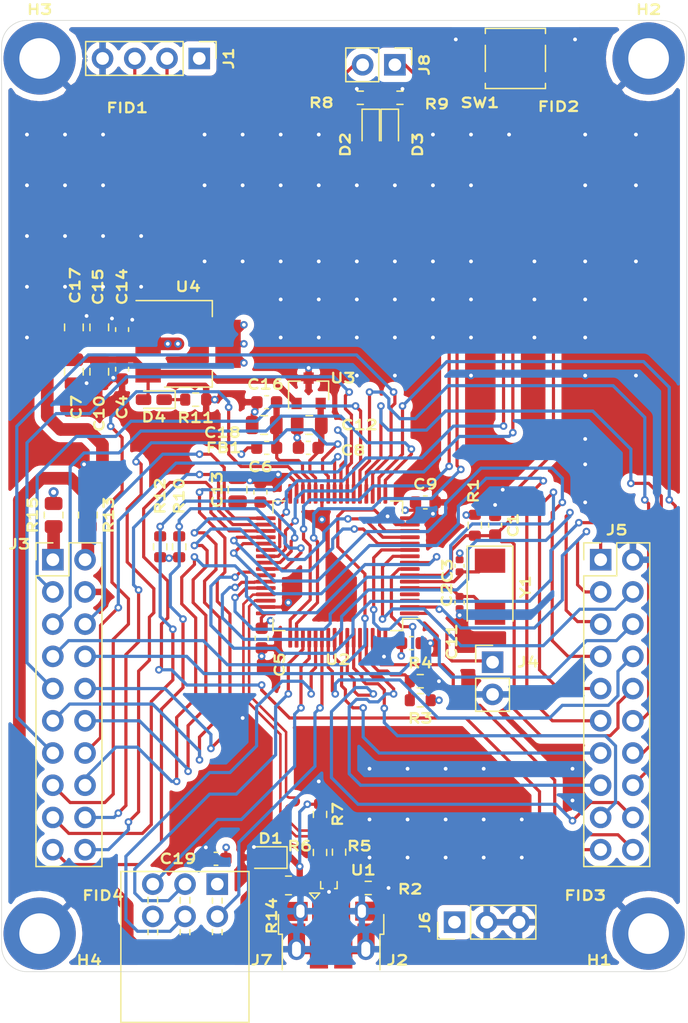
<source format=kicad_pcb>
(kicad_pcb (version 20171130) (host pcbnew "(5.1.9)-1")
  (layers (0 F.Cu signal) (1 In1.Cu power) (2 In2.Cu power) (31 B.Cu signal) (34 B.Paste user hide) (35 F.Paste user hide) (36 B.SilkS user) (37 F.SilkS user) (38 B.Mask user) (39 F.Mask user) (44 Edge.Cuts user))
  (net 0 "")
  (net 1 /~RESET)
  (net 2 GND)
  (net 3 /OSCOUT)
  (net 4 /OSCIN)
  (net 5 +5V)
  (net 6 +3V3)
  (net 7 /VREF)
  (net 8 VDDA)
  (net 9 /PB11_AD1)
  (net 10 /PC0_AD2)
  (net 11 /PB0_AD3)
  (net 12 /PA0_AD1)
  (net 13 /PB1_AD3)
  (net 14 /PC1_AD2)
  (net 15 /PB12_AD4)
  (net 16 /SDA)
  (net 17 /SCL)
  (net 18 /PA1_AD1)
  (net 19 /UART_MCUTX)
  (net 20 /UART_MCURX)
  (net 21 /~SPICS)
  (net 22 /CANRX)
  (net 23 /CANTX)
  (net 24 /ENCA)
  (net 25 /ENCB)
  (net 26 /ENCZ)
  (net 27 /PWMCL)
  (net 28 /PWMCH)
  (net 29 /PWMBL)
  (net 30 /PWMBH)
  (net 31 /PWMAL)
  (net 32 /PWMAH)
  (net 33 /BOOT0)
  (net 34 /SWCLK)
  (net 35 /SWDIO)
  (net 36 /USB_P)
  (net 37 /SPIMOSI)
  (net 38 /SPIMISO)
  (net 39 /SPISCK)
  (net 40 /GPIO\EI4)
  (net 41 /GPIO\EI3)
  (net 42 /PC4_AD2)
  (net 43 /GPIO\EI2)
  (net 44 /GPIO\EI6)
  (net 45 /GPIO\EI5)
  (net 46 /GPIO\EI1)
  (net 47 "Net-(J2-Pad4)")
  (net 48 "Net-(J2-Pad3)")
  (net 49 "Net-(J2-Pad2)")
  (net 50 +5V_USB)
  (net 51 +5V_EXT)
  (net 52 +3.3V_EXT)
  (net 53 /VBAT)
  (net 54 /LEDG)
  (net 55 /LEDR)
  (net 56 "Net-(D2-Pad1)")
  (net 57 "Net-(D3-Pad1)")
  (net 58 "Net-(D4-Pad1)")
  (net 59 "Net-(U2-Pad57)")
  (net 60 "Net-(U2-Pad4)")
  (net 61 "Net-(U2-Pad3)")
  (net 62 /SPIE_CLK)
  (net 63 /SPIE_MISO)
  (net 64 /~SPIE_CS)
  (net 65 /SPIE_MOSI)
  (net 66 /USB_N)
  (net 67 /PB2_AD2)
  (module Package_QFP:LQFP-64_10x10mm_P0.5mm (layer F.Cu) (at 87 98 180)
    (fp_text reference U2 (at 0 -7.4) (layer F.SilkS) (effects (font (size 0.75 1) (thickness 0.1825))))
    (fp_text value STM32G473RxT)
    (pad 64 smd roundrect (at -3.75 -5.675 180) (size 0.3 1.55) (layers F.Cu F.Paste F.Mask) (net 6 +3V3))
    (pad 63 smd roundrect (at -3.25 -5.675 180) (size 0.3 1.55) (layers F.Cu F.Paste F.Mask) (net 2 GND))
    (pad 62 smd roundrect (at -2.75 -5.675 180) (size 0.3 1.55) (layers F.Cu F.Paste F.Mask) (net 43 /GPIO\EI2))
    (pad 61 smd roundrect (at -2.25 -5.675 180) (size 0.3 1.55) (layers F.Cu F.Paste F.Mask) (net 33 /BOOT0))
    (pad 60 smd roundrect (at -1.75 -5.675 180) (size 0.3 1.55) (layers F.Cu F.Paste F.Mask) (net 25 /ENCB))
    (pad 59 smd roundrect (at -1.25 -5.675 180) (size 0.3 1.55) (layers F.Cu F.Paste F.Mask) (net 24 /ENCA))
    (pad 58 smd roundrect (at -0.75 -5.675 180) (size 0.3 1.55) (layers F.Cu F.Paste F.Mask) (net 22 /CANRX))
    (pad 57 smd roundrect (at -0.25 -5.675 180) (size 0.3 1.55) (layers F.Cu F.Paste F.Mask) (net 59 "Net-(U2-Pad57)"))
    (pad 56 smd roundrect (at 0.25 -5.675 180) (size 0.3 1.55) (layers F.Cu F.Paste F.Mask) (net 26 /ENCZ))
    (pad 55 smd roundrect (at 0.75 -5.675 180) (size 0.3 1.55) (layers F.Cu F.Paste F.Mask) (net 46 /GPIO\EI1))
    (pad 54 smd roundrect (at 1.25 -5.675 180) (size 0.3 1.55) (layers F.Cu F.Paste F.Mask) (net 65 /SPIE_MOSI))
    (pad 53 smd roundrect (at 1.75 -5.675 180) (size 0.3 1.55) (layers F.Cu F.Paste F.Mask) (net 63 /SPIE_MISO))
    (pad 52 smd roundrect (at 2.25 -5.675 180) (size 0.3 1.55) (layers F.Cu F.Paste F.Mask) (net 62 /SPIE_CLK))
    (pad 51 smd roundrect (at 2.75 -5.675 180) (size 0.3 1.55) (layers F.Cu F.Paste F.Mask) (net 64 /~SPIE_CS))
    (pad 50 smd roundrect (at 3.25 -5.675 180) (size 0.3 1.55) (layers F.Cu F.Paste F.Mask) (net 34 /SWCLK))
    (pad 49 smd roundrect (at 3.75 -5.675 180) (size 0.3 1.55) (layers F.Cu F.Paste F.Mask) (net 35 /SWDIO))
    (pad 48 smd roundrect (at 5.675 -3.75 180) (size 1.55 0.3) (layers F.Cu F.Paste F.Mask) (net 6 +3V3))
    (pad 47 smd roundrect (at 5.675 -3.25 180) (size 1.55 0.3) (layers F.Cu F.Paste F.Mask) (net 2 GND))
    (pad 46 smd roundrect (at 5.675 -2.75 180) (size 1.55 0.3) (layers F.Cu F.Paste F.Mask) (net 36 /USB_P))
    (pad 45 smd roundrect (at 5.675 -2.25 180) (size 1.55 0.3) (layers F.Cu F.Paste F.Mask) (net 66 /USB_N))
    (pad 44 smd roundrect (at 5.675 -1.75 180) (size 1.55 0.3) (layers F.Cu F.Paste F.Mask) (net 28 /PWMCH))
    (pad 43 smd roundrect (at 5.675 -1.25 180) (size 1.55 0.3) (layers F.Cu F.Paste F.Mask) (net 30 /PWMBH))
    (pad 42 smd roundrect (at 5.675 -0.75 180) (size 1.55 0.3) (layers F.Cu F.Paste F.Mask) (net 32 /PWMAH))
    (pad 41 smd roundrect (at 5.675 -0.25 180) (size 1.55 0.3) (layers F.Cu F.Paste F.Mask) (net 16 /SDA))
    (pad 40 smd roundrect (at 5.675 0.25 180) (size 1.55 0.3) (layers F.Cu F.Paste F.Mask) (net 17 /SCL))
    (pad 39 smd roundrect (at 5.675 0.75 180) (size 1.55 0.3) (layers F.Cu F.Paste F.Mask) (net 54 /LEDG))
    (pad 38 smd roundrect (at 5.675 1.25 180) (size 1.55 0.3) (layers F.Cu F.Paste F.Mask) (net 55 /LEDR))
    (pad 37 smd roundrect (at 5.675 1.75 180) (size 1.55 0.3) (layers F.Cu F.Paste F.Mask) (net 27 /PWMCL))
    (pad 36 smd roundrect (at 5.675 2.25 180) (size 1.55 0.3) (layers F.Cu F.Paste F.Mask) (net 29 /PWMBL))
    (pad 35 smd roundrect (at 5.675 2.75 180) (size 1.55 0.3) (layers F.Cu F.Paste F.Mask) (net 23 /CANTX))
    (pad 34 smd roundrect (at 5.675 3.25 180) (size 1.55 0.3) (layers F.Cu F.Paste F.Mask) (net 15 /PB12_AD4))
    (pad 33 smd roundrect (at 5.675 3.75 180) (size 1.55 0.3) (layers F.Cu F.Paste F.Mask) (net 9 /PB11_AD1))
    (pad 32 smd roundrect (at 3.75 5.675 180) (size 0.3 1.55) (layers F.Cu F.Paste F.Mask) (net 6 +3V3))
    (pad 31 smd roundrect (at 3.25 5.675 180) (size 0.3 1.55) (layers F.Cu F.Paste F.Mask) (net 2 GND))
    (pad 30 smd roundrect (at 2.75 5.675 180) (size 0.3 1.55) (layers F.Cu F.Paste F.Mask) (net 44 /GPIO\EI6))
    (pad 29 smd roundrect (at 2.25 5.675 180) (size 0.3 1.55) (layers F.Cu F.Paste F.Mask) (net 8 VDDA))
    (pad 28 smd roundrect (at 1.75 5.675 180) (size 0.3 1.55) (layers F.Cu F.Paste F.Mask) (net 7 /VREF))
    (pad 27 smd roundrect (at 1.25 5.675 180) (size 0.3 1.55) (layers F.Cu F.Paste F.Mask) (net 2 GND))
    (pad 26 smd roundrect (at 0.75 5.675 180) (size 0.3 1.55) (layers F.Cu F.Paste F.Mask) (net 67 /PB2_AD2))
    (pad 25 smd roundrect (at 0.25 5.675 180) (size 0.3 1.55) (layers F.Cu F.Paste F.Mask) (net 13 /PB1_AD3))
    (pad 24 smd roundrect (at -0.25 5.675 180) (size 0.3 1.55) (layers F.Cu F.Paste F.Mask) (net 11 /PB0_AD3))
    (pad 23 smd roundrect (at -0.75 5.675 180) (size 0.3 1.55) (layers F.Cu F.Paste F.Mask) (net 45 /GPIO\EI5))
    (pad 22 smd roundrect (at -1.25 5.675 180) (size 0.3 1.55) (layers F.Cu F.Paste F.Mask) (net 42 /PC4_AD2))
    (pad 21 smd roundrect (at -1.75 5.675 180) (size 0.3 1.55) (layers F.Cu F.Paste F.Mask) (net 37 /SPIMOSI))
    (pad 20 smd roundrect (at -2.25 5.675 180) (size 0.3 1.55) (layers F.Cu F.Paste F.Mask) (net 38 /SPIMISO))
    (pad 19 smd roundrect (at -2.75 5.675 180) (size 0.3 1.55) (layers F.Cu F.Paste F.Mask) (net 39 /SPISCK))
    (pad 18 smd roundrect (at -3.25 5.675 180) (size 0.3 1.55) (layers F.Cu F.Paste F.Mask) (net 21 /~SPICS))
    (pad 17 smd roundrect (at -3.75 5.675 180) (size 0.3 1.55) (layers F.Cu F.Paste F.Mask) (net 20 /UART_MCURX))
    (pad 16 smd roundrect (at -5.675 3.75 180) (size 1.55 0.3) (layers F.Cu F.Paste F.Mask) (net 6 +3V3))
    (pad 15 smd roundrect (at -5.675 3.25 180) (size 1.55 0.3) (layers F.Cu F.Paste F.Mask) (net 2 GND))
    (pad 14 smd roundrect (at -5.675 2.75 180) (size 1.55 0.3) (layers F.Cu F.Paste F.Mask) (net 19 /UART_MCUTX))
    (pad 13 smd roundrect (at -5.675 2.25 180) (size 1.55 0.3) (layers F.Cu F.Paste F.Mask) (net 18 /PA1_AD1))
    (pad 12 smd roundrect (at -5.675 1.75 180) (size 1.55 0.3) (layers F.Cu F.Paste F.Mask) (net 12 /PA0_AD1))
    (pad 11 smd roundrect (at -5.675 1.25 180) (size 1.55 0.3) (layers F.Cu F.Paste F.Mask) (net 40 /GPIO\EI4))
    (pad 10 smd roundrect (at -5.675 0.75 180) (size 1.55 0.3) (layers F.Cu F.Paste F.Mask) (net 41 /GPIO\EI3))
    (pad 9 smd roundrect (at -5.675 0.25 180) (size 1.55 0.3) (layers F.Cu F.Paste F.Mask) (net 14 /PC1_AD2))
    (pad 8 smd roundrect (at -5.675 -0.25 180) (size 1.55 0.3) (layers F.Cu F.Paste F.Mask) (net 10 /PC0_AD2))
    (pad 7 smd roundrect (at -5.675 -0.75 180) (size 1.55 0.3) (layers F.Cu F.Paste F.Mask) (net 1 /~RESET))
    (pad 6 smd roundrect (at -5.675 -1.25 180) (size 1.55 0.3) (layers F.Cu F.Paste F.Mask) (net 4 /OSCIN))
    (pad 5 smd roundrect (at -5.675 -1.75 180) (size 1.55 0.3) (layers F.Cu F.Paste F.Mask) (net 3 /OSCOUT))
    (pad 4 smd roundrect (at -5.675 -2.25 180) (size 1.55 0.3) (layers F.Cu F.Paste F.Mask) (net 60 "Net-(U2-Pad4)"))
    (pad 3 smd roundrect (at -5.675 -2.75 180) (size 1.55 0.3) (layers F.Cu F.Paste F.Mask) (net 61 "Net-(U2-Pad3)"))
    (pad 2 smd roundrect (at -5.675 -3.25 180) (size 1.55 0.3) (layers F.Cu F.Paste F.Mask) (net 31 /PWMAL))
    (pad 1 smd roundrect (at -5.675 -3.75 180) (size 1.55 0.3) (layers F.Cu F.Paste F.Mask) (net 53 /VBAT))
  )
  (module Package_TO_SOT_SMD:SOT-223-3_TabPin2 (layer F.Cu) (at 75.2 80.5)
    (fp_text reference U4 (at 0 -4.5) (layer F.SilkS) (effects (font (size 0.75 1) (thickness 0.1825))))
    (fp_text value LM1117-3.3)
    (pad 1 smd rect (at -3.15 -2.3) (size 2 1.5) (layers F.Cu F.Paste F.Mask) (net 2 GND))
    (pad 3 smd rect (at -3.15 2.3) (size 2 1.5) (layers F.Cu F.Paste F.Mask) (net 5 +5V))
    (pad 2 smd rect (at -3.15 0) (size 2 1.5) (layers F.Cu F.Paste F.Mask) (net 6 +3V3))
    (pad 2 smd rect (at 3.15 0) (size 2 3.8) (layers F.Cu F.Paste F.Mask) (net 6 +3V3))
  )
  (module Diode_SMD:D_SOD-323F (layer F.Cu) (at 81.5 121 180)
    (fp_text reference D1 (at -0.2 1.5) (layer F.SilkS) (effects (font (size 0.75 1) (thickness 0.1825))))
    (fp_text value CDSOD323-T05SC)
    (pad 2 smd rect (at 1.1 0 180) (size 0.5 0.5) (layers F.Cu F.Paste F.Mask) (net 2 GND))
    (pad 1 smd rect (at -1.1 0 180) (size 0.5 0.5) (layers F.Cu F.Paste F.Mask) (net 50 +5V_USB))
  )
  (module Connector_PinHeader_2.54mm:PinHeader_2x10_P2.54mm_Vertical (layer F.Cu) (at 107.72 97.52)
    (fp_text reference J5 (at 1.27 -2.33) (layer F.SilkS) (effects (font (size 0.75 1) (thickness 0.1825))))
    (fp_text value Conn_02x10_Counter_Clockwise)
    (pad 20 thru_hole oval (at 2.54 22.86) (size 1.7 1.7) (drill 1) (layers *.Cu *.Mask) (net 43 /GPIO\EI2))
    (pad 19 thru_hole oval (at 0 22.86) (size 1.7 1.7) (drill 1) (layers *.Cu *.Mask) (net 23 /CANTX))
    (pad 18 thru_hole oval (at 2.54 20.32) (size 1.7 1.7) (drill 1) (layers *.Cu *.Mask) (net 22 /CANRX))
    (pad 17 thru_hole oval (at 0 20.32) (size 1.7 1.7) (drill 1) (layers *.Cu *.Mask) (net 24 /ENCA))
    (pad 16 thru_hole oval (at 2.54 17.78) (size 1.7 1.7) (drill 1) (layers *.Cu *.Mask) (net 21 /~SPICS))
    (pad 15 thru_hole oval (at 0 17.78) (size 1.7 1.7) (drill 1) (layers *.Cu *.Mask) (net 25 /ENCB))
    (pad 14 thru_hole oval (at 2.54 15.24) (size 1.7 1.7) (drill 1) (layers *.Cu *.Mask) (net 38 /SPIMISO))
    (pad 13 thru_hole oval (at 0 15.24) (size 1.7 1.7) (drill 1) (layers *.Cu *.Mask) (net 26 /ENCZ))
    (pad 12 thru_hole oval (at 2.54 12.7) (size 1.7 1.7) (drill 1) (layers *.Cu *.Mask) (net 37 /SPIMOSI))
    (pad 11 thru_hole oval (at 0 12.7) (size 1.7 1.7) (drill 1) (layers *.Cu *.Mask) (net 27 /PWMCL))
    (pad 10 thru_hole oval (at 2.54 10.16) (size 1.7 1.7) (drill 1) (layers *.Cu *.Mask) (net 1 /~RESET))
    (pad 9 thru_hole oval (at 0 10.16) (size 1.7 1.7) (drill 1) (layers *.Cu *.Mask) (net 28 /PWMCH))
    (pad 8 thru_hole oval (at 2.54 7.62) (size 1.7 1.7) (drill 1) (layers *.Cu *.Mask) (net 46 /GPIO\EI1))
    (pad 7 thru_hole oval (at 0 7.62) (size 1.7 1.7) (drill 1) (layers *.Cu *.Mask) (net 29 /PWMBL))
    (pad 6 thru_hole oval (at 2.54 5.08) (size 1.7 1.7) (drill 1) (layers *.Cu *.Mask) (net 40 /GPIO\EI4))
    (pad 5 thru_hole oval (at 0 5.08) (size 1.7 1.7) (drill 1) (layers *.Cu *.Mask) (net 30 /PWMBH))
    (pad 4 thru_hole oval (at 2.54 2.54) (size 1.7 1.7) (drill 1) (layers *.Cu *.Mask) (net 41 /GPIO\EI3))
    (pad 3 thru_hole oval (at 0 2.54) (size 1.7 1.7) (drill 1) (layers *.Cu *.Mask) (net 31 /PWMAL))
    (pad 2 thru_hole oval (at 2.54 0) (size 1.7 1.7) (drill 1) (layers *.Cu *.Mask) (net 2 GND))
    (pad 1 thru_hole rect (at 0 0) (size 1.7 1.7) (drill 1) (layers *.Cu *.Mask) (net 32 /PWMAH))
  )
  (module Connector_PinHeader_2.54mm:PinHeader_1x02_P2.54mm_Vertical (layer F.Cu) (at 91.5 58.5 270)
    (fp_text reference J8 (at 0 -2.33 90) (layer F.SilkS) (effects (font (size 0.75 1) (thickness 0.1825))))
    (fp_text value Conn_01x02)
    (pad 2 thru_hole oval (at 0 2.54 270) (size 1.7 1.7) (drill 1) (layers *.Cu *.Mask) (net 55 /LEDR))
    (pad 1 thru_hole rect (at 0 0 270) (size 1.7 1.7) (drill 1) (layers *.Cu *.Mask) (net 54 /LEDG))
  )
  (module FER_ZESA_FP:Molex_C-Grid_91814-3106_2x03_P2.54mm (layer F.Cu) (at 77.5 123.1 270)
    (fp_text reference J7 (at 6 -3.5 180) (layer F.SilkS) (effects (font (size 0.75 1) (thickness 0.1825))))
    (fp_text value Conn_02x03_Odd_Even)
    (pad 1 thru_hole rect (at 0 0 270) (size 1.7 1.7) (drill 1) (layers *.Cu *.Mask) (net 6 +3V3))
    (pad 2 thru_hole oval (at 2.54 0 270) (size 1.7 1.7) (drill 1) (layers *.Cu *.Mask) (net 65 /SPIE_MOSI))
    (pad 4 thru_hole oval (at 2.54 2.54 270) (size 1.7 1.7) (drill 1) (layers *.Cu *.Mask) (net 63 /SPIE_MISO))
    (pad 6 thru_hole oval (at 2.54 5.08 270) (size 1.7 1.7) (drill 1) (layers *.Cu *.Mask) (net 2 GND))
    (pad 5 thru_hole oval (at 0 5.08 270) (size 1.7 1.7) (drill 1) (layers *.Cu *.Mask) (net 62 /SPIE_CLK))
    (pad 3 thru_hole oval (at 0 2.54 270) (size 1.7 1.7) (drill 1) (layers *.Cu *.Mask) (net 64 /~SPIE_CS))
  )
  (module Fiducial:Fiducial_1mm_Mask2mm (layer F.Cu) (at 68.5 126)
    (fp_text reference FID4 (at 0 -2) (layer F.SilkS) (effects (font (size 0.75 1) (thickness 0.1825))))
    (fp_text value Fiducial)
    (pad "" smd circle (at 0 0) (size 1 1) (layers F.Cu F.Mask) (clearance 0.5))
  )
  (module Fiducial:Fiducial_1mm_Mask2mm (layer F.Cu) (at 106.5 126)
    (fp_text reference FID3 (at 0 -2) (layer F.SilkS) (effects (font (size 0.75 1) (thickness 0.1825))))
    (fp_text value Fiducial)
    (pad "" smd circle (at 0 0) (size 1 1) (layers F.Cu F.Mask) (clearance 0.5))
  )
  (module Fiducial:Fiducial_1mm_Mask2mm (layer F.Cu) (at 107.5 62)
    (fp_text reference FID2 (at -3.1 -0.2) (layer F.SilkS) (effects (font (size 0.75 1) (thickness 0.1825))))
    (fp_text value Fiducial)
    (pad "" smd circle (at 0 0) (size 1 1) (layers F.Cu F.Mask) (clearance 0.5))
  )
  (module Fiducial:Fiducial_1mm_Mask2mm (layer F.Cu) (at 67.5 62)
    (fp_text reference FID1 (at 2.9 -0.1) (layer F.SilkS) (effects (font (size 0.75 1) (thickness 0.1825))))
    (fp_text value Fiducial)
    (pad "" smd circle (at 0 0) (size 1 1) (layers F.Cu F.Mask) (clearance 0.5))
  )
  (module Capacitor_SMD:C_0603_1608Metric (layer F.Cu) (at 77.4 121.1 180)
    (fp_text reference C19 (at 3 0) (layer F.SilkS) (effects (font (size 0.75 1) (thickness 0.1825))))
    (fp_text value "100nF, 50V")
    (pad 2 smd roundrect (at 0.775 0 180) (size 0.9 0.95) (layers F.Cu F.Paste F.Mask) (net 2 GND))
    (pad 1 smd roundrect (at -0.775 0 180) (size 0.9 0.95) (layers F.Cu F.Paste F.Mask) (net 6 +3V3))
  )
  (module Capacitor_SMD:C_0603_1608Metric (layer F.Cu) (at 81 103.7 270)
    (fp_text reference C5 (at 2.1 -1.43 90) (layer F.SilkS) (effects (font (size 0.75 1) (thickness 0.1825))))
    (fp_text value "100nF, 50V")
    (pad 2 smd roundrect (at 0.775 0 270) (size 0.9 0.95) (layers F.Cu F.Paste F.Mask) (net 2 GND))
    (pad 1 smd roundrect (at -0.775 0 270) (size 0.9 0.95) (layers F.Cu F.Paste F.Mask) (net 6 +3V3))
  )
  (module Button_Switch_SMD:SW_SPST_TL3305C (layer F.Cu) (at 101 58)
    (fp_text reference SW1 (at -2.8 3.5) (layer F.SilkS) (effects (font (size 0.75 1) (thickness 0.1825))))
    (fp_text value SW_Push)
    (pad 2 smd rect (at -3.6 1.5) (size 1.6 1.4) (layers F.Cu F.Paste F.Mask) (net 1 /~RESET))
    (pad 2 smd rect (at 3.6 1.5) (size 1.6 1.4) (layers F.Cu F.Paste F.Mask) (net 1 /~RESET))
    (pad 1 smd rect (at -3.6 -1.5) (size 1.6 1.4) (layers F.Cu F.Paste F.Mask) (net 2 GND))
    (pad 1 smd rect (at 3.6 -1.5) (size 1.6 1.4) (layers F.Cu F.Paste F.Mask) (net 2 GND))
  )
  (module Resistor_SMD:R_0805_2012Metric (layer F.Cu) (at 67.3 94 270)
    (fp_text reference R13 (at 0 -1.65 90) (layer F.SilkS) (effects (font (size 0.75 1) (thickness 0.1825))))
    (fp_text value 0R)
    (pad 2 smd roundrect (at 0.9125 0 270) (size 1.025 1.4) (layers F.Cu F.Paste F.Mask) (roundrect_rratio 0.2439014634146341) (net 51 +5V_EXT))
    (pad 1 smd roundrect (at -0.9125 0 270) (size 1.025 1.4) (layers F.Cu F.Paste F.Mask) (roundrect_rratio 0.2439014634146341) (net 5 +5V))
  )
  (module Resistor_SMD:R_0603_1608Metric (layer F.Cu) (at 75.8 84.9 180)
    (fp_text reference R11 (at 0 -1.43) (layer F.SilkS) (effects (font (size 0.75 1) (thickness 0.1825))))
    (fp_text value 1,5k)
    (pad 2 smd roundrect (at 0.825 0 180) (size 0.8 0.95) (layers F.Cu F.Paste F.Mask) (net 58 "Net-(D4-Pad1)"))
    (pad 1 smd roundrect (at -0.825 0 180) (size 0.8 0.95) (layers F.Cu F.Paste F.Mask) (net 2 GND))
  )
  (module Resistor_SMD:R_0603_1608Metric (layer F.Cu) (at 91.9 61.1 180)
    (fp_text reference R9 (at -2.9 -0.5) (layer F.SilkS) (effects (font (size 0.75 1) (thickness 0.1825))))
    (fp_text value 1,5k)
    (pad 2 smd roundrect (at 0.825 0 180) (size 0.8 0.95) (layers F.Cu F.Paste F.Mask) (net 57 "Net-(D3-Pad1)"))
    (pad 1 smd roundrect (at -0.825 0 180) (size 0.8 0.95) (layers F.Cu F.Paste F.Mask) (net 2 GND))
  )
  (module Resistor_SMD:R_0603_1608Metric (layer F.Cu) (at 88.775 61.1)
    (fp_text reference R8 (at -3.075 0.4) (layer F.SilkS) (effects (font (size 0.75 1) (thickness 0.1825))))
    (fp_text value 1,5k)
    (pad 2 smd roundrect (at 0.825 0) (size 0.8 0.95) (layers F.Cu F.Paste F.Mask) (net 56 "Net-(D2-Pad1)"))
    (pad 1 smd roundrect (at -0.825 0) (size 0.8 0.95) (layers F.Cu F.Paste F.Mask) (net 2 GND))
  )
  (module Resistor_SMD:R_0603_1608Metric (layer F.Cu) (at 85.6 117.6 90)
    (fp_text reference R7 (at 0 1.4 90) (layer F.SilkS) (effects (font (size 0.75 1) (thickness 0.1825))))
    (fp_text value 1,5k)
    (pad 2 smd roundrect (at 0.825 0 90) (size 0.8 0.95) (layers F.Cu F.Paste F.Mask) (net 50 +5V_USB))
    (pad 1 smd roundrect (at -0.825 0 90) (size 0.8 0.95) (layers F.Cu F.Paste F.Mask) (net 36 /USB_P))
  )
  (module Resistor_SMD:R_0603_1608Metric (layer F.Cu) (at 85.6 120.6 270)
    (fp_text reference R6 (at -0.5 1.6 180) (layer F.SilkS) (effects (font (size 0.75 1) (thickness 0.1825))))
    (fp_text value 27R)
    (pad 2 smd roundrect (at 0.825 0 270) (size 0.8 0.95) (layers F.Cu F.Paste F.Mask) (net 49 "Net-(J2-Pad2)"))
    (pad 1 smd roundrect (at -0.825 0 270) (size 0.8 0.95) (layers F.Cu F.Paste F.Mask) (net 66 /USB_N))
  )
  (module Resistor_SMD:R_0603_1608Metric (layer F.Cu) (at 87.1 120.575 270)
    (fp_text reference R5 (at -0.475 -1.6 180) (layer F.SilkS) (effects (font (size 0.75 1) (thickness 0.1825))))
    (fp_text value 27R)
    (pad 2 smd roundrect (at 0.825 0 270) (size 0.8 0.95) (layers F.Cu F.Paste F.Mask) (net 48 "Net-(J2-Pad3)"))
    (pad 1 smd roundrect (at -0.825 0 270) (size 0.8 0.95) (layers F.Cu F.Paste F.Mask) (net 36 /USB_P))
  )
  (module Resistor_SMD:R_0603_1608Metric (layer F.Cu) (at 89.4 123.4 180)
    (fp_text reference R2 (at -3.3 -0.1) (layer F.SilkS) (effects (font (size 0.75 1) (thickness 0.1825))))
    (fp_text value 100k)
    (pad 2 smd roundrect (at 0.825 0 180) (size 0.8 0.95) (layers F.Cu F.Paste F.Mask) (net 47 "Net-(J2-Pad4)"))
    (pad 1 smd roundrect (at -0.825 0 180) (size 0.8 0.95) (layers F.Cu F.Paste F.Mask) (net 2 GND))
  )
  (module Resistor_SMD:R_0603_1608Metric (layer F.Cu) (at 73 96.5 90)
    (fp_text reference R12 (at 4 0 90) (layer F.SilkS) (effects (font (size 0.75 1) (thickness 0.1825))))
    (fp_text value 3,3k)
    (pad 2 smd roundrect (at 0.825 0 90) (size 0.8 0.95) (layers F.Cu F.Paste F.Mask) (net 17 /SCL))
    (pad 1 smd roundrect (at -0.825 0 90) (size 0.8 0.95) (layers F.Cu F.Paste F.Mask) (net 6 +3V3))
  )
  (module Resistor_SMD:R_0603_1608Metric (layer F.Cu) (at 74.5 96.5 90)
    (fp_text reference R10 (at 4 0 90) (layer F.SilkS) (effects (font (size 0.75 1) (thickness 0.1825))))
    (fp_text value 3,3k)
    (pad 2 smd roundrect (at 0.825 0 90) (size 0.8 0.95) (layers F.Cu F.Paste F.Mask) (net 16 /SDA))
    (pad 1 smd roundrect (at -0.825 0 90) (size 0.8 0.95) (layers F.Cu F.Paste F.Mask) (net 6 +3V3))
  )
  (module Resistor_SMD:R_0805_2012Metric (layer F.Cu) (at 83.1125 123.2)
    (fp_text reference R14 (at -1.3125 2.4 90) (layer F.SilkS) (effects (font (size 0.75 1) (thickness 0.1825))))
    (fp_text value 0R)
    (pad 2 smd roundrect (at 0.9125 0) (size 1.025 1.4) (layers F.Cu F.Paste F.Mask) (roundrect_rratio 0.2439014634146341) (net 50 +5V_USB))
    (pad 1 smd roundrect (at -0.9125 0) (size 1.025 1.4) (layers F.Cu F.Paste F.Mask) (roundrect_rratio 0.2439014634146341) (net 5 +5V))
  )
  (module Resistor_SMD:R_0805_2012Metric (layer F.Cu) (at 64.6 94 90)
    (fp_text reference R15 (at 0 -1.65 90) (layer F.SilkS) (effects (font (size 0.75 1) (thickness 0.1825))))
    (fp_text value 0R)
    (pad 2 smd roundrect (at 0.9125 0 90) (size 1.025 1.4) (layers F.Cu F.Paste F.Mask) (roundrect_rratio 0.2439014634146341) (net 6 +3V3))
    (pad 1 smd roundrect (at -0.9125 0 90) (size 1.025 1.4) (layers F.Cu F.Paste F.Mask) (roundrect_rratio 0.2439014634146341) (net 52 +3.3V_EXT))
  )
  (module Resistor_SMD:R_0603_1608Metric (layer F.Cu) (at 93.5 107.1)
    (fp_text reference R4 (at 0 -1.43) (layer F.SilkS) (effects (font (size 0.75 1) (thickness 0.1825))))
    (fp_text value 10k)
    (pad 2 smd roundrect (at 0.825 0) (size 0.8 0.95) (layers F.Cu F.Paste F.Mask) (net 2 GND))
    (pad 1 smd roundrect (at -0.825 0) (size 0.8 0.95) (layers F.Cu F.Paste F.Mask) (net 33 /BOOT0))
  )
  (module Resistor_SMD:R_0603_1608Metric (layer F.Cu) (at 93.5 108.6 180)
    (fp_text reference R3 (at 0 -1.43) (layer F.SilkS) (effects (font (size 0.75 1) (thickness 0.1825))))
    (fp_text value 10k)
    (pad 2 smd roundrect (at 0.825 0 180) (size 0.8 0.95) (layers F.Cu F.Paste F.Mask) (net 33 /BOOT0))
    (pad 1 smd roundrect (at -0.825 0 180) (size 0.8 0.95) (layers F.Cu F.Paste F.Mask) (net 6 +3V3))
  )
  (module Resistor_SMD:R_0603_1608Metric (layer F.Cu) (at 97.8 94.8 270)
    (fp_text reference R1 (at -2.7 0.1 90) (layer F.SilkS) (effects (font (size 0.75 1) (thickness 0.1825))))
    (fp_text value 10k)
    (pad 2 smd roundrect (at 0.825 0 270) (size 0.8 0.95) (layers F.Cu F.Paste F.Mask) (net 1 /~RESET))
    (pad 1 smd roundrect (at -0.825 0 270) (size 0.8 0.95) (layers F.Cu F.Paste F.Mask) (net 6 +3V3))
  )
  (module Inductor_SMD:L_0603_1608Metric (layer F.Cu) (at 81.4 88.7 180)
    (fp_text reference FB1 (at 3.4 0) (layer F.SilkS) (effects (font (size 0.75 1) (thickness 0.1825))))
    (fp_text value Ferrite_Bead_Small)
    (pad 2 smd roundrect (at 0.7875 0 180) (size 0.875 0.95) (layers F.Cu F.Paste F.Mask) (net 6 +3V3))
    (pad 1 smd roundrect (at -0.7875 0 180) (size 0.875 0.95) (layers F.Cu F.Paste F.Mask) (net 8 VDDA))
  )
  (module LED_SMD:LED_0603_1608Metric_Castellated (layer F.Cu) (at 72.5 84.9 180)
    (fp_text reference D4 (at 0 -1.38) (layer F.SilkS) (effects (font (size 0.75 1) (thickness 0.1825))))
    (fp_text value LED_Small)
    (pad 2 smd roundrect (at 0.8125 0 180) (size 1.225 0.85) (layers F.Cu F.Paste F.Mask) (net 5 +5V))
    (pad 1 smd roundrect (at -0.8125 0 180) (size 1.225 0.85) (layers F.Cu F.Paste F.Mask) (net 58 "Net-(D4-Pad1)"))
  )
  (module LED_SMD:LED_0603_1608Metric_Castellated (layer F.Cu) (at 91.1 63.6875 270)
    (fp_text reference D3 (at 1.1125 -2.2 90) (layer F.SilkS) (effects (font (size 0.75 1) (thickness 0.1825))))
    (fp_text value LED_Small)
    (pad 2 smd roundrect (at 0.8125 0 270) (size 1.225 0.85) (layers F.Cu F.Paste F.Mask) (net 54 /LEDG))
    (pad 1 smd roundrect (at -0.8125 0 270) (size 1.225 0.85) (layers F.Cu F.Paste F.Mask) (net 57 "Net-(D3-Pad1)"))
  )
  (module LED_SMD:LED_0603_1608Metric_Castellated (layer F.Cu) (at 89.6 63.6875 270)
    (fp_text reference D2 (at 1.1125 2 90) (layer F.SilkS) (effects (font (size 0.75 1) (thickness 0.1825))))
    (fp_text value LED_Small)
    (pad 2 smd roundrect (at 0.8125 0 270) (size 1.225 0.85) (layers F.Cu F.Paste F.Mask) (net 55 /LEDR))
    (pad 1 smd roundrect (at -0.8125 0 270) (size 1.225 0.85) (layers F.Cu F.Paste F.Mask) (net 56 "Net-(D2-Pad1)"))
  )
  (module Package_TO_SOT_SMD:Texas_DRT-3 (layer F.Cu) (at 86.3 122.9 180)
    (fp_text reference U1 (at -2.7 0.9) (layer F.SilkS) (effects (font (size 0.75 1) (thickness 0.1825))))
    (fp_text value TPD2EUSB30)
    (pad 3 smd rect (at 0 -0.425 180) (size 0.3 0.3) (layers F.Cu F.Paste F.Mask) (net 2 GND))
    (pad 2 smd rect (at 0.35 0.425 180) (size 0.3 0.3) (layers F.Cu F.Paste F.Mask) (net 49 "Net-(J2-Pad2)"))
    (pad 1 smd rect (at -0.35 0.425 180) (size 0.3 0.3) (layers F.Cu F.Paste F.Mask) (net 48 "Net-(J2-Pad3)"))
  )
  (module Connector_PinHeader_2.54mm:PinHeader_1x02_P2.54mm_Vertical (layer F.Cu) (at 99.2 105.6)
    (fp_text reference J4 (at 2.8 0) (layer F.SilkS) (effects (font (size 0.75 1) (thickness 0.1825))))
    (fp_text value Conn_01x02)
    (pad 2 thru_hole oval (at 0 2.54) (size 1.7 1.7) (drill 1) (layers *.Cu *.Mask) (net 2 GND))
    (pad 1 thru_hole rect (at 0 0) (size 1.7 1.7) (drill 1) (layers *.Cu *.Mask) (net 53 /VBAT))
  )
  (module Connector_PinHeader_2.54mm:PinHeader_1x03_P2.54mm_Vertical (layer F.Cu) (at 96.2 126.1 90)
    (fp_text reference J6 (at 0 -2.33 90) (layer F.SilkS) (effects (font (size 0.75 1) (thickness 0.1825))))
    (fp_text value Conn_01x03)
    (pad 3 thru_hole oval (at 0 5.08 90) (size 1.7 1.7) (drill 1) (layers *.Cu *.Mask) (net 2 GND))
    (pad 2 thru_hole oval (at 0 2.54 90) (size 1.7 1.7) (drill 1) (layers *.Cu *.Mask) (net 2 GND))
    (pad 1 thru_hole rect (at 0 0 90) (size 1.7 1.7) (drill 1) (layers *.Cu *.Mask) (net 6 +3V3))
  )
  (module Connector_PinHeader_2.54mm:PinHeader_1x04_P2.54mm_Vertical (layer F.Cu) (at 76.08 58 270)
    (fp_text reference J1 (at 0 -2.33 90) (layer F.SilkS) (effects (font (size 0.75 1) (thickness 0.1825))))
    (fp_text value Conn_01x04)
    (pad 4 thru_hole oval (at 0 7.62 270) (size 1.7 1.7) (drill 1) (layers *.Cu *.Mask) (net 2 GND))
    (pad 3 thru_hole oval (at 0 5.08 270) (size 1.7 1.7) (drill 1) (layers *.Cu *.Mask) (net 35 /SWDIO))
    (pad 2 thru_hole oval (at 0 2.54 270) (size 1.7 1.7) (drill 1) (layers *.Cu *.Mask) (net 34 /SWCLK))
    (pad 1 thru_hole rect (at 0 0 270) (size 1.7 1.7) (drill 1) (layers *.Cu *.Mask) (net 6 +3V3))
  )
  (module Connector_USB:USB_Micro-B_Amphenol_10103594-0001LF_Horizontal (layer F.Cu) (at 86.5 127.115)
    (fp_text reference J2 (at 5.2 1.985) (layer F.SilkS) (effects (font (size 0.75 1) (thickness 0.1825))))
    (fp_text value USB_B_Micro)
    (pad 6 smd rect (at 0.935 1.385 90) (size 2.5 1.43) (layers F.Cu F.Paste F.Mask) (net 2 GND))
    (pad 6 smd rect (at -0.985 1.385 90) (size 2.5 1.43) (layers F.Cu F.Paste F.Mask) (net 2 GND))
    (pad 6 thru_hole oval (at 2.705 1.115 90) (size 1.7 1.35) (drill oval 1.2 0.7) (layers *.Cu *.Mask) (net 2 GND))
    (pad 6 thru_hole oval (at -2.755 1.115 90) (size 1.7 1.35) (drill oval 1.2 0.7) (layers *.Cu *.Mask) (net 2 GND))
    (pad 6 thru_hole oval (at 2.395 -1.885 90) (size 1.5 1.1) (drill oval 1.05 0.65) (layers *.Cu *.Mask) (net 2 GND))
    (pad 6 thru_hole oval (at -2.445 -1.885 90) (size 1.5 1.1) (drill oval 1.05 0.65) (layers *.Cu *.Mask) (net 2 GND))
    (pad 5 smd rect (at 1.275 -1.765 90) (size 1.65 0.4) (layers F.Cu F.Paste F.Mask) (net 2 GND))
    (pad 4 smd rect (at 0.625 -1.765 90) (size 1.65 0.4) (layers F.Cu F.Paste F.Mask) (net 47 "Net-(J2-Pad4)"))
    (pad 3 smd rect (at -0.025 -1.765 90) (size 1.65 0.4) (layers F.Cu F.Paste F.Mask) (net 48 "Net-(J2-Pad3)"))
    (pad 2 smd rect (at -0.675 -1.765 90) (size 1.65 0.4) (layers F.Cu F.Paste F.Mask) (net 49 "Net-(J2-Pad2)"))
    (pad 1 smd rect (at -1.325 -1.765 90) (size 1.65 0.4) (layers F.Cu F.Paste F.Mask) (net 50 +5V_USB))
    (pad 6 smd rect (at 2.875 -1.885) (size 2 1.5) (layers F.Cu F.Paste F.Mask) (net 2 GND))
    (pad 6 smd rect (at -2.875 -1.865) (size 2 1.5) (layers F.Cu F.Paste F.Mask) (net 2 GND))
    (pad 6 smd rect (at 2.975 -0.565) (size 1.825 0.7) (layers F.Cu F.Paste F.Mask) (net 2 GND))
    (pad 6 smd rect (at -2.975 -0.565) (size 1.825 0.7) (layers F.Cu F.Paste F.Mask) (net 2 GND))
    (pad 6 smd rect (at -2.755 0.185) (size 1.35 2) (layers F.Cu F.Paste F.Mask) (net 2 GND))
    (pad 6 smd rect (at 2.725 0.185) (size 1.35 2) (layers F.Cu F.Paste F.Mask) (net 2 GND))
  )
  (module MountingHole:MountingHole_3.2mm_M3_ISO7380_Pad (layer F.Cu) (at 63.5 127)
    (fp_text reference H4 (at 3.9 2.1) (layer F.SilkS) (effects (font (size 0.75 1) (thickness 0.1825))))
    (fp_text value MountingHole_Pad)
    (pad 1 thru_hole circle (at 0 0) (size 5.7 5.7) (drill 3.2) (layers *.Cu *.Mask) (net 2 GND))
  )
  (module MountingHole:MountingHole_3.2mm_M3_ISO7380_Pad (layer F.Cu) (at 63.5 58)
    (fp_text reference H3 (at 0 -3.85) (layer F.SilkS) (effects (font (size 0.75 1) (thickness 0.1825))))
    (fp_text value MountingHole_Pad)
    (pad 1 thru_hole circle (at 0 0) (size 5.7 5.7) (drill 3.2) (layers *.Cu *.Mask) (net 2 GND))
  )
  (module MountingHole:MountingHole_3.2mm_M3_ISO7380_Pad (layer F.Cu) (at 111.5 58)
    (fp_text reference H2 (at 0 -3.85) (layer F.SilkS) (effects (font (size 0.75 1) (thickness 0.1825))))
    (fp_text value MountingHole_Pad)
    (pad 1 thru_hole circle (at 0 0) (size 5.7 5.7) (drill 3.2) (layers *.Cu *.Mask) (net 2 GND))
  )
  (module MountingHole:MountingHole_3.2mm_M3_ISO7380_Pad (layer F.Cu) (at 111.5 127)
    (fp_text reference H1 (at -3.9 2.1) (layer F.SilkS) (effects (font (size 0.75 1) (thickness 0.1825))))
    (fp_text value MountingHole_Pad)
    (pad 1 thru_hole circle (at 0 0) (size 5.7 5.7) (drill 3.2) (layers *.Cu *.Mask) (net 2 GND))
  )
  (module Crystal:Crystal_SMD_Abracon_ABM3-2Pin_5.0x3.2mm (layer F.Cu) (at 99 99.65 270)
    (fp_text reference Y1 (at 0 -2.8 90) (layer F.SilkS) (effects (font (size 0.75 1) (thickness 0.1825))))
    (fp_text value XTAL-8MHz)
    (pad 2 smd rect (at 2.05 0 270) (size 1.9 2.4) (layers F.Cu F.Paste F.Mask) (net 3 /OSCOUT))
    (pad 1 smd rect (at -2.05 0 270) (size 1.9 2.4) (layers F.Cu F.Paste F.Mask) (net 4 /OSCIN))
  )
  (module Package_TO_SOT_SMD:SOT-23 (layer F.Cu) (at 84.7 84.2 90)
    (fp_text reference U3 (at 1 2.7 180) (layer F.SilkS) (effects (font (size 0.75 1) (thickness 0.1825))))
    (fp_text value REF3033)
    (pad 3 smd rect (at 1 0 90) (size 0.9 0.8) (layers F.Cu F.Paste F.Mask) (net 2 GND))
    (pad 2 smd rect (at -1 0.95 90) (size 0.9 0.8) (layers F.Cu F.Paste F.Mask) (net 7 /VREF))
    (pad 1 smd rect (at -1 -0.95 90) (size 0.9 0.8) (layers F.Cu F.Paste F.Mask) (net 5 +5V))
  )
  (module Connector_PinHeader_2.54mm:PinHeader_2x10_P2.54mm_Vertical (layer F.Cu) (at 64.54 97.52)
    (fp_text reference J3 (at -2.64 -1.22) (layer F.SilkS) (effects (font (size 0.75 1) (thickness 0.1825))))
    (fp_text value Conn_02x10_Counter_Clockwise)
    (pad 20 thru_hole oval (at 2.54 22.86) (size 1.7 1.7) (drill 1) (layers *.Cu *.Mask) (net 67 /PB2_AD2))
    (pad 19 thru_hole oval (at 0 22.86) (size 1.7 1.7) (drill 1) (layers *.Cu *.Mask) (net 16 /SDA))
    (pad 18 thru_hole oval (at 2.54 20.32) (size 1.7 1.7) (drill 1) (layers *.Cu *.Mask) (net 15 /PB12_AD4))
    (pad 17 thru_hole oval (at 0 20.32) (size 1.7 1.7) (drill 1) (layers *.Cu *.Mask) (net 17 /SCL))
    (pad 16 thru_hole oval (at 2.54 17.78) (size 1.7 1.7) (drill 1) (layers *.Cu *.Mask) (net 14 /PC1_AD2))
    (pad 15 thru_hole oval (at 0 17.78) (size 1.7 1.7) (drill 1) (layers *.Cu *.Mask) (net 44 /GPIO\EI6))
    (pad 14 thru_hole oval (at 2.54 15.24) (size 1.7 1.7) (drill 1) (layers *.Cu *.Mask) (net 13 /PB1_AD3))
    (pad 13 thru_hole oval (at 0 15.24) (size 1.7 1.7) (drill 1) (layers *.Cu *.Mask) (net 39 /SPISCK))
    (pad 12 thru_hole oval (at 2.54 12.7) (size 1.7 1.7) (drill 1) (layers *.Cu *.Mask) (net 12 /PA0_AD1))
    (pad 11 thru_hole oval (at 0 12.7) (size 1.7 1.7) (drill 1) (layers *.Cu *.Mask) (net 18 /PA1_AD1))
    (pad 10 thru_hole oval (at 2.54 10.16) (size 1.7 1.7) (drill 1) (layers *.Cu *.Mask) (net 11 /PB0_AD3))
    (pad 9 thru_hole oval (at 0 10.16) (size 1.7 1.7) (drill 1) (layers *.Cu *.Mask) (net 45 /GPIO\EI5))
    (pad 8 thru_hole oval (at 2.54 7.62) (size 1.7 1.7) (drill 1) (layers *.Cu *.Mask) (net 10 /PC0_AD2))
    (pad 7 thru_hole oval (at 0 7.62) (size 1.7 1.7) (drill 1) (layers *.Cu *.Mask) (net 19 /UART_MCUTX))
    (pad 6 thru_hole oval (at 2.54 5.08) (size 1.7 1.7) (drill 1) (layers *.Cu *.Mask) (net 9 /PB11_AD1))
    (pad 5 thru_hole oval (at 0 5.08) (size 1.7 1.7) (drill 1) (layers *.Cu *.Mask) (net 20 /UART_MCURX))
    (pad 4 thru_hole oval (at 2.54 2.54) (size 1.7 1.7) (drill 1) (layers *.Cu *.Mask) (net 2 GND))
    (pad 3 thru_hole oval (at 0 2.54) (size 1.7 1.7) (drill 1) (layers *.Cu *.Mask) (net 42 /PC4_AD2))
    (pad 2 thru_hole oval (at 2.54 0) (size 1.7 1.7) (drill 1) (layers *.Cu *.Mask) (net 51 +5V_EXT))
    (pad 1 thru_hole rect (at 0 0) (size 1.7 1.7) (drill 1) (layers *.Cu *.Mask) (net 52 +3.3V_EXT))
  )
  (module Capacitor_SMD:C_0805_2012Metric (layer F.Cu) (at 66.2 79.2 90)
    (fp_text reference C17 (at 3.3 0.1 90) (layer F.SilkS) (effects (font (size 0.75 1) (thickness 0.1825))))
    (fp_text value "4.7uF, 25V")
    (pad 2 smd roundrect (at 0.95 0 90) (size 1 1.45) (layers F.Cu F.Paste F.Mask) (net 2 GND))
    (pad 1 smd roundrect (at -0.95 0 90) (size 1 1.45) (layers F.Cu F.Paste F.Mask) (net 6 +3V3))
  )
  (module Capacitor_SMD:C_0805_2012Metric (layer F.Cu) (at 81.2 86.9 180)
    (fp_text reference C18 (at 3.3 -0.6) (layer F.SilkS) (effects (font (size 0.75 1) (thickness 0.1825))))
    (fp_text value "4.7uF, 25V")
    (pad 2 smd roundrect (at 0.95 0 180) (size 1 1.45) (layers F.Cu F.Paste F.Mask) (net 2 GND))
    (pad 1 smd roundrect (at -0.95 0 180) (size 1 1.45) (layers F.Cu F.Paste F.Mask) (net 8 VDDA))
  )
  (module Capacitor_SMD:C_0805_2012Metric (layer F.Cu) (at 68.2 79.2 90)
    (fp_text reference C15 (at 3.2 -0.1 90) (layer F.SilkS) (effects (font (size 0.75 1) (thickness 0.1825))))
    (fp_text value "4.7uF, 25V")
    (pad 2 smd roundrect (at 0.95 0 90) (size 1 1.45) (layers F.Cu F.Paste F.Mask) (net 2 GND))
    (pad 1 smd roundrect (at -0.95 0 90) (size 1 1.45) (layers F.Cu F.Paste F.Mask) (net 6 +3V3))
  )
  (module Capacitor_SMD:C_0603_1608Metric (layer F.Cu) (at 81.4 85.1 180)
    (fp_text reference C16 (at 0.1 1.4) (layer F.SilkS) (effects (font (size 0.75 1) (thickness 0.1825))))
    (fp_text value "100nF, 50V")
    (pad 2 smd roundrect (at 0.775 0 180) (size 0.9 0.95) (layers F.Cu F.Paste F.Mask) (net 2 GND))
    (pad 1 smd roundrect (at -0.775 0 180) (size 0.9 0.95) (layers F.Cu F.Paste F.Mask) (net 8 VDDA))
  )
  (module Capacitor_SMD:C_0603_1608Metric (layer F.Cu) (at 70 79.375 90)
    (fp_text reference C14 (at 3.375 0 90) (layer F.SilkS) (effects (font (size 0.75 1) (thickness 0.1825))))
    (fp_text value "100nF, 50V")
    (pad 2 smd roundrect (at 0.775 0 90) (size 0.9 0.95) (layers F.Cu F.Paste F.Mask) (net 2 GND))
    (pad 1 smd roundrect (at -0.775 0 90) (size 0.9 0.95) (layers F.Cu F.Paste F.Mask) (net 6 +3V3))
  )
  (module Capacitor_SMD:C_0805_2012Metric (layer F.Cu) (at 79.1 92 90)
    (fp_text reference C13 (at 0 -1.6 90) (layer F.SilkS) (effects (font (size 0.75 1) (thickness 0.1825))))
    (fp_text value "4.7uF, 25V")
    (pad 2 smd roundrect (at 0.95 0 90) (size 1 1.45) (layers F.Cu F.Paste F.Mask) (net 2 GND))
    (pad 1 smd roundrect (at -0.95 0 90) (size 1 1.45) (layers F.Cu F.Paste F.Mask) (net 6 +3V3))
  )
  (module Capacitor_SMD:C_0603_1608Metric (layer F.Cu) (at 92.8 104.1)
    (fp_text reference C11 (at 3.2 -0.1 270) (layer F.SilkS) (effects (font (size 0.75 1) (thickness 0.1825))))
    (fp_text value "100nF, 50V")
    (pad 2 smd roundrect (at 0.775 0) (size 0.9 0.95) (layers F.Cu F.Paste F.Mask) (net 2 GND))
    (pad 1 smd roundrect (at -0.775 0) (size 0.9 0.95) (layers F.Cu F.Paste F.Mask) (net 6 +3V3))
  )
  (module Capacitor_SMD:C_0805_2012Metric (layer F.Cu) (at 84.75 86.9 180)
    (fp_text reference C12 (at -3.95 0 180) (layer F.SilkS) (effects (font (size 0.75 1) (thickness 0.1825))))
    (fp_text value "4.7uF, 25V")
    (pad 2 smd roundrect (at 0.95 0 180) (size 1 1.45) (layers F.Cu F.Paste F.Mask) (net 2 GND))
    (pad 1 smd roundrect (at -0.95 0 180) (size 1 1.45) (layers F.Cu F.Paste F.Mask) (net 7 /VREF))
  )
  (module Capacitor_SMD:C_0805_2012Metric (layer F.Cu) (at 68.2 82.7 270)
    (fp_text reference C10 (at 3.3 0 90) (layer F.SilkS) (effects (font (size 0.75 1) (thickness 0.1825))))
    (fp_text value "4.7uF, 25V")
    (pad 2 smd roundrect (at 0.95 0 270) (size 1 1.45) (layers F.Cu F.Paste F.Mask) (net 2 GND))
    (pad 1 smd roundrect (at -0.95 0 270) (size 1 1.45) (layers F.Cu F.Paste F.Mask) (net 5 +5V))
  )
  (module Capacitor_SMD:C_0603_1608Metric (layer F.Cu) (at 93.9 93)
    (fp_text reference C9 (at 0 -1.43) (layer F.SilkS) (effects (font (size 0.75 1) (thickness 0.1825))))
    (fp_text value "100nF, 50V")
    (pad 2 smd roundrect (at 0.775 0) (size 0.9 0.95) (layers F.Cu F.Paste F.Mask) (net 2 GND))
    (pad 1 smd roundrect (at -0.775 0) (size 0.9 0.95) (layers F.Cu F.Paste F.Mask) (net 6 +3V3))
  )
  (module Capacitor_SMD:C_0603_1608Metric (layer F.Cu) (at 84.675 88.7 180)
    (fp_text reference C8 (at -3.525 -0.2) (layer F.SilkS) (effects (font (size 0.75 1) (thickness 0.1825))))
    (fp_text value "100nF, 50V")
    (pad 2 smd roundrect (at 0.775 0 180) (size 0.9 0.95) (layers F.Cu F.Paste F.Mask) (net 2 GND))
    (pad 1 smd roundrect (at -0.775 0 180) (size 0.9 0.95) (layers F.Cu F.Paste F.Mask) (net 7 /VREF))
  )
  (module Capacitor_SMD:C_0805_2012Metric (layer F.Cu) (at 66.2 82.7 270)
    (fp_text reference C7 (at 2.8 -0.2 90) (layer F.SilkS) (effects (font (size 0.75 1) (thickness 0.1825))))
    (fp_text value "4.7uF, 25V")
    (pad 2 smd roundrect (at 0.95 0 270) (size 1 1.45) (layers F.Cu F.Paste F.Mask) (net 2 GND))
    (pad 1 smd roundrect (at -0.95 0 270) (size 1 1.45) (layers F.Cu F.Paste F.Mask) (net 5 +5V))
  )
  (module Capacitor_SMD:C_0603_1608Metric (layer F.Cu) (at 80.9 92.2 90)
    (fp_text reference C6 (at 2 0 180) (layer F.SilkS) (effects (font (size 0.75 1) (thickness 0.1825))))
    (fp_text value "100nF, 50V")
    (pad 2 smd roundrect (at 0.775 0 90) (size 0.9 0.95) (layers F.Cu F.Paste F.Mask) (net 2 GND))
    (pad 1 smd roundrect (at -0.775 0 90) (size 0.9 0.95) (layers F.Cu F.Paste F.Mask) (net 6 +3V3))
  )
  (module Capacitor_SMD:C_0603_1608Metric (layer F.Cu) (at 70 82.5 270)
    (fp_text reference C4 (at 3 0 90) (layer F.SilkS) (effects (font (size 0.75 1) (thickness 0.1825))))
    (fp_text value "100nF, 50V")
    (pad 2 smd roundrect (at 0.775 0 270) (size 0.9 0.95) (layers F.Cu F.Paste F.Mask) (net 2 GND))
    (pad 1 smd roundrect (at -0.775 0 270) (size 0.9 0.95) (layers F.Cu F.Paste F.Mask) (net 5 +5V))
  )
  (module Capacitor_SMD:C_0402_1005Metric (layer F.Cu) (at 96.6 98 90)
    (fp_text reference C3 (at -0.4 -0.96 90) (layer F.SilkS) (effects (font (size 0.75 1) (thickness 0.1825))))
    (fp_text value "12pF, 50V")
    (pad 2 smd roundrect (at 0.48 0 90) (size 0.56 0.62) (layers F.Cu F.Paste F.Mask) (net 2 GND))
    (pad 1 smd roundrect (at -0.48 0 90) (size 0.56 0.62) (layers F.Cu F.Paste F.Mask) (net 4 /OSCIN))
  )
  (module Capacitor_SMD:C_0402_1005Metric (layer F.Cu) (at 96.6 100.9 270)
    (fp_text reference C2 (at -0.6 1 90) (layer F.SilkS) (effects (font (size 0.75 1) (thickness 0.1825))))
    (fp_text value "12pF, 50V")
    (pad 2 smd roundrect (at 0.48 0 270) (size 0.56 0.62) (layers F.Cu F.Paste F.Mask) (net 2 GND))
    (pad 1 smd roundrect (at -0.48 0 270) (size 0.56 0.62) (layers F.Cu F.Paste F.Mask) (net 3 /OSCOUT))
  )
  (module Capacitor_SMD:C_0603_1608Metric (layer F.Cu) (at 99.4 94.8 270)
    (fp_text reference C1 (at 0 -1.43 90) (layer F.SilkS) (effects (font (size 0.75 1) (thickness 0.1825))))
    (fp_text value "100nF, 50V")
    (pad 2 smd roundrect (at 0.775 0 270) (size 0.9 0.95) (layers F.Cu F.Paste F.Mask) (net 1 /~RESET))
    (pad 1 smd roundrect (at -0.775 0 270) (size 0.9 0.95) (layers F.Cu F.Paste F.Mask) (net 2 GND))
  )
  (gr_arc (start 112.5 128) (end 112.5 130) (angle -90) (layer Edge.Cuts) (width 0.05))
  (gr_arc (start 62.5 128) (end 60.5 128) (angle -90) (layer Edge.Cuts) (width 0.05))
  (gr_arc (start 62.5 57) (end 62.5 55) (angle -90) (layer Edge.Cuts) (width 0.05))
  (gr_arc (start 112.5 57) (end 114.5 57) (angle -90) (layer Edge.Cuts) (width 0.05))
  (gr_line (start 60.5 57) (end 60.5 128) (layer Edge.Cuts) (width 0.05))
  (gr_line (start 112.5 55) (end 62.5 55) (layer Edge.Cuts) (width 0.05))
  (gr_line (start 114.5 128) (end 114.5 57) (layer Edge.Cuts) (width 0.05))
  (gr_line (start 62.5 130) (end 112.5 130) (layer Edge.Cuts) (width 0.05))
  (segment (start 99.35 95.625) (end 99.4 95.575) (width 0.25) (layer F.Cu) (net 1))
  (segment (start 97.8 95.625) (end 99.35 95.625) (width 0.25) (layer F.Cu) (net 1))
  (segment (start 97.4 59.5) (end 104.6 59.5) (width 0.25) (layer F.Cu) (net 1))
  (segment (start 104 60.1) (end 104.6 59.5) (width 0.25) (layer F.Cu) (net 1))
  (segment (start 104 89.1) (end 104 60.1) (width 0.25) (layer F.Cu) (net 1))
  (segment (start 100.8 94.2) (end 100.8 92.3) (width 0.25) (layer F.Cu) (net 1))
  (segment (start 99.425 95.575) (end 100.8 94.2) (width 0.25) (layer F.Cu) (net 1))
  (segment (start 100.8 92.3) (end 104 89.1) (width 0.25) (layer F.Cu) (net 1))
  (segment (start 99.4 95.575) (end 99.425 95.575) (width 0.25) (layer F.Cu) (net 1))
  (segment (start 96.187498 96.512502) (end 96 96.7) (width 0.25) (layer F.Cu) (net 1))
  (segment (start 96.212502 96.512502) (end 96.187498 96.512502) (width 0.25) (layer F.Cu) (net 1))
  (segment (start 97.087502 95.625) (end 97.8 95.625) (width 0.25) (layer F.Cu) (net 1))
  (segment (start 96.212502 96.5) (end 97.087502 95.625) (width 0.25) (layer F.Cu) (net 1))
  (segment (start 96.212502 96.512502) (end 96.212502 96.5) (width 0.25) (layer F.Cu) (net 1))
  (segment (start 93.85 98.75) (end 92.675 98.75) (width 0.25) (layer F.Cu) (net 1))
  (segment (start 95.45 98.75) (end 93.85 98.75) (width 0.25) (layer F.Cu) (net 1))
  (segment (start 95.962502 98.237498) (end 95.45 98.75) (width 0.25) (layer F.Cu) (net 1))
  (segment (start 95.962502 96.762502) (end 95.962502 98.237498) (width 0.25) (layer F.Cu) (net 1))
  (segment (start 96.212502 96.512502) (end 95.962502 96.762502) (width 0.25) (layer F.Cu) (net 1))
  (segment (start 109.084999 108.855001) (end 110.26 107.68) (width 0.25) (layer F.Cu) (net 1))
  (segment (start 109.084999 110.784001) (end 109.084999 108.855001) (width 0.25) (layer F.Cu) (net 1))
  (segment (start 108.473999 111.395001) (end 109.084999 110.784001) (width 0.25) (layer F.Cu) (net 1))
  (segment (start 102.995001 111.395001) (end 108.473999 111.395001) (width 0.25) (layer F.Cu) (net 1))
  (segment (start 100.9 96.3) (end 100.9 109.3) (width 0.25) (layer F.Cu) (net 1))
  (segment (start 100.9 109.3) (end 102.995001 111.395001) (width 0.25) (layer F.Cu) (net 1))
  (segment (start 100.7 96.1) (end 100.9 96.3) (width 0.25) (layer F.Cu) (net 1))
  (segment (start 99.925 96.1) (end 100.7 96.1) (width 0.25) (layer F.Cu) (net 1))
  (segment (start 99.4 95.575) (end 99.925 96.1) (width 0.25) (layer F.Cu) (net 1))
  (segment (start 88.775 125.35) (end 88.895 125.23) (width 0.25) (layer F.Cu) (net 2))
  (segment (start 87.775 125.35) (end 88.775 125.35) (width 0.25) (layer F.Cu) (net 2))
  (via (at 86.308058 123.708058) (size 0.6) (drill 0.3) (layers F.Cu B.Cu) (net 2))
  (segment (start 86.3 123.7) (end 86.308058 123.708058) (width 0.25) (layer F.Cu) (net 2))
  (segment (start 86.3 123.325) (end 86.3 123.7) (width 0.25) (layer F.Cu) (net 2))
  (via (at 88.5 60.4) (size 0.6) (drill 0.3) (layers F.Cu B.Cu) (net 2))
  (segment (start 87.95 60.95) (end 88.5 60.4) (width 0.25) (layer F.Cu) (net 2))
  (segment (start 87.95 61.1) (end 87.95 60.95) (width 0.25) (layer F.Cu) (net 2))
  (via (at 92.1 60.4) (size 0.6) (drill 0.3) (layers F.Cu B.Cu) (net 2))
  (segment (start 92.725 61.025) (end 92.1 60.4) (width 0.25) (layer F.Cu) (net 2))
  (segment (start 92.725 61.1) (end 92.725 61.025) (width 0.25) (layer F.Cu) (net 2))
  (via (at 77.3 84.9) (size 0.6) (drill 0.3) (layers F.Cu B.Cu) (net 2))
  (segment (start 76.625 84.9) (end 77.3 84.9) (width 0.25) (layer F.Cu) (net 2))
  (via (at 96.3 56.5) (size 0.6) (drill 0.3) (layers F.Cu B.Cu) (net 2))
  (segment (start 97.4 56.5) (end 96.3 56.5) (width 0.25) (layer F.Cu) (net 2))
  (via (at 105.7 56.5) (size 0.6) (drill 0.3) (layers F.Cu B.Cu) (net 2))
  (segment (start 104.6 56.5) (end 105.7 56.5) (width 0.25) (layer F.Cu) (net 2))
  (via (at 94.3 104.1) (size 0.6) (drill 0.3) (layers F.Cu B.Cu) (net 2))
  (segment (start 93.575 104.1) (end 94.3 104.1) (width 0.25) (layer F.Cu) (net 2))
  (via (at 99.4 93.2) (size 0.6) (drill 0.3) (layers F.Cu B.Cu) (net 2))
  (segment (start 99.4 94.025) (end 99.4 93.2) (width 0.25) (layer F.Cu) (net 2))
  (via (at 96.6 101.9) (size 0.6) (drill 0.3) (layers F.Cu B.Cu) (net 2))
  (segment (start 96.6 101.38) (end 96.6 101.9) (width 0.25) (layer F.Cu) (net 2))
  (via (at 76.6 120.2) (size 0.6) (drill 0.3) (layers F.Cu B.Cu) (net 2))
  (segment (start 76.625 120.225) (end 76.6 120.2) (width 0.25) (layer F.Cu) (net 2))
  (segment (start 76.625 121.1) (end 76.625 120.225) (width 0.25) (layer F.Cu) (net 2))
  (via (at 94.97499 107.1) (size 0.6) (drill 0.3) (layers F.Cu B.Cu) (net 2))
  (segment (start 94.325 107.1) (end 94.97499 107.1) (width 0.25) (layer F.Cu) (net 2))
  (segment (start 81 104.475) (end 81 105.199978) (width 0.25) (layer F.Cu) (net 2))
  (via (at 84.7 82.4) (size 0.6) (drill 0.3) (layers F.Cu B.Cu) (net 2))
  (segment (start 84.7 83.2) (end 84.7 82.4) (width 0.25) (layer F.Cu) (net 2))
  (via (at 67.2 78.3) (size 0.6) (drill 0.3) (layers F.Cu B.Cu) (net 2))
  (segment (start 67.15 78.25) (end 67.2 78.3) (width 0.5) (layer F.Cu) (net 2))
  (segment (start 66.2 78.25) (end 67.15 78.25) (width 0.5) (layer F.Cu) (net 2))
  (segment (start 67.25 78.25) (end 67.2 78.3) (width 0.5) (layer F.Cu) (net 2))
  (segment (start 68.2 78.25) (end 67.25 78.25) (width 0.5) (layer F.Cu) (net 2))
  (via (at 69.2 78.5) (size 0.6) (drill 0.3) (layers F.Cu B.Cu) (net 2))
  (segment (start 68.95 78.25) (end 69.2 78.5) (width 0.5) (layer F.Cu) (net 2))
  (segment (start 68.2 78.25) (end 68.95 78.25) (width 0.5) (layer F.Cu) (net 2))
  (segment (start 69.3 78.6) (end 69.2 78.5) (width 0.5) (layer F.Cu) (net 2))
  (segment (start 70 78.6) (end 69.3 78.6) (width 0.5) (layer F.Cu) (net 2))
  (via (at 70.8 78.6) (size 0.6) (drill 0.3) (layers F.Cu B.Cu) (net 2))
  (segment (start 71.2 78.2) (end 70.8 78.6) (width 0.5) (layer F.Cu) (net 2))
  (segment (start 72.05 78.2) (end 71.2 78.2) (width 0.5) (layer F.Cu) (net 2))
  (segment (start 70 78.6) (end 70.8 78.6) (width 0.5) (layer F.Cu) (net 2))
  (via (at 67.2 83.6) (size 0.6) (drill 0.3) (layers F.Cu B.Cu) (net 2))
  (segment (start 67.15 83.65) (end 67.2 83.6) (width 0.5) (layer F.Cu) (net 2))
  (segment (start 66.2 83.65) (end 67.15 83.65) (width 0.5) (layer F.Cu) (net 2))
  (segment (start 67.25 83.65) (end 67.2 83.6) (width 0.5) (layer F.Cu) (net 2))
  (segment (start 68.2 83.65) (end 67.25 83.65) (width 0.5) (layer F.Cu) (net 2))
  (segment (start 88.935 128.5) (end 89.205 128.23) (width 0.25) (layer F.Cu) (net 2))
  (segment (start 87.435 128.5) (end 88.935 128.5) (width 0.25) (layer F.Cu) (net 2))
  (segment (start 83.745 128.23) (end 83.745 127.3) (width 0.25) (layer F.Cu) (net 2))
  (segment (start 84.015 128.5) (end 83.745 128.23) (width 0.25) (layer F.Cu) (net 2))
  (segment (start 85.515 128.5) (end 84.015 128.5) (width 0.25) (layer F.Cu) (net 2))
  (via (at 91 123.4) (size 0.6) (drill 0.3) (layers F.Cu B.Cu) (net 2))
  (segment (start 90.225 123.4) (end 91 123.4) (width 0.25) (layer F.Cu) (net 2))
  (via (at 69.3 83.17499) (size 0.6) (drill 0.3) (layers F.Cu B.Cu) (net 2))
  (segment (start 68.82499 83.65) (end 69.3 83.17499) (width 0.5) (layer F.Cu) (net 2))
  (segment (start 70 83.275) (end 69.40001 83.275) (width 0.5) (layer F.Cu) (net 2))
  (segment (start 69.40001 83.275) (end 69.3 83.17499) (width 0.5) (layer F.Cu) (net 2))
  (segment (start 68.2 83.65) (end 68.82499 83.65) (width 0.5) (layer F.Cu) (net 2))
  (via (at 80.39 120.17) (size 0.6) (drill 0.3) (layers F.Cu B.Cu) (net 2))
  (segment (start 80.4 120.18) (end 80.39 120.17) (width 0.25) (layer F.Cu) (net 2))
  (segment (start 80.4 121) (end 80.4 120.18) (width 0.25) (layer F.Cu) (net 2))
  (via (at 62.5 64) (size 0.6) (drill 0.3) (layers F.Cu B.Cu) (net 2))
  (via (at 65.5 64) (size 0.6) (drill 0.3) (layers F.Cu B.Cu) (net 2))
  (via (at 68.5 64) (size 0.6) (drill 0.3) (layers F.Cu B.Cu) (net 2))
  (via (at 76.5 64) (size 0.6) (drill 0.3) (layers F.Cu B.Cu) (net 2))
  (via (at 79.5 64) (size 0.6) (drill 0.3) (layers F.Cu B.Cu) (net 2))
  (via (at 82.5 64) (size 0.6) (drill 0.3) (layers F.Cu B.Cu) (net 2))
  (via (at 85.5 64) (size 0.6) (drill 0.3) (layers F.Cu B.Cu) (net 2))
  (via (at 94.5 64) (size 0.6) (drill 0.3) (layers F.Cu B.Cu) (net 2))
  (via (at 97.5 64) (size 0.6) (drill 0.3) (layers F.Cu B.Cu) (net 2))
  (via (at 100.5 64) (size 0.6) (drill 0.3) (layers F.Cu B.Cu) (net 2))
  (via (at 106.5 64) (size 0.6) (drill 0.3) (layers F.Cu B.Cu) (net 2))
  (via (at 110.5 64) (size 0.6) (drill 0.3) (layers F.Cu B.Cu) (net 2))
  (via (at 62.5 68) (size 0.6) (drill 0.3) (layers F.Cu B.Cu) (net 2))
  (via (at 65.5 68) (size 0.6) (drill 0.3) (layers F.Cu B.Cu) (net 2))
  (via (at 68.5 68) (size 0.6) (drill 0.3) (layers F.Cu B.Cu) (net 2))
  (via (at 76.5 68) (size 0.6) (drill 0.3) (layers F.Cu B.Cu) (net 2))
  (via (at 79.5 68) (size 0.6) (drill 0.3) (layers F.Cu B.Cu) (net 2))
  (via (at 82.5 68) (size 0.6) (drill 0.3) (layers F.Cu B.Cu) (net 2))
  (via (at 85.5 68) (size 0.6) (drill 0.3) (layers F.Cu B.Cu) (net 2))
  (via (at 88.5 68) (size 0.6) (drill 0.3) (layers F.Cu B.Cu) (net 2))
  (via (at 91.5 68) (size 0.6) (drill 0.3) (layers F.Cu B.Cu) (net 2))
  (via (at 94.5 68) (size 0.6) (drill 0.3) (layers F.Cu B.Cu) (net 2))
  (via (at 97.5 68) (size 0.6) (drill 0.3) (layers F.Cu B.Cu) (net 2))
  (via (at 106.5 68) (size 0.6) (drill 0.3) (layers F.Cu B.Cu) (net 2))
  (via (at 110.5 68) (size 0.6) (drill 0.3) (layers F.Cu B.Cu) (net 2))
  (via (at 62.5 72) (size 0.6) (drill 0.3) (layers F.Cu B.Cu) (net 2))
  (via (at 65.5 72) (size 0.6) (drill 0.3) (layers F.Cu B.Cu) (net 2))
  (via (at 68.5 72) (size 0.6) (drill 0.3) (layers F.Cu B.Cu) (net 2))
  (via (at 71.5 72) (size 0.6) (drill 0.3) (layers F.Cu B.Cu) (net 2))
  (via (at 62.5 76) (size 0.6) (drill 0.3) (layers F.Cu B.Cu) (net 2))
  (via (at 65.5 76) (size 0.6) (drill 0.3) (layers F.Cu B.Cu) (net 2))
  (via (at 68.5 76) (size 0.6) (drill 0.3) (layers F.Cu B.Cu) (net 2))
  (via (at 71.5 76) (size 0.6) (drill 0.3) (layers F.Cu B.Cu) (net 2))
  (via (at 76.5 74) (size 0.6) (drill 0.3) (layers F.Cu B.Cu) (net 2))
  (via (at 79.5 74) (size 0.6) (drill 0.3) (layers F.Cu B.Cu) (net 2))
  (via (at 82.5 74) (size 0.6) (drill 0.3) (layers F.Cu B.Cu) (net 2))
  (via (at 85.5 74) (size 0.6) (drill 0.3) (layers F.Cu B.Cu) (net 2))
  (via (at 88.5 74) (size 0.6) (drill 0.3) (layers F.Cu B.Cu) (net 2))
  (via (at 91.5 74) (size 0.6) (drill 0.3) (layers F.Cu B.Cu) (net 2))
  (via (at 82.5 77) (size 0.6) (drill 0.3) (layers F.Cu B.Cu) (net 2))
  (via (at 85.5 77) (size 0.6) (drill 0.3) (layers F.Cu B.Cu) (net 2))
  (via (at 88.5 77) (size 0.6) (drill 0.3) (layers F.Cu B.Cu) (net 2))
  (via (at 91.5 77) (size 0.6) (drill 0.3) (layers F.Cu B.Cu) (net 2))
  (via (at 97.5 77) (size 0.6) (drill 0.3) (layers F.Cu B.Cu) (net 2))
  (via (at 106.5 77) (size 0.6) (drill 0.3) (layers F.Cu B.Cu) (net 2))
  (via (at 82.5 80) (size 0.6) (drill 0.3) (layers F.Cu B.Cu) (net 2))
  (via (at 85.5 80) (size 0.6) (drill 0.3) (layers F.Cu B.Cu) (net 2))
  (via (at 88.5 80) (size 0.6) (drill 0.3) (layers F.Cu B.Cu) (net 2))
  (via (at 91.5 80) (size 0.6) (drill 0.3) (layers F.Cu B.Cu) (net 2))
  (via (at 97.5 80) (size 0.6) (drill 0.3) (layers F.Cu B.Cu) (net 2))
  (via (at 106.5 80) (size 0.6) (drill 0.3) (layers F.Cu B.Cu) (net 2))
  (via (at 106.5 83) (size 0.6) (drill 0.3) (layers F.Cu B.Cu) (net 2))
  (via (at 97.5 83) (size 0.6) (drill 0.3) (layers F.Cu B.Cu) (net 2))
  (via (at 91.5 83) (size 0.6) (drill 0.3) (layers F.Cu B.Cu) (net 2))
  (via (at 88.5 83) (size 0.6) (drill 0.3) (layers F.Cu B.Cu) (net 2))
  (via (at 62.5 80) (size 0.6) (drill 0.3) (layers F.Cu B.Cu) (net 2))
  (via (at 106.5 88) (size 0.6) (drill 0.3) (layers F.Cu B.Cu) (net 2))
  (via (at 106.5 90) (size 0.6) (drill 0.3) (layers F.Cu B.Cu) (net 2))
  (via (at 106.5 93) (size 0.6) (drill 0.3) (layers F.Cu B.Cu) (net 2))
  (via (at 101.5 118) (size 0.6) (drill 0.3) (layers F.Cu B.Cu) (net 2))
  (via (at 85.5 115) (size 0.6) (drill 0.3) (layers F.Cu B.Cu) (net 2))
  (via (at 89.5 118) (size 0.6) (drill 0.3) (layers F.Cu B.Cu) (net 2))
  (via (at 92.5 118) (size 0.6) (drill 0.3) (layers F.Cu B.Cu) (net 2))
  (via (at 95.5 118) (size 0.6) (drill 0.3) (layers F.Cu B.Cu) (net 2))
  (via (at 98.5 118) (size 0.6) (drill 0.3) (layers F.Cu B.Cu) (net 2))
  (via (at 89.5 121) (size 0.6) (drill 0.3) (layers F.Cu B.Cu) (net 2))
  (via (at 92.5 121) (size 0.6) (drill 0.3) (layers F.Cu B.Cu) (net 2))
  (via (at 95.5 121) (size 0.6) (drill 0.3) (layers F.Cu B.Cu) (net 2))
  (via (at 98.5 121) (size 0.6) (drill 0.3) (layers F.Cu B.Cu) (net 2))
  (via (at 101.5 121) (size 0.6) (drill 0.3) (layers F.Cu B.Cu) (net 2))
  (via (at 89.5 114) (size 0.6) (drill 0.3) (layers F.Cu B.Cu) (net 2))
  (via (at 92.5 114) (size 0.6) (drill 0.3) (layers F.Cu B.Cu) (net 2))
  (via (at 95.5 114) (size 0.6) (drill 0.3) (layers F.Cu B.Cu) (net 2))
  (via (at 98.5 114) (size 0.6) (drill 0.3) (layers F.Cu B.Cu) (net 2))
  (via (at 105.5 114) (size 0.6) (drill 0.3) (layers F.Cu B.Cu) (net 2))
  (via (at 105.5 116.5) (size 0.6) (drill 0.3) (layers F.Cu B.Cu) (net 2))
  (via (at 100 92) (size 0.6) (drill 0.3) (layers F.Cu B.Cu) (net 2))
  (via (at 67 90) (size 0.6) (drill 0.3) (layers F.Cu B.Cu) (net 2))
  (via (at 79.5 110) (size 0.6) (drill 0.3) (layers F.Cu B.Cu) (net 2))
  (via (at 96.615323 97.005329) (size 0.6) (drill 0.3) (layers F.Cu B.Cu) (net 2))
  (segment (start 96.6 97.52) (end 96.6 97.020652) (width 0.25) (layer F.Cu) (net 2))
  (segment (start 96.6 97.020652) (end 96.615323 97.005329) (width 0.25) (layer F.Cu) (net 2))
  (segment (start 81.000022 105.2) (end 81 105.199978) (width 0.25) (layer F.Cu) (net 2))
  (segment (start 90.25 104.766116) (end 90.641942 105.158058) (width 0.25) (layer F.Cu) (net 2))
  (via (at 90.641942 105.158058) (size 0.6) (drill 0.3) (layers F.Cu B.Cu) (net 2))
  (segment (start 90.25 103.675) (end 90.25 104.766116) (width 0.25) (layer F.Cu) (net 2))
  (segment (start 80.9 91.425) (end 80.21918 91.425) (width 0.25) (layer F.Cu) (net 2))
  (via (at 80.06917 91.27499) (size 0.6) (drill 0.3) (layers F.Cu B.Cu) (net 2))
  (segment (start 80.21918 91.425) (end 80.06917 91.27499) (width 0.25) (layer F.Cu) (net 2))
  (segment (start 79.1 91.05) (end 79.84418 91.05) (width 0.25) (layer F.Cu) (net 2))
  (segment (start 79.84418 91.05) (end 80.06917 91.27499) (width 0.25) (layer F.Cu) (net 2))
  (segment (start 92.675 94.75) (end 91.57501 94.75) (width 0.25) (layer F.Cu) (net 2))
  (via (at 90.92501 94.1) (size 0.6) (drill 0.3) (layers F.Cu B.Cu) (net 2))
  (segment (start 91.57501 94.75) (end 90.92501 94.1) (width 0.25) (layer F.Cu) (net 2))
  (via (at 85.749997 94.349997) (size 0.6) (drill 0.3) (layers F.Cu B.Cu) (net 2))
  (segment (start 85.75 92.325) (end 85.75 94.349994) (width 0.25) (layer F.Cu) (net 2))
  (segment (start 85.75 94.349994) (end 85.749997 94.349997) (width 0.25) (layer F.Cu) (net 2))
  (via (at 83.8 87.900002) (size 0.6) (drill 0.3) (layers F.Cu B.Cu) (net 2))
  (segment (start 83.8 86.9) (end 83.8 87.900002) (width 0.25) (layer F.Cu) (net 2))
  (segment (start 83.9 88.7) (end 83.9 88.000002) (width 0.25) (layer F.Cu) (net 2))
  (segment (start 83.9 88.000002) (end 83.8 87.900002) (width 0.25) (layer F.Cu) (net 2))
  (segment (start 80.625 85.2) (end 80.625 85.691102) (width 0.25) (layer F.Cu) (net 2))
  (segment (start 80.25 86.066102) (end 80.458051 85.858051) (width 0.25) (layer F.Cu) (net 2))
  (segment (start 80.25 86.9) (end 80.25 86.066102) (width 0.25) (layer F.Cu) (net 2))
  (via (at 80.458051 85.858051) (size 0.6) (drill 0.3) (layers F.Cu B.Cu) (net 2))
  (segment (start 80.625 85.691102) (end 80.458051 85.858051) (width 0.25) (layer F.Cu) (net 2))
  (via (at 82.3 90.8) (size 0.6) (drill 0.3) (layers F.Cu B.Cu) (net 2))
  (segment (start 83.75 92.325) (end 83.75 91.484298) (width 0.25) (layer F.Cu) (net 2))
  (segment (start 83.75 91.484298) (end 83.065702 90.8) (width 0.25) (layer F.Cu) (net 2))
  (segment (start 83.065702 90.8) (end 82.3 90.8) (width 0.25) (layer F.Cu) (net 2))
  (segment (start 94.675 93.725) (end 94.5 93.9) (width 0.25) (layer F.Cu) (net 2))
  (segment (start 94.675 93) (end 94.675 93.725) (width 0.25) (layer F.Cu) (net 2))
  (via (at 94.5 93.9) (size 0.6) (drill 0.3) (layers F.Cu B.Cu) (net 2))
  (segment (start 82.75 101.25) (end 83.1 100.9) (width 0.25) (layer F.Cu) (net 2))
  (via (at 83.1 100.9) (size 0.6) (drill 0.3) (layers F.Cu B.Cu) (net 2))
  (segment (start 81.325 101.25) (end 82.75 101.25) (width 0.25) (layer F.Cu) (net 2))
  (via (at 81 105.12501) (size 0.6) (drill 0.3) (layers F.Cu B.Cu) (net 2))
  (segment (start 81 105.199978) (end 81 105.12501) (width 0.25) (layer F.Cu) (net 2))
  (via (at 94.5 74) (size 0.6) (drill 0.3) (layers F.Cu B.Cu) (net 2))
  (via (at 94.5 77) (size 0.6) (drill 0.3) (layers F.Cu B.Cu) (net 2))
  (via (at 94.5 80) (size 0.6) (drill 0.3) (layers F.Cu B.Cu) (net 2))
  (via (at 97.5 74) (size 0.6) (drill 0.3) (layers F.Cu B.Cu) (net 2))
  (via (at 102.5 74) (size 0.6) (drill 0.3) (layers F.Cu B.Cu) (net 2))
  (via (at 102.5 77) (size 0.6) (drill 0.3) (layers F.Cu B.Cu) (net 2))
  (via (at 102.5 80) (size 0.6) (drill 0.3) (layers F.Cu B.Cu) (net 2))
  (via (at 106.5 74) (size 0.6) (drill 0.3) (layers F.Cu B.Cu) (net 2))
  (via (at 110.5 74) (size 0.6) (drill 0.3) (layers F.Cu B.Cu) (net 2))
  (via (at 110.5 83) (size 0.6) (drill 0.3) (layers F.Cu B.Cu) (net 2))
  (segment (start 92.77499 99.77499) (end 95.95499 99.77499) (width 0.25) (layer F.Cu) (net 3))
  (segment (start 95.95499 99.77499) (end 96.6 100.42) (width 0.25) (layer F.Cu) (net 3))
  (segment (start 92.75 99.75) (end 92.77499 99.77499) (width 0.25) (layer F.Cu) (net 3))
  (segment (start 92.675 99.75) (end 92.75 99.75) (width 0.25) (layer F.Cu) (net 3))
  (segment (start 97.72 100.42) (end 99 101.7) (width 0.25) (layer F.Cu) (net 3))
  (segment (start 96.6 100.42) (end 97.72 100.42) (width 0.25) (layer F.Cu) (net 3))
  (segment (start 92.675 99.25) (end 96.15 99.25) (width 0.25) (layer F.Cu) (net 4))
  (segment (start 96.15 99.25) (end 96.7 98.7) (width 0.25) (layer F.Cu) (net 4))
  (segment (start 96.6 98.8) (end 96.15 99.25) (width 0.25) (layer F.Cu) (net 4))
  (segment (start 96.6 98.48) (end 96.6 98.8) (width 0.25) (layer F.Cu) (net 4))
  (segment (start 98.12 98.48) (end 99 97.6) (width 0.25) (layer F.Cu) (net 4))
  (segment (start 96.6 98.48) (end 98.12 98.48) (width 0.25) (layer F.Cu) (net 4))
  (segment (start 72.05 84.5375) (end 71.6875 84.9) (width 0.25) (layer F.Cu) (net 5))
  (segment (start 72.05 82.8) (end 72.05 84.5375) (width 0.25) (layer F.Cu) (net 5))
  (segment (start 69.975 81.75) (end 70 81.725) (width 0.5) (layer F.Cu) (net 5))
  (segment (start 66.2 81.75) (end 69.975 81.75) (width 0.5) (layer F.Cu) (net 5))
  (segment (start 70.975 81.725) (end 72.05 82.8) (width 0.5) (layer F.Cu) (net 5))
  (segment (start 70 81.725) (end 70.975 81.725) (width 0.5) (layer F.Cu) (net 5))
  (segment (start 81.95 83.4) (end 83.75 85.2) (width 0.5) (layer F.Cu) (net 5))
  (segment (start 77.539998 83.4) (end 81.95 83.4) (width 0.5) (layer F.Cu) (net 5))
  (segment (start 76.939998 82.8) (end 77.539998 83.4) (width 0.5) (layer F.Cu) (net 5))
  (segment (start 72.05 82.8) (end 76.939998 82.8) (width 0.5) (layer F.Cu) (net 5))
  (segment (start 67.3 92.5) (end 67.3 93.0875) (width 1) (layer F.Cu) (net 5))
  (segment (start 65.9 91.1) (end 67.3 92.5) (width 1) (layer F.Cu) (net 5))
  (segment (start 82.2 123.2) (end 80.941836 123.2) (width 1) (layer F.Cu) (net 5))
  (segment (start 80.941836 123.2) (end 79.82499 124.316846) (width 1) (layer F.Cu) (net 5))
  (segment (start 79.82499 124.316846) (end 79.82499 127.27501) (width 1) (layer F.Cu) (net 5))
  (segment (start 70.4 124.8) (end 68.7 123.1) (width 1) (layer F.Cu) (net 5))
  (segment (start 79.82499 127.27501) (end 78.9 128.2) (width 1) (layer F.Cu) (net 5))
  (segment (start 70.4 127.4) (end 70.4 124.8) (width 1) (layer F.Cu) (net 5))
  (segment (start 78.9 128.2) (end 71.2 128.2) (width 1) (layer F.Cu) (net 5))
  (segment (start 61.9 121.5) (end 61.9 92.83148) (width 1) (layer F.Cu) (net 5))
  (segment (start 71.2 128.2) (end 70.4 127.4) (width 1) (layer F.Cu) (net 5))
  (segment (start 61.9 92.83148) (end 63.63148 91.1) (width 1) (layer F.Cu) (net 5))
  (segment (start 68.7 123.1) (end 63.5 123.1) (width 1) (layer F.Cu) (net 5))
  (segment (start 63.5 123.1) (end 61.9 121.5) (width 1) (layer F.Cu) (net 5))
  (segment (start 63.63148 91.1) (end 65.9 91.1) (width 1) (layer F.Cu) (net 5))
  (segment (start 65.05 81.75) (end 66.2 81.75) (width 1) (layer F.Cu) (net 5))
  (segment (start 64.1 82.7) (end 65.05 81.75) (width 1) (layer F.Cu) (net 5))
  (segment (start 65.15 87.25) (end 64.1 86.2) (width 1) (layer F.Cu) (net 5))
  (segment (start 68.45 88.45) (end 67.25 87.25) (width 1) (layer F.Cu) (net 5))
  (segment (start 64.1 86.2) (end 64.1 82.7) (width 1) (layer F.Cu) (net 5))
  (segment (start 67.25 87.25) (end 65.15 87.25) (width 1) (layer F.Cu) (net 5))
  (segment (start 68.45 91.35) (end 68.45 88.45) (width 1) (layer F.Cu) (net 5))
  (segment (start 67.3 92.5) (end 68.45 91.35) (width 1) (layer F.Cu) (net 5))
  (segment (start 80.975 102.1) (end 81.325 101.75) (width 0.25) (layer F.Cu) (net 6))
  (segment (start 91.175 104.1) (end 90.75 103.675) (width 0.25) (layer F.Cu) (net 6))
  (segment (start 92.025 104.1) (end 91.175 104.1) (width 0.25) (layer F.Cu) (net 6))
  (segment (start 93.125 93.8) (end 92.675 94.25) (width 0.25) (layer F.Cu) (net 6))
  (segment (start 93.125 93) (end 93.125 93.8) (width 0.25) (layer F.Cu) (net 6))
  (via (at 64.6 92.2) (size 0.8) (drill 0.4) (layers F.Cu B.Cu) (net 6))
  (segment (start 64.6 93.0875) (end 64.6 92.2) (width 0.5) (layer F.Cu) (net 6))
  (via (at 78.2 120.2) (size 0.6) (drill 0.3) (layers F.Cu B.Cu) (net 6))
  (segment (start 78.175 120.225) (end 78.2 120.2) (width 0.25) (layer F.Cu) (net 6))
  (segment (start 78.175 121.1) (end 78.175 120.225) (width 0.25) (layer F.Cu) (net 6))
  (via (at 94.97499 108.6) (size 0.6) (drill 0.3) (layers F.Cu B.Cu) (net 6))
  (segment (start 94.325 108.6) (end 94.97499 108.6) (width 0.25) (layer F.Cu) (net 6))
  (segment (start 80.975 102.9) (end 81 102.925) (width 0.25) (layer F.Cu) (net 6))
  (segment (start 80.975 102.1) (end 80.975 102.9) (width 0.25) (layer F.Cu) (net 6))
  (segment (start 66.2 80.15) (end 68.2 80.15) (width 0.5) (layer F.Cu) (net 6))
  (segment (start 68.2 80.15) (end 70 80.15) (width 0.5) (layer F.Cu) (net 6))
  (segment (start 71.7 80.15) (end 72.05 80.5) (width 0.5) (layer F.Cu) (net 6))
  (segment (start 70 80.15) (end 71.7 80.15) (width 0.5) (layer F.Cu) (net 6))
  (segment (start 80.875 92.95) (end 80.9 92.975) (width 0.25) (layer F.Cu) (net 6))
  (segment (start 79.1 92.95) (end 80.875 92.95) (width 0.25) (layer F.Cu) (net 6))
  (via (at 73.7 97.4) (size 0.6) (drill 0.3) (layers F.Cu B.Cu) (net 6))
  (segment (start 73.625 97.325) (end 73.7 97.4) (width 0.25) (layer F.Cu) (net 6))
  (segment (start 73 97.325) (end 73.625 97.325) (width 0.25) (layer F.Cu) (net 6))
  (segment (start 73.775 97.325) (end 73.7 97.4) (width 0.25) (layer F.Cu) (net 6))
  (segment (start 74.5 97.325) (end 73.775 97.325) (width 0.25) (layer F.Cu) (net 6))
  (via (at 91.999994 105.1) (size 0.6) (drill 0.3) (layers F.Cu B.Cu) (net 6))
  (segment (start 92.025 104.1) (end 92.025 105.074994) (width 0.25) (layer F.Cu) (net 6))
  (segment (start 92.025 105.074994) (end 91.999994 105.1) (width 0.25) (layer F.Cu) (net 6))
  (via (at 73.6 80.5) (size 0.6) (drill 0.3) (layers F.Cu B.Cu) (net 6))
  (segment (start 73.6 80.5) (end 72.05 80.5) (width 1) (layer F.Cu) (net 6))
  (via (at 74.4 80.5) (size 0.6) (drill 0.3) (layers F.Cu B.Cu) (net 6))
  (segment (start 73.6 80.5) (end 74.4 80.5) (width 1) (layer F.Cu) (net 6))
  (via (at 79.6 79) (size 0.6) (drill 0.3) (layers F.Cu B.Cu) (net 6))
  (segment (start 78.35 80.25) (end 79.6 79) (width 0.5) (layer F.Cu) (net 6))
  (segment (start 78.35 80.5) (end 78.35 80.25) (width 0.5) (layer F.Cu) (net 6))
  (via (at 79.6 80.5) (size 0.6) (drill 0.3) (layers F.Cu B.Cu) (net 6))
  (segment (start 78.35 80.5) (end 79.6 80.5) (width 0.5) (layer F.Cu) (net 6))
  (via (at 79.6 82) (size 0.6) (drill 0.3) (layers F.Cu B.Cu) (net 6))
  (segment (start 78.35 80.75) (end 79.6 82) (width 0.5) (layer F.Cu) (net 6))
  (segment (start 78.35 80.5) (end 78.35 80.75) (width 0.5) (layer F.Cu) (net 6))
  (segment (start 80.6125 88.7) (end 80.374986 88.462486) (width 0.25) (layer F.Cu) (net 6))
  (via (at 97.12501 94) (size 0.6) (drill 0.3) (layers F.Cu B.Cu) (net 6))
  (segment (start 97.8 93.975) (end 97.15001 93.975) (width 0.25) (layer F.Cu) (net 6))
  (segment (start 97.15001 93.975) (end 97.12501 94) (width 0.25) (layer F.Cu) (net 6))
  (segment (start 81.59999 102.32501) (end 81.69999 102.32501) (width 0.25) (layer F.Cu) (net 6))
  (via (at 81.69999 102.32501) (size 0.6) (drill 0.3) (layers F.Cu B.Cu) (net 6))
  (segment (start 81 102.925) (end 81.59999 102.32501) (width 0.25) (layer F.Cu) (net 6))
  (segment (start 92.983051 93.616949) (end 92.316949 93.616949) (width 0.25) (layer F.Cu) (net 6))
  (via (at 92.316949 93.616949) (size 0.6) (drill 0.3) (layers F.Cu B.Cu) (net 6))
  (segment (start 93.125 93) (end 93.125 93.475) (width 0.25) (layer F.Cu) (net 6))
  (segment (start 93.125 93.475) (end 92.983051 93.616949) (width 0.25) (layer F.Cu) (net 6))
  (via (at 79.4 89.2) (size 0.6) (drill 0.3) (layers F.Cu B.Cu) (net 6))
  (segment (start 79.9 88.7) (end 79.4 89.2) (width 0.25) (layer F.Cu) (net 6))
  (segment (start 80.6125 88.7) (end 79.9 88.7) (width 0.25) (layer F.Cu) (net 6))
  (via (at 82.27252 92.975) (size 0.6) (drill 0.3) (layers F.Cu B.Cu) (net 6))
  (segment (start 80.9 92.975) (end 82.27252 92.975) (width 0.25) (layer F.Cu) (net 6))
  (segment (start 83.25 92.325) (end 82.6 92.975) (width 0.25) (layer F.Cu) (net 6))
  (segment (start 82.6 92.975) (end 82.27252 92.975) (width 0.25) (layer F.Cu) (net 6))
  (segment (start 85.65 86.85) (end 85.7 86.9) (width 0.5) (layer F.Cu) (net 7))
  (segment (start 85.65 85.2) (end 85.65 86.85) (width 0.5) (layer F.Cu) (net 7))
  (segment (start 85.7 88.45) (end 85.45 88.7) (width 0.5) (layer F.Cu) (net 7))
  (segment (start 85.7 86.9) (end 85.7 88.45) (width 0.5) (layer F.Cu) (net 7))
  (segment (start 85.49193 89) (end 84.8 89.69193) (width 0.25) (layer F.Cu) (net 7))
  (segment (start 84.8 89.69193) (end 84.8 90.625065) (width 0.25) (layer F.Cu) (net 7))
  (segment (start 85.25 91.075065) (end 85.25 92.325) (width 0.25) (layer F.Cu) (net 7))
  (segment (start 84.8 90.625065) (end 85.25 91.075065) (width 0.25) (layer F.Cu) (net 7))
  (segment (start 85.652834 89) (end 85.49193 89) (width 0.25) (layer F.Cu) (net 7))
  (segment (start 82.175 86.875) (end 82.15 86.9) (width 0.5) (layer F.Cu) (net 8))
  (segment (start 82.175 85.2) (end 82.175 86.875) (width 0.5) (layer F.Cu) (net 8))
  (segment (start 82.15 88.6625) (end 82.1875 88.7) (width 0.5) (layer F.Cu) (net 8))
  (segment (start 82.15 86.9) (end 82.15 88.6625) (width 0.5) (layer F.Cu) (net 8))
  (segment (start 82.1875 89.4875) (end 82.1875 88.7) (width 0.25) (layer F.Cu) (net 8))
  (segment (start 82.4 89.7) (end 82.1875 89.4875) (width 0.25) (layer F.Cu) (net 8))
  (segment (start 83.9 89.7) (end 82.4 89.7) (width 0.25) (layer F.Cu) (net 8))
  (segment (start 84.219262 90.019262) (end 83.9 89.7) (width 0.25) (layer F.Cu) (net 8))
  (segment (start 84.219262 90.680738) (end 84.219262 90.019262) (width 0.25) (layer F.Cu) (net 8))
  (segment (start 84.75 91.211476) (end 84.219262 90.680738) (width 0.25) (layer F.Cu) (net 8))
  (segment (start 84.75 92.325) (end 84.75 91.211476) (width 0.25) (layer F.Cu) (net 8))
  (via (at 76.1 89.2) (size 0.6) (drill 0.3) (layers F.Cu B.Cu) (net 9))
  (segment (start 68.6 101.08) (end 68.6 93.8) (width 0.25) (layer B.Cu) (net 9))
  (segment (start 68.6 93.8) (end 73.2 89.2) (width 0.25) (layer B.Cu) (net 9))
  (segment (start 67.08 102.6) (end 68.6 101.08) (width 0.25) (layer B.Cu) (net 9))
  (segment (start 73.2 89.2) (end 76.1 89.2) (width 0.25) (layer B.Cu) (net 9))
  (segment (start 77 89.2) (end 76.1 89.2) (width 0.25) (layer F.Cu) (net 9))
  (segment (start 78.04999 90.24999) (end 77 89.2) (width 0.25) (layer F.Cu) (net 9))
  (segment (start 78.04999 93.43818) (end 78.04999 90.24999) (width 0.25) (layer F.Cu) (net 9))
  (segment (start 78.86181 94.25) (end 78.04999 93.43818) (width 0.25) (layer F.Cu) (net 9))
  (segment (start 81.325 94.25) (end 78.86181 94.25) (width 0.25) (layer F.Cu) (net 9))
  (via (at 92.900002 102.8) (size 0.6) (drill 0.3) (layers F.Cu B.Cu) (net 10))
  (segment (start 92.037875 102.8) (end 92.900002 102.8) (width 0.25) (layer F.Cu) (net 10))
  (segment (start 91.225002 101.987127) (end 92.037875 102.8) (width 0.25) (layer F.Cu) (net 10))
  (segment (start 91.834298 98.25) (end 91.225002 98.859296) (width 0.25) (layer F.Cu) (net 10))
  (segment (start 91.225002 98.859296) (end 91.225002 101.987127) (width 0.25) (layer F.Cu) (net 10))
  (segment (start 92.675 98.25) (end 91.834298 98.25) (width 0.25) (layer F.Cu) (net 10))
  (segment (start 76.45 106.5) (end 75.09 105.14) (width 0.25) (layer B.Cu) (net 10))
  (segment (start 75.09 105.14) (end 67.08 105.14) (width 0.25) (layer B.Cu) (net 10))
  (segment (start 91.9 106.5) (end 76.45 106.5) (width 0.25) (layer B.Cu) (net 10))
  (segment (start 92.900002 105.499998) (end 91.9 106.5) (width 0.25) (layer B.Cu) (net 10))
  (segment (start 92.900002 102.8) (end 92.900002 105.499998) (width 0.25) (layer B.Cu) (net 10))
  (via (at 77 112.400012) (size 0.6) (drill 0.3) (layers F.Cu B.Cu) (net 11))
  (segment (start 77 111.3) (end 77 112.400012) (width 0.25) (layer B.Cu) (net 11))
  (segment (start 73.38 107.68) (end 77 111.3) (width 0.25) (layer B.Cu) (net 11))
  (segment (start 67.08 107.68) (end 73.38 107.68) (width 0.25) (layer B.Cu) (net 11))
  (via (at 76.1 92.2) (size 0.6) (drill 0.3) (layers F.Cu B.Cu) (net 11))
  (segment (start 77.874999 111.525001) (end 77.874999 111.525013) (width 0.25) (layer F.Cu) (net 11))
  (segment (start 77.874999 111.525013) (end 77 112.400012) (width 0.25) (layer F.Cu) (net 11))
  (segment (start 77.5 100.8) (end 78.5 101.8) (width 0.25) (layer F.Cu) (net 11))
  (segment (start 77.5 99.1) (end 77.5 100.8) (width 0.25) (layer F.Cu) (net 11))
  (segment (start 78.1 98.5) (end 77.5 99.1) (width 0.25) (layer F.Cu) (net 11))
  (segment (start 78.1 95.8) (end 78.1 98.5) (width 0.25) (layer F.Cu) (net 11))
  (segment (start 76.1 93.8) (end 78.1 95.8) (width 0.25) (layer F.Cu) (net 11))
  (segment (start 78.5 110.9) (end 77.874999 111.525001) (width 0.25) (layer F.Cu) (net 11))
  (segment (start 78.5 101.8) (end 78.5 110.9) (width 0.25) (layer F.Cu) (net 11))
  (segment (start 76.1 92.2) (end 76.1 93.8) (width 0.25) (layer F.Cu) (net 11))
  (via (at 86.99999 87.3) (size 0.6) (drill 0.3) (layers F.Cu B.Cu) (net 11))
  (segment (start 87.25 92.325) (end 87.25 90.075004) (width 0.25) (layer F.Cu) (net 11))
  (segment (start 87.625001 89.700003) (end 87.625001 87.925011) (width 0.25) (layer F.Cu) (net 11))
  (segment (start 87.25 90.075004) (end 87.625001 89.700003) (width 0.25) (layer F.Cu) (net 11))
  (segment (start 87.625001 87.925011) (end 86.99999 87.3) (width 0.25) (layer F.Cu) (net 11))
  (segment (start 87.625001 87.925011) (end 86.99999 87.3) (width 0.25) (layer B.Cu) (net 11))
  (segment (start 87.625001 89.974999) (end 87.625001 87.925011) (width 0.25) (layer B.Cu) (net 11))
  (segment (start 87 90.6) (end 87.625001 89.974999) (width 0.25) (layer B.Cu) (net 11))
  (segment (start 83.4 90.6) (end 87 90.6) (width 0.25) (layer B.Cu) (net 11))
  (segment (start 76.3 92) (end 82 92) (width 0.25) (layer B.Cu) (net 11))
  (segment (start 82 92) (end 83.4 90.6) (width 0.25) (layer B.Cu) (net 11))
  (segment (start 76.1 92.2) (end 76.3 92) (width 0.25) (layer B.Cu) (net 11))
  (via (at 75.2 114.2) (size 0.6) (drill 0.3) (layers F.Cu B.Cu) (net 12))
  (segment (start 75.2 114.05) (end 75.2 114.2) (width 0.25) (layer B.Cu) (net 12))
  (segment (start 71.37 110.22) (end 75.2 114.05) (width 0.25) (layer B.Cu) (net 12))
  (segment (start 67.08 110.22) (end 71.37 110.22) (width 0.25) (layer B.Cu) (net 12))
  (via (at 75.700006 96.399994) (size 0.6) (drill 0.3) (layers F.Cu B.Cu) (net 12))
  (segment (start 76.6 109.2) (end 75.2 110.6) (width 0.25) (layer F.Cu) (net 12))
  (segment (start 75.2 110.6) (end 75.2 114.2) (width 0.25) (layer F.Cu) (net 12))
  (segment (start 75.6 100.9) (end 76.6 101.9) (width 0.25) (layer F.Cu) (net 12))
  (segment (start 75.6 99.1) (end 75.6 100.9) (width 0.25) (layer F.Cu) (net 12))
  (segment (start 76.7 98) (end 75.6 99.1) (width 0.25) (layer F.Cu) (net 12))
  (segment (start 76.6 101.9) (end 76.6 109.2) (width 0.25) (layer F.Cu) (net 12))
  (segment (start 76.7 96.8) (end 76.7 98) (width 0.25) (layer F.Cu) (net 12))
  (segment (start 76.299994 96.399994) (end 76.7 96.8) (width 0.25) (layer F.Cu) (net 12))
  (segment (start 75.700006 96.399994) (end 76.299994 96.399994) (width 0.25) (layer F.Cu) (net 12))
  (segment (start 90.15 96.25) (end 89 95.1) (width 0.25) (layer F.Cu) (net 12))
  (segment (start 92.675 96.25) (end 90.15 96.25) (width 0.25) (layer F.Cu) (net 12))
  (via (at 88.3 95.1) (size 0.6) (drill 0.3) (layers F.Cu B.Cu) (net 12))
  (segment (start 89 95.1) (end 88.3 95.1) (width 0.25) (layer F.Cu) (net 12))
  (segment (start 77 95.1) (end 75.700006 96.399994) (width 0.25) (layer B.Cu) (net 12))
  (segment (start 79.3 95.1) (end 77 95.1) (width 0.25) (layer B.Cu) (net 12))
  (segment (start 82.6 98.4) (end 79.3 95.1) (width 0.25) (layer B.Cu) (net 12))
  (segment (start 84.8 98.4) (end 82.6 98.4) (width 0.25) (layer B.Cu) (net 12))
  (segment (start 86.6 96.6) (end 84.8 98.4) (width 0.25) (layer B.Cu) (net 12))
  (segment (start 86.6 95.9) (end 86.6 96.6) (width 0.25) (layer B.Cu) (net 12))
  (segment (start 87.4 95.1) (end 86.6 95.9) (width 0.25) (layer B.Cu) (net 12))
  (segment (start 88.3 95.1) (end 87.4 95.1) (width 0.25) (layer B.Cu) (net 12))
  (via (at 69.7 101.3) (size 0.6) (drill 0.3) (layers F.Cu B.Cu) (net 13))
  (segment (start 68.3 102.7) (end 69.7 101.3) (width 0.25) (layer F.Cu) (net 13))
  (segment (start 68.3 111.54) (end 68.3 102.7) (width 0.25) (layer F.Cu) (net 13))
  (segment (start 67.08 112.76) (end 68.3 111.54) (width 0.25) (layer F.Cu) (net 13))
  (via (at 87 89.4) (size 0.6) (drill 0.3) (layers F.Cu B.Cu) (net 13))
  (segment (start 86.75 92.325) (end 86.75 89.65) (width 0.25) (layer F.Cu) (net 13))
  (segment (start 86.75 89.65) (end 87 89.4) (width 0.25) (layer F.Cu) (net 13))
  (segment (start 74.250001 89.899999) (end 86.500001 89.899999) (width 0.25) (layer B.Cu) (net 13))
  (segment (start 69.7 94.45) (end 74.250001 89.899999) (width 0.25) (layer B.Cu) (net 13))
  (segment (start 86.500001 89.899999) (end 87 89.4) (width 0.25) (layer B.Cu) (net 13))
  (segment (start 69.7 101.3) (end 69.7 94.45) (width 0.25) (layer B.Cu) (net 13))
  (via (at 74.29998 115) (size 0.6) (drill 0.3) (layers F.Cu B.Cu) (net 14))
  (segment (start 73.9 115) (end 74.29998 115) (width 0.25) (layer B.Cu) (net 14))
  (segment (start 69.5 112.3) (end 71.2 112.3) (width 0.25) (layer B.Cu) (net 14))
  (segment (start 67.08 114.72) (end 69.5 112.3) (width 0.25) (layer B.Cu) (net 14))
  (segment (start 71.2 112.3) (end 73.9 115) (width 0.25) (layer B.Cu) (net 14))
  (segment (start 67.08 115.3) (end 67.08 114.72) (width 0.25) (layer B.Cu) (net 14))
  (via (at 94.791945 97.291953) (size 0.6) (drill 0.3) (layers F.Cu B.Cu) (net 14))
  (segment (start 94.333898 97.75) (end 94.791945 97.291953) (width 0.25) (layer F.Cu) (net 14))
  (segment (start 92.675 97.75) (end 94.333898 97.75) (width 0.25) (layer F.Cu) (net 14))
  (via (at 75.7 97.3) (size 0.6) (drill 0.3) (layers F.Cu B.Cu) (net 14))
  (segment (start 74.29998 109.95002) (end 74.29998 115) (width 0.25) (layer F.Cu) (net 14))
  (segment (start 74.7 101) (end 75.8 102.1) (width 0.25) (layer F.Cu) (net 14))
  (segment (start 74.7 98.9) (end 74.7 101) (width 0.25) (layer F.Cu) (net 14))
  (segment (start 75.8 102.1) (end 75.8 108.45) (width 0.25) (layer F.Cu) (net 14))
  (segment (start 75.7 97.9) (end 74.7 98.9) (width 0.25) (layer F.Cu) (net 14))
  (segment (start 75.8 108.45) (end 74.29998 109.95002) (width 0.25) (layer F.Cu) (net 14))
  (segment (start 75.7 97.3) (end 75.7 97.9) (width 0.25) (layer F.Cu) (net 14))
  (segment (start 89.15 97.9) (end 94.183898 97.9) (width 0.25) (layer B.Cu) (net 14))
  (segment (start 85.35 101.7) (end 89.15 97.9) (width 0.25) (layer B.Cu) (net 14))
  (segment (start 94.183898 97.9) (end 94.791945 97.291953) (width 0.25) (layer B.Cu) (net 14))
  (segment (start 81.1 101.7) (end 85.35 101.7) (width 0.25) (layer B.Cu) (net 14))
  (segment (start 79.8 100.4) (end 81.1 101.7) (width 0.25) (layer B.Cu) (net 14))
  (segment (start 79.8 98.9) (end 79.8 100.4) (width 0.25) (layer B.Cu) (net 14))
  (segment (start 78.9 98) (end 79.8 98.9) (width 0.25) (layer B.Cu) (net 14))
  (segment (start 76.4 98) (end 78.9 98) (width 0.25) (layer B.Cu) (net 14))
  (segment (start 75.7 97.3) (end 76.4 98) (width 0.25) (layer B.Cu) (net 14))
  (via (at 71.29999 99.9) (size 0.6) (drill 0.3) (layers F.Cu B.Cu) (net 15))
  (segment (start 69.36 117.84) (end 69.7 117.5) (width 0.25) (layer B.Cu) (net 15))
  (segment (start 67.08 117.84) (end 69.36 117.84) (width 0.25) (layer B.Cu) (net 15))
  (via (at 69.7 117.5) (size 0.6) (drill 0.3) (layers F.Cu B.Cu) (net 15))
  (via (at 76.1 90.8) (size 0.6) (drill 0.3) (layers F.Cu B.Cu) (net 15))
  (segment (start 77.1 90.8) (end 76.1 90.8) (width 0.25) (layer F.Cu) (net 15))
  (segment (start 77.599979 91.299979) (end 77.1 90.8) (width 0.25) (layer F.Cu) (net 15))
  (segment (start 77.599979 93.62458) (end 77.599979 91.299979) (width 0.25) (layer F.Cu) (net 15))
  (segment (start 78.725399 94.75) (end 77.599979 93.62458) (width 0.25) (layer F.Cu) (net 15))
  (segment (start 81.325 94.75) (end 78.725399 94.75) (width 0.25) (layer F.Cu) (net 15))
  (segment (start 70.3 116.9) (end 69.7 117.5) (width 0.25) (layer F.Cu) (net 15))
  (segment (start 70.3 105) (end 70.3 116.9) (width 0.25) (layer F.Cu) (net 15))
  (segment (start 71.3 104) (end 70.3 105) (width 0.25) (layer F.Cu) (net 15))
  (segment (start 71.3 99.90001) (end 71.3 104) (width 0.25) (layer F.Cu) (net 15))
  (segment (start 71.29999 99.9) (end 71.3 99.90001) (width 0.25) (layer F.Cu) (net 15))
  (segment (start 75.1 90.8) (end 76.1 90.8) (width 0.25) (layer B.Cu) (net 15))
  (segment (start 70.9 95) (end 75.1 90.8) (width 0.25) (layer B.Cu) (net 15))
  (segment (start 70.9 99.50001) (end 70.9 95) (width 0.25) (layer B.Cu) (net 15))
  (segment (start 71.29999 99.9) (end 70.9 99.50001) (width 0.25) (layer B.Cu) (net 15))
  (via (at 74.5 94.9) (size 0.6) (drill 0.3) (layers F.Cu B.Cu) (net 16))
  (segment (start 74.5 94.9) (end 74.5 95.675) (width 0.25) (layer F.Cu) (net 16))
  (via (at 74.8 102.199998) (size 0.6) (drill 0.3) (layers F.Cu B.Cu) (net 16))
  (segment (start 73.8 101.199998) (end 74.8 102.199998) (width 0.25) (layer B.Cu) (net 16))
  (segment (start 73.8 98.7) (end 73.8 101.199998) (width 0.25) (layer B.Cu) (net 16))
  (segment (start 74.5 98) (end 73.8 98.7) (width 0.25) (layer B.Cu) (net 16))
  (segment (start 74.5 94.9) (end 74.5 98) (width 0.25) (layer B.Cu) (net 16))
  (segment (start 74.8 107.6) (end 74.8 102.199998) (width 0.25) (layer F.Cu) (net 16))
  (segment (start 73.1 109.3) (end 74.8 107.6) (width 0.25) (layer F.Cu) (net 16))
  (segment (start 73.1 119.8) (end 73.1 109.3) (width 0.25) (layer F.Cu) (net 16))
  (segment (start 71.344999 121.555001) (end 73.1 119.8) (width 0.25) (layer F.Cu) (net 16))
  (segment (start 65.715001 121.555001) (end 71.344999 121.555001) (width 0.25) (layer F.Cu) (net 16))
  (segment (start 64.54 120.38) (end 65.715001 121.555001) (width 0.25) (layer F.Cu) (net 16))
  (via (at 84.095304 96.604204) (size 0.6) (drill 0.3) (layers F.Cu B.Cu) (net 16))
  (segment (start 84.095304 96.966828) (end 84.095304 96.604204) (width 0.25) (layer F.Cu) (net 16))
  (segment (start 82.812132 98.25) (end 84.095304 96.966828) (width 0.25) (layer F.Cu) (net 16))
  (segment (start 81.325 98.25) (end 82.812132 98.25) (width 0.25) (layer F.Cu) (net 16))
  (segment (start 74.5 94.4) (end 74.5 94.9) (width 0.25) (layer B.Cu) (net 16))
  (segment (start 75.4 93.5) (end 74.5 94.4) (width 0.25) (layer B.Cu) (net 16))
  (segment (start 80.6 93.5) (end 75.4 93.5) (width 0.25) (layer B.Cu) (net 16))
  (segment (start 82.833317 95.733317) (end 80.6 93.5) (width 0.25) (layer B.Cu) (net 16))
  (segment (start 82.833317 96.233317) (end 82.833317 95.733317) (width 0.25) (layer B.Cu) (net 16))
  (segment (start 83.204204 96.604204) (end 82.833317 96.233317) (width 0.25) (layer B.Cu) (net 16))
  (segment (start 84.095304 96.604204) (end 83.204204 96.604204) (width 0.25) (layer B.Cu) (net 16))
  (via (at 73 94.9) (size 0.6) (drill 0.3) (layers F.Cu B.Cu) (net 17))
  (segment (start 73 95.675) (end 73 94.9) (width 0.25) (layer F.Cu) (net 17))
  (via (at 74 103) (size 0.6) (drill 0.3) (layers F.Cu B.Cu) (net 17))
  (segment (start 73 102) (end 74 103) (width 0.25) (layer B.Cu) (net 17))
  (segment (start 73 95.1) (end 73 102) (width 0.25) (layer B.Cu) (net 17))
  (segment (start 74 107) (end 74 103) (width 0.25) (layer F.Cu) (net 17))
  (segment (start 72.3 108.7) (end 74 107) (width 0.25) (layer F.Cu) (net 17))
  (segment (start 72.3 118.4) (end 72.3 108.7) (width 0.25) (layer F.Cu) (net 17))
  (segment (start 71.6 119.1) (end 72.3 118.4) (width 0.25) (layer F.Cu) (net 17))
  (segment (start 65.8 119.1) (end 71.6 119.1) (width 0.25) (layer F.Cu) (net 17))
  (segment (start 64.54 117.84) (end 65.8 119.1) (width 0.25) (layer F.Cu) (net 17))
  (via (at 83.599994 95.8) (size 0.6) (drill 0.3) (layers F.Cu B.Cu) (net 17))
  (segment (start 81.325 97.75) (end 82.438524 97.75) (width 0.25) (layer F.Cu) (net 17))
  (segment (start 82.438524 97.75) (end 83.325032 96.863492) (width 0.25) (layer F.Cu) (net 17))
  (segment (start 83.325032 96.863492) (end 83.325032 96.074962) (width 0.25) (layer F.Cu) (net 17))
  (segment (start 83.325032 96.074962) (end 83.599994 95.8) (width 0.25) (layer F.Cu) (net 17))
  (segment (start 75 92.9) (end 81.2 92.9) (width 0.25) (layer B.Cu) (net 17))
  (segment (start 81.2 92.9) (end 83.599994 95.299994) (width 0.25) (layer B.Cu) (net 17))
  (segment (start 73 94.9) (end 75 92.9) (width 0.25) (layer B.Cu) (net 17))
  (segment (start 83.599994 95.299994) (end 83.599994 95.8) (width 0.25) (layer B.Cu) (net 17))
  (via (at 76.1 113.3) (size 0.6) (drill 0.3) (layers F.Cu B.Cu) (net 18))
  (segment (start 76.1 112.6) (end 76.1 113.3) (width 0.25) (layer B.Cu) (net 18))
  (segment (start 72.400001 108.900001) (end 76.1 112.6) (width 0.25) (layer B.Cu) (net 18))
  (segment (start 65.859999 108.900001) (end 72.400001 108.900001) (width 0.25) (layer B.Cu) (net 18))
  (segment (start 64.54 110.22) (end 65.859999 108.900001) (width 0.25) (layer B.Cu) (net 18))
  (via (at 75.700009 95.399991) (size 0.6) (drill 0.3) (layers F.Cu B.Cu) (net 18))
  (segment (start 77.7 109.9) (end 76.1 111.5) (width 0.25) (layer F.Cu) (net 18))
  (segment (start 77.7 102.1) (end 77.7 109.9) (width 0.25) (layer F.Cu) (net 18))
  (segment (start 76.5 100.9) (end 77.7 102.1) (width 0.25) (layer F.Cu) (net 18))
  (segment (start 76.1 111.5) (end 76.1 113.3) (width 0.25) (layer F.Cu) (net 18))
  (segment (start 76.5 99.2) (end 76.5 100.9) (width 0.25) (layer F.Cu) (net 18))
  (segment (start 77.4 98.3) (end 76.5 99.2) (width 0.25) (layer F.Cu) (net 18))
  (segment (start 77.4 96.3) (end 77.4 98.3) (width 0.25) (layer F.Cu) (net 18))
  (segment (start 76.499991 95.399991) (end 77.4 96.3) (width 0.25) (layer F.Cu) (net 18))
  (segment (start 75.700009 95.399991) (end 76.499991 95.399991) (width 0.25) (layer F.Cu) (net 18))
  (segment (start 90.55 95.75) (end 89.1 94.3) (width 0.25) (layer F.Cu) (net 18))
  (via (at 87.8 94.3) (size 0.6) (drill 0.3) (layers F.Cu B.Cu) (net 18))
  (segment (start 92.675 95.75) (end 90.55 95.75) (width 0.25) (layer F.Cu) (net 18))
  (segment (start 89.1 94.3) (end 87.8 94.3) (width 0.25) (layer F.Cu) (net 18))
  (segment (start 86.95 94.3) (end 87.8 94.3) (width 0.25) (layer B.Cu) (net 18))
  (segment (start 85.9 96) (end 85.9 95.35) (width 0.25) (layer B.Cu) (net 18))
  (segment (start 84.4 97.5) (end 85.9 96) (width 0.25) (layer B.Cu) (net 18))
  (segment (start 83.1 97.5) (end 84.4 97.5) (width 0.25) (layer B.Cu) (net 18))
  (segment (start 85.9 95.35) (end 86.95 94.3) (width 0.25) (layer B.Cu) (net 18))
  (segment (start 79.9 94.3) (end 83.1 97.5) (width 0.25) (layer B.Cu) (net 18))
  (segment (start 76.8 94.3) (end 79.9 94.3) (width 0.25) (layer B.Cu) (net 18))
  (segment (start 75.700009 95.399991) (end 76.8 94.3) (width 0.25) (layer B.Cu) (net 18))
  (via (at 89.141949 102.141949) (size 0.6) (drill 0.3) (layers F.Cu B.Cu) (net 19))
  (segment (start 89.141949 98.641949) (end 89.141949 102.141949) (width 0.25) (layer F.Cu) (net 19))
  (segment (start 87 96.5) (end 89.141949 98.641949) (width 0.25) (layer F.Cu) (net 19))
  (segment (start 87.5 93.6) (end 87 94.1) (width 0.25) (layer F.Cu) (net 19))
  (segment (start 87 94.1) (end 87 96.5) (width 0.25) (layer F.Cu) (net 19))
  (segment (start 89.9 93.6) (end 87.5 93.6) (width 0.25) (layer F.Cu) (net 19))
  (segment (start 90.3 94) (end 89.9 93.6) (width 0.25) (layer F.Cu) (net 19))
  (segment (start 90.762501 95.25) (end 90.3 94.787499) (width 0.25) (layer F.Cu) (net 19))
  (segment (start 90.3 94.787499) (end 90.3 94) (width 0.25) (layer F.Cu) (net 19))
  (segment (start 92.675 95.25) (end 90.762501 95.25) (width 0.25) (layer F.Cu) (net 19))
  (segment (start 89.141949 104.258051) (end 89.141949 102.141949) (width 0.25) (layer B.Cu) (net 19))
  (segment (start 87.6 105.8) (end 89.141949 104.258051) (width 0.25) (layer B.Cu) (net 19))
  (segment (start 78.3 105.8) (end 87.6 105.8) (width 0.25) (layer B.Cu) (net 19))
  (segment (start 76.4 103.9) (end 78.3 105.8) (width 0.25) (layer B.Cu) (net 19))
  (segment (start 65.78 103.9) (end 76.4 103.9) (width 0.25) (layer B.Cu) (net 19))
  (segment (start 64.54 105.14) (end 65.78 103.9) (width 0.25) (layer B.Cu) (net 19))
  (segment (start 90.75 92.325) (end 90.75 91.25) (width 0.25) (layer F.Cu) (net 20))
  (via (at 92.8 88.8) (size 0.6) (drill 0.3) (layers F.Cu B.Cu) (net 20))
  (segment (start 92.8 89.2) (end 92.8 88.8) (width 0.25) (layer F.Cu) (net 20))
  (segment (start 90.75 91.25) (end 92.8 89.2) (width 0.25) (layer F.Cu) (net 20))
  (segment (start 65.904999 90.195001) (end 65.904999 101.235001) (width 0.25) (layer B.Cu) (net 20))
  (segment (start 65.904999 101.235001) (end 64.54 102.6) (width 0.25) (layer B.Cu) (net 20))
  (segment (start 67 89.1) (end 65.904999 90.195001) (width 0.25) (layer B.Cu) (net 20))
  (segment (start 69.75 89.1) (end 67 89.1) (width 0.25) (layer B.Cu) (net 20))
  (segment (start 71.475001 87.374999) (end 69.75 89.1) (width 0.25) (layer B.Cu) (net 20))
  (segment (start 81.343883 87.374999) (end 71.475001 87.374999) (width 0.25) (layer B.Cu) (net 20))
  (segment (start 82.518882 86.2) (end 81.343883 87.374999) (width 0.25) (layer B.Cu) (net 20))
  (segment (start 87.228268 86.2) (end 82.518882 86.2) (width 0.25) (layer B.Cu) (net 20))
  (segment (start 89.328268 88.3) (end 87.228268 86.2) (width 0.25) (layer B.Cu) (net 20))
  (segment (start 92.3 88.3) (end 89.328268 88.3) (width 0.25) (layer B.Cu) (net 20))
  (segment (start 92.8 88.8) (end 92.3 88.3) (width 0.25) (layer B.Cu) (net 20))
  (via (at 113.12501 92.797249) (size 0.6) (drill 0.3) (layers F.Cu B.Cu) (net 21))
  (segment (start 113.6 93.272239) (end 113.12501 92.797249) (width 0.25) (layer F.Cu) (net 21))
  (segment (start 113.6 111.96) (end 113.6 93.272239) (width 0.25) (layer F.Cu) (net 21))
  (segment (start 110.26 115.3) (end 113.6 111.96) (width 0.25) (layer F.Cu) (net 21))
  (via (at 92.1 85.4) (size 0.6) (drill 0.3) (layers F.Cu B.Cu) (net 21))
  (segment (start 111.1 81.9) (end 95.6 81.9) (width 0.25) (layer B.Cu) (net 21))
  (segment (start 113.12501 83.92501) (end 111.1 81.9) (width 0.25) (layer B.Cu) (net 21))
  (segment (start 95.6 81.9) (end 92.1 85.4) (width 0.25) (layer B.Cu) (net 21))
  (segment (start 113.12501 92.797249) (end 113.12501 83.92501) (width 0.25) (layer B.Cu) (net 21))
  (segment (start 92.1 89.2) (end 92.1 85.4) (width 0.25) (layer F.Cu) (net 21))
  (segment (start 90.25 91.05) (end 92.1 89.2) (width 0.25) (layer F.Cu) (net 21))
  (segment (start 90.25 92.325) (end 90.25 91.05) (width 0.25) (layer F.Cu) (net 21))
  (segment (start 109.084999 116.664999) (end 106.935001 116.664999) (width 0.25) (layer F.Cu) (net 22))
  (segment (start 106.935001 116.664999) (end 105.5 118.1) (width 0.25) (layer F.Cu) (net 22))
  (segment (start 110.26 117.84) (end 109.084999 116.664999) (width 0.25) (layer F.Cu) (net 22))
  (via (at 105.5 118.1) (size 0.6) (drill 0.3) (layers F.Cu B.Cu) (net 22))
  (via (at 89.8 108.1) (size 0.6) (drill 0.3) (layers F.Cu B.Cu) (net 22))
  (segment (start 104.2 116.8) (end 105.5 118.1) (width 0.25) (layer B.Cu) (net 22))
  (segment (start 88.6 116.8) (end 104.2 116.8) (width 0.25) (layer B.Cu) (net 22))
  (segment (start 86.5 114.7) (end 88.6 116.8) (width 0.25) (layer B.Cu) (net 22))
  (segment (start 86.5 109.5) (end 86.5 114.7) (width 0.25) (layer B.Cu) (net 22))
  (segment (start 88.4 107.6) (end 86.5 109.5) (width 0.25) (layer B.Cu) (net 22))
  (segment (start 89.3 107.6) (end 88.4 107.6) (width 0.25) (layer B.Cu) (net 22))
  (segment (start 89.8 108.1) (end 89.3 107.6) (width 0.25) (layer B.Cu) (net 22))
  (segment (start 89.7 108.2) (end 89.8 108.1) (width 0.25) (layer F.Cu) (net 22))
  (segment (start 88.6 108.2) (end 89.7 108.2) (width 0.25) (layer F.Cu) (net 22))
  (segment (start 88.3 106.96) (end 88.3 107.9) (width 0.25) (layer F.Cu) (net 22))
  (segment (start 87.75 106.41) (end 88.3 106.96) (width 0.25) (layer F.Cu) (net 22))
  (segment (start 88.3 107.9) (end 88.6 108.2) (width 0.25) (layer F.Cu) (net 22))
  (segment (start 87.75 103.675) (end 87.75 106.41) (width 0.25) (layer F.Cu) (net 22))
  (via (at 72.9 106.2) (size 0.6) (drill 0.3) (layers F.Cu B.Cu) (net 23))
  (via (at 81 107.4) (size 0.6) (drill 0.3) (layers F.Cu B.Cu) (net 23))
  (segment (start 73.6 102.1) (end 73.1 102.6) (width 0.25) (layer F.Cu) (net 23))
  (segment (start 73.6 99.2) (end 73.6 102.1) (width 0.25) (layer F.Cu) (net 23))
  (segment (start 71.7 93.5) (end 71.7 97.3) (width 0.25) (layer F.Cu) (net 23))
  (segment (start 73.1 106) (end 72.9 106.2) (width 0.25) (layer F.Cu) (net 23))
  (segment (start 73.1 102.6) (end 73.1 106) (width 0.25) (layer F.Cu) (net 23))
  (segment (start 76.600001 91.425001) (end 73.774999 91.425001) (width 0.25) (layer F.Cu) (net 23))
  (segment (start 77 91.825) (end 76.600001 91.425001) (width 0.25) (layer F.Cu) (net 23))
  (segment (start 77 93.8) (end 77 91.825) (width 0.25) (layer F.Cu) (net 23))
  (segment (start 71.7 97.3) (end 73.6 99.2) (width 0.25) (layer F.Cu) (net 23))
  (segment (start 78.45 95.25) (end 77 93.8) (width 0.25) (layer F.Cu) (net 23))
  (segment (start 73.774999 91.425001) (end 71.7 93.5) (width 0.25) (layer F.Cu) (net 23))
  (segment (start 81.325 95.25) (end 78.45 95.25) (width 0.25) (layer F.Cu) (net 23))
  (segment (start 81 107.8) (end 81 107.4) (width 0.25) (layer F.Cu) (net 23))
  (segment (start 83.2 110) (end 81 107.8) (width 0.25) (layer F.Cu) (net 23))
  (segment (start 97.1 110) (end 83.2 110) (width 0.25) (layer F.Cu) (net 23))
  (segment (start 102.9 115.8) (end 97.1 110) (width 0.25) (layer F.Cu) (net 23))
  (segment (start 102.9 119.06) (end 102.9 115.8) (width 0.25) (layer F.Cu) (net 23))
  (segment (start 104.22 120.38) (end 102.9 119.06) (width 0.25) (layer F.Cu) (net 23))
  (segment (start 107.72 120.38) (end 104.22 120.38) (width 0.25) (layer F.Cu) (net 23))
  (segment (start 73.9 106.2) (end 72.9 106.2) (width 0.25) (layer B.Cu) (net 23))
  (segment (start 75.1 107.4) (end 73.9 106.2) (width 0.25) (layer B.Cu) (net 23))
  (segment (start 81 107.4) (end 75.1 107.4) (width 0.25) (layer B.Cu) (net 23))
  (via (at 90.664407 109.235597) (size 0.6) (drill 0.3) (layers F.Cu B.Cu) (net 24))
  (segment (start 108.099002 111.4) (end 91.7 111.4) (width 0.25) (layer B.Cu) (net 24))
  (segment (start 90.664407 110.364407) (end 90.664407 109.235597) (width 0.25) (layer B.Cu) (net 24))
  (segment (start 108.895001 112.195999) (end 108.099002 111.4) (width 0.25) (layer B.Cu) (net 24))
  (segment (start 91.7 111.4) (end 90.664407 110.364407) (width 0.25) (layer B.Cu) (net 24))
  (segment (start 108.895001 116.664999) (end 108.895001 112.195999) (width 0.25) (layer B.Cu) (net 24))
  (segment (start 107.72 117.84) (end 108.895001 116.664999) (width 0.25) (layer B.Cu) (net 24))
  (segment (start 90.175 107.3) (end 90.664407 107.789407) (width 0.25) (layer F.Cu) (net 24))
  (segment (start 89.2 107.3) (end 90.175 107.3) (width 0.25) (layer F.Cu) (net 24))
  (segment (start 88.9 107) (end 89.2 107.3) (width 0.25) (layer F.Cu) (net 24))
  (segment (start 88.9 106.7125) (end 88.9 107) (width 0.25) (layer F.Cu) (net 24))
  (segment (start 90.664407 107.789407) (end 90.664407 109.235597) (width 0.25) (layer F.Cu) (net 24))
  (segment (start 88.25 106.0625) (end 88.9 106.7125) (width 0.25) (layer F.Cu) (net 24))
  (segment (start 88.25 103.675) (end 88.25 106.0625) (width 0.25) (layer F.Cu) (net 24))
  (via (at 91.4 108.1) (size 0.6) (drill 0.3) (layers F.Cu B.Cu) (net 25))
  (segment (start 90.80381 108.1) (end 91.4 108.1) (width 0.25) (layer B.Cu) (net 25))
  (segment (start 88.8 115.3) (end 87.9 114.4) (width 0.25) (layer B.Cu) (net 25))
  (segment (start 90.178809 108.725001) (end 90.80381 108.1) (width 0.25) (layer B.Cu) (net 25))
  (segment (start 107.72 115.3) (end 88.8 115.3) (width 0.25) (layer B.Cu) (net 25))
  (segment (start 87.9 114.4) (end 87.9 109.1) (width 0.25) (layer B.Cu) (net 25))
  (segment (start 87.9 109.1) (end 88.474999 108.525001) (width 0.25) (layer B.Cu) (net 25))
  (segment (start 88.474999 108.525001) (end 89.299999 108.525001) (width 0.25) (layer B.Cu) (net 25))
  (segment (start 89.299999 108.525001) (end 89.499999 108.725001) (width 0.25) (layer B.Cu) (net 25))
  (segment (start 89.499999 108.725001) (end 90.178809 108.725001) (width 0.25) (layer B.Cu) (net 25))
  (segment (start 91.4 107.7) (end 91.4 108.1) (width 0.25) (layer F.Cu) (net 25))
  (segment (start 90.45 106.75) (end 91.4 107.7) (width 0.25) (layer F.Cu) (net 25))
  (segment (start 89.75 106.75) (end 90.45 106.75) (width 0.25) (layer F.Cu) (net 25))
  (segment (start 88.75 105.75) (end 89.75 106.75) (width 0.25) (layer F.Cu) (net 25))
  (segment (start 88.75 103.675) (end 88.75 105.75) (width 0.25) (layer F.Cu) (net 25))
  (via (at 88.999978 109.199996) (size 0.6) (drill 0.3) (layers F.Cu B.Cu) (net 26))
  (segment (start 88.999978 111.499978) (end 88.999978 109.199996) (width 0.25) (layer B.Cu) (net 26))
  (segment (start 90.26 112.76) (end 88.999978 111.499978) (width 0.25) (layer B.Cu) (net 26))
  (segment (start 107.72 112.76) (end 90.26 112.76) (width 0.25) (layer B.Cu) (net 26))
  (segment (start 88.199996 109.199996) (end 88.999978 109.199996) (width 0.25) (layer F.Cu) (net 26))
  (segment (start 87.6 108.6) (end 88.199996 109.199996) (width 0.25) (layer F.Cu) (net 26))
  (segment (start 87.6 107.76) (end 87.6 108.6) (width 0.25) (layer F.Cu) (net 26))
  (segment (start 87.3 107.46) (end 87.6 107.76) (width 0.25) (layer F.Cu) (net 26))
  (segment (start 87.3 105.8) (end 87.3 107.46) (width 0.25) (layer F.Cu) (net 26))
  (segment (start 86.75 105.25) (end 87.3 105.8) (width 0.25) (layer F.Cu) (net 26))
  (segment (start 86.75 103.675) (end 86.75 105.25) (width 0.25) (layer F.Cu) (net 26))
  (via (at 103.2 91.3) (size 0.6) (drill 0.3) (layers F.Cu B.Cu) (net 27))
  (via (at 78.8 97) (size 0.6) (drill 0.3) (layers F.Cu B.Cu) (net 27))
  (segment (start 79.55 96.25) (end 78.8 97) (width 0.25) (layer F.Cu) (net 27))
  (segment (start 81.325 96.25) (end 79.55 96.25) (width 0.25) (layer F.Cu) (net 27))
  (segment (start 101.9 92.6) (end 103.2 91.3) (width 0.25) (layer F.Cu) (net 27))
  (segment (start 101.9 108.2) (end 101.9 92.6) (width 0.25) (layer F.Cu) (net 27))
  (segment (start 103.92 110.22) (end 101.9 108.2) (width 0.25) (layer F.Cu) (net 27))
  (segment (start 107.72 110.22) (end 103.92 110.22) (width 0.25) (layer F.Cu) (net 27))
  (segment (start 82 100.2) (end 78.8 97) (width 0.25) (layer B.Cu) (net 27))
  (segment (start 85.7 100.2) (end 82 100.2) (width 0.25) (layer B.Cu) (net 27))
  (segment (start 94.8 96.4) (end 89.5 96.4) (width 0.25) (layer B.Cu) (net 27))
  (segment (start 96.5 94.7) (end 94.8 96.4) (width 0.25) (layer B.Cu) (net 27))
  (segment (start 96.5 93.3) (end 96.5 94.7) (width 0.25) (layer B.Cu) (net 27))
  (segment (start 89.5 96.4) (end 85.7 100.2) (width 0.25) (layer B.Cu) (net 27))
  (segment (start 98.7 91.1) (end 96.5 93.3) (width 0.25) (layer B.Cu) (net 27))
  (segment (start 103 91.1) (end 98.7 91.1) (width 0.25) (layer B.Cu) (net 27))
  (segment (start 103.2 91.3) (end 103 91.1) (width 0.25) (layer B.Cu) (net 27))
  (segment (start 79.024974 100.500028) (end 78.9 100.500028) (width 0.25) (layer F.Cu) (net 28))
  (segment (start 81.325 99.75) (end 79.775002 99.75) (width 0.25) (layer F.Cu) (net 28))
  (segment (start 79.775002 99.75) (end 79.024974 100.500028) (width 0.25) (layer F.Cu) (net 28))
  (via (at 78.9 100.500028) (size 0.6) (drill 0.3) (layers F.Cu B.Cu) (net 28))
  (via (at 104 92.2) (size 0.6) (drill 0.3) (layers F.Cu B.Cu) (net 28))
  (segment (start 102.9 93.3) (end 104 92.2) (width 0.25) (layer F.Cu) (net 28))
  (segment (start 102.9 106.2) (end 102.9 93.3) (width 0.25) (layer F.Cu) (net 28))
  (segment (start 104.38 107.68) (end 102.9 106.2) (width 0.25) (layer F.Cu) (net 28))
  (segment (start 107.72 107.68) (end 104.38 107.68) (width 0.25) (layer F.Cu) (net 28))
  (segment (start 78.9 101.6) (end 78.9 100.500028) (width 0.25) (layer B.Cu) (net 28))
  (segment (start 85.95 103) (end 80.3 103) (width 0.25) (layer B.Cu) (net 28))
  (segment (start 86.4 101.8) (end 86.4 102.55) (width 0.25) (layer B.Cu) (net 28))
  (segment (start 80.3 103) (end 78.9 101.6) (width 0.25) (layer B.Cu) (net 28))
  (segment (start 89.3 98.9) (end 86.4 101.8) (width 0.25) (layer B.Cu) (net 28))
  (segment (start 95.5 98.9) (end 89.3 98.9) (width 0.25) (layer B.Cu) (net 28))
  (segment (start 95.9 96.4) (end 95.9 98.5) (width 0.25) (layer B.Cu) (net 28))
  (segment (start 86.4 102.55) (end 85.95 103) (width 0.25) (layer B.Cu) (net 28))
  (segment (start 103.6 94.7) (end 97.6 94.7) (width 0.25) (layer B.Cu) (net 28))
  (segment (start 95.9 98.5) (end 95.5 98.9) (width 0.25) (layer B.Cu) (net 28))
  (segment (start 104 94.3) (end 103.6 94.7) (width 0.25) (layer B.Cu) (net 28))
  (segment (start 97.6 94.7) (end 95.9 96.4) (width 0.25) (layer B.Cu) (net 28))
  (segment (start 104 92.2) (end 104 94.3) (width 0.25) (layer B.Cu) (net 28))
  (via (at 104.7 93) (size 0.6) (drill 0.3) (layers F.Cu B.Cu) (net 29))
  (segment (start 81.325 95.75) (end 79.066102 95.75) (width 0.25) (layer F.Cu) (net 29))
  (via (at 78.807177 96.008925) (size 0.6) (drill 0.3) (layers F.Cu B.Cu) (net 29))
  (segment (start 79.066102 95.75) (end 78.807177 96.008925) (width 0.25) (layer F.Cu) (net 29))
  (segment (start 103.9 93.8) (end 104.7 93) (width 0.25) (layer F.Cu) (net 29))
  (segment (start 103.9 103.9) (end 103.9 93.8) (width 0.25) (layer F.Cu) (net 29))
  (segment (start 105.14 105.14) (end 103.9 103.9) (width 0.25) (layer F.Cu) (net 29))
  (segment (start 107.72 105.14) (end 105.14 105.14) (width 0.25) (layer F.Cu) (net 29))
  (segment (start 104.7 91.1) (end 104.7 93) (width 0.25) (layer B.Cu) (net 29))
  (segment (start 95.5 93.1) (end 98.3 90.3) (width 0.25) (layer B.Cu) (net 29))
  (segment (start 95.5 93.9) (end 95.5 93.1) (width 0.25) (layer B.Cu) (net 29))
  (segment (start 98.3 90.3) (end 103.9 90.3) (width 0.25) (layer B.Cu) (net 29))
  (segment (start 94.1 95.3) (end 95.5 93.9) (width 0.25) (layer B.Cu) (net 29))
  (segment (start 89.3 95.3) (end 94.1 95.3) (width 0.25) (layer B.Cu) (net 29))
  (segment (start 85.4 99.2) (end 89.3 95.3) (width 0.25) (layer B.Cu) (net 29))
  (segment (start 81.998252 99.2) (end 85.4 99.2) (width 0.25) (layer B.Cu) (net 29))
  (segment (start 103.9 90.3) (end 104.7 91.1) (width 0.25) (layer B.Cu) (net 29))
  (segment (start 78.807177 96.008925) (end 81.998252 99.2) (width 0.25) (layer B.Cu) (net 29))
  (via (at 78.9 99.700015) (size 0.6) (drill 0.3) (layers F.Cu B.Cu) (net 30))
  (segment (start 79.024989 99.700015) (end 78.9 99.700015) (width 0.25) (layer F.Cu) (net 30))
  (segment (start 79.425004 99.3) (end 79.024989 99.700015) (width 0.25) (layer F.Cu) (net 30))
  (segment (start 80.434298 99.3) (end 79.425004 99.3) (width 0.25) (layer F.Cu) (net 30))
  (segment (start 80.459308 99.27499) (end 80.434298 99.3) (width 0.25) (layer F.Cu) (net 30))
  (segment (start 81.30001 99.27499) (end 80.459308 99.27499) (width 0.25) (layer F.Cu) (net 30))
  (segment (start 81.325 99.25) (end 81.30001 99.27499) (width 0.25) (layer F.Cu) (net 30))
  (segment (start 78.9 99.8) (end 78.975027 99.875027) (width 0.25) (layer B.Cu) (net 30))
  (segment (start 78.9 99.700015) (end 78.9 99.8) (width 0.25) (layer B.Cu) (net 30))
  (segment (start 105 101.5) (end 105 94.1) (width 0.25) (layer F.Cu) (net 30))
  (segment (start 105.9 102.4) (end 105 101.5) (width 0.25) (layer F.Cu) (net 30))
  (segment (start 107.72 102.6) (end 107.52 102.4) (width 0.25) (layer F.Cu) (net 30))
  (segment (start 107.52 102.4) (end 105.9 102.4) (width 0.25) (layer F.Cu) (net 30))
  (segment (start 105 94.1) (end 105.3 93.8) (width 0.25) (layer F.Cu) (net 30))
  (via (at 105.3 93.8) (size 0.6) (drill 0.3) (layers F.Cu B.Cu) (net 30))
  (segment (start 78.475736 99.700015) (end 78.9 99.700015) (width 0.25) (layer B.Cu) (net 30))
  (segment (start 105.3 93.8) (end 105.3 94.1) (width 0.25) (layer B.Cu) (net 30))
  (segment (start 105.3 94.1) (end 103.4 96) (width 0.25) (layer B.Cu) (net 30))
  (segment (start 96.4 99.9) (end 89.4 99.9) (width 0.25) (layer B.Cu) (net 30))
  (segment (start 77.9 100.275751) (end 78.475736 99.700015) (width 0.25) (layer B.Cu) (net 30))
  (segment (start 103.4 96) (end 97.945652 96) (width 0.25) (layer B.Cu) (net 30))
  (segment (start 97.945652 96) (end 97.240324 96.705328) (width 0.25) (layer B.Cu) (net 30))
  (segment (start 87.3 102) (end 87.3 103) (width 0.25) (layer B.Cu) (net 30))
  (segment (start 79.6 103.8) (end 77.9 102.1) (width 0.25) (layer B.Cu) (net 30))
  (segment (start 97.240324 96.705328) (end 97.240324 99.059676) (width 0.25) (layer B.Cu) (net 30))
  (segment (start 97.240324 99.059676) (end 96.4 99.9) (width 0.25) (layer B.Cu) (net 30))
  (segment (start 89.4 99.9) (end 87.3 102) (width 0.25) (layer B.Cu) (net 30))
  (segment (start 87.3 103) (end 86.5 103.8) (width 0.25) (layer B.Cu) (net 30))
  (segment (start 77.9 102.1) (end 77.9 100.275751) (width 0.25) (layer B.Cu) (net 30))
  (segment (start 86.5 103.8) (end 79.6 103.8) (width 0.25) (layer B.Cu) (net 30))
  (via (at 106.6 95.3) (size 0.6) (drill 0.3) (layers F.Cu B.Cu) (net 31))
  (segment (start 107.72 100.06) (end 106.46 100.06) (width 0.25) (layer F.Cu) (net 31))
  (segment (start 106.46 100.06) (end 105.9 99.5) (width 0.25) (layer F.Cu) (net 31))
  (segment (start 105.9 99.5) (end 105.9 96) (width 0.25) (layer F.Cu) (net 31))
  (segment (start 105.9 96) (end 106.6 95.3) (width 0.25) (layer F.Cu) (net 31))
  (segment (start 94.82499 101.25) (end 95 101.42501) (width 0.25) (layer F.Cu) (net 31))
  (via (at 95 101.42501) (size 0.6) (drill 0.3) (layers F.Cu B.Cu) (net 31))
  (segment (start 92.675 101.25) (end 94.82499 101.25) (width 0.25) (layer F.Cu) (net 31))
  (segment (start 95.22501 101.42501) (end 95 101.42501) (width 0.25) (layer B.Cu) (net 31))
  (segment (start 96.7 102.9) (end 95.22501 101.42501) (width 0.25) (layer B.Cu) (net 31))
  (segment (start 102.5 102.9) (end 96.7 102.9) (width 0.25) (layer B.Cu) (net 31))
  (segment (start 104.7 100.7) (end 102.5 102.9) (width 0.25) (layer B.Cu) (net 31))
  (segment (start 104.7 97.2) (end 104.7 100.7) (width 0.25) (layer B.Cu) (net 31))
  (segment (start 106.6 95.3) (end 104.7 97.2) (width 0.25) (layer B.Cu) (net 31))
  (via (at 78.9 98.899996) (size 0.6) (drill 0.3) (layers F.Cu B.Cu) (net 32))
  (segment (start 79.299996 98.5) (end 78.9 98.899996) (width 0.25) (layer F.Cu) (net 32))
  (segment (start 80.22499 98.490692) (end 80.22499 98.5) (width 0.25) (layer F.Cu) (net 32))
  (segment (start 80.22499 98.5) (end 79.299996 98.5) (width 0.25) (layer F.Cu) (net 32))
  (segment (start 80.459308 98.72501) (end 80.22499 98.490692) (width 0.25) (layer F.Cu) (net 32))
  (segment (start 81.30001 98.72501) (end 80.459308 98.72501) (width 0.25) (layer F.Cu) (net 32))
  (segment (start 81.325 98.75) (end 81.30001 98.72501) (width 0.25) (layer F.Cu) (net 32))
  (segment (start 78.999986 98.899996) (end 78.9 98.899996) (width 0.25) (layer B.Cu) (net 32))
  (segment (start 107.299998 94.599998) (end 106 94.599998) (width 0.25) (layer F.Cu) (net 32))
  (segment (start 107.72 95.02) (end 107.299998 94.599998) (width 0.25) (layer F.Cu) (net 32))
  (segment (start 107.72 97.52) (end 107.72 95.02) (width 0.25) (layer F.Cu) (net 32))
  (via (at 106 94.599998) (size 0.6) (drill 0.3) (layers F.Cu B.Cu) (net 32))
  (segment (start 78.9 98.899996) (end 77.700004 98.899996) (width 0.25) (layer B.Cu) (net 32))
  (segment (start 77.700004 98.899996) (end 77 99.6) (width 0.25) (layer B.Cu) (net 32))
  (segment (start 78.8 104.5) (end 82.1 104.5) (width 0.25) (layer B.Cu) (net 32))
  (segment (start 77 102.7) (end 78.8 104.5) (width 0.25) (layer B.Cu) (net 32))
  (segment (start 77 99.6) (end 77 102.7) (width 0.25) (layer B.Cu) (net 32))
  (segment (start 86.7 104.9) (end 88.2 103.4) (width 0.25) (layer B.Cu) (net 32))
  (segment (start 82.1 104.5) (end 82.5 104.9) (width 0.25) (layer B.Cu) (net 32))
  (segment (start 82.5 104.9) (end 86.7 104.9) (width 0.25) (layer B.Cu) (net 32))
  (segment (start 88.2 102.2) (end 89.6 100.8) (width 0.25) (layer B.Cu) (net 32))
  (segment (start 88.2 103.4) (end 88.2 102.2) (width 0.25) (layer B.Cu) (net 32))
  (segment (start 89.6 100.8) (end 102.1 100.8) (width 0.25) (layer B.Cu) (net 32))
  (segment (start 103.8 96.799998) (end 106 94.599998) (width 0.25) (layer B.Cu) (net 32))
  (segment (start 102.1 100.8) (end 103.8 99.1) (width 0.25) (layer B.Cu) (net 32))
  (segment (start 103.8 99.1) (end 103.8 96.799998) (width 0.25) (layer B.Cu) (net 32))
  (segment (start 92.675 107.1) (end 92.675 108.6) (width 0.25) (layer F.Cu) (net 33))
  (segment (start 92.3 106.6) (end 92.6 106.9) (width 0.25) (layer F.Cu) (net 33))
  (segment (start 91.2 106.6) (end 92.3 106.6) (width 0.25) (layer F.Cu) (net 33))
  (segment (start 89.25 105.35) (end 90.2 106.3) (width 0.25) (layer F.Cu) (net 33))
  (segment (start 90.9 106.3) (end 91.2 106.6) (width 0.25) (layer F.Cu) (net 33))
  (segment (start 90.2 106.3) (end 90.9 106.3) (width 0.25) (layer F.Cu) (net 33))
  (segment (start 89.25 103.675) (end 89.25 105.35) (width 0.25) (layer F.Cu) (net 33))
  (via (at 96.7 90.4) (size 0.6) (drill 0.3) (layers F.Cu B.Cu) (net 34))
  (segment (start 96.4 72.336399) (end 96.4 90.1) (width 0.25) (layer F.Cu) (net 34))
  (segment (start 73.6 70.6) (end 94.663601 70.6) (width 0.25) (layer F.Cu) (net 34))
  (segment (start 72.8 69.8) (end 73.6 70.6) (width 0.25) (layer F.Cu) (net 34))
  (segment (start 96.4 90.1) (end 96.7 90.4) (width 0.25) (layer F.Cu) (net 34))
  (segment (start 72.8 62.2) (end 72.8 69.8) (width 0.25) (layer F.Cu) (net 34))
  (segment (start 94.663601 70.6) (end 96.4 72.336399) (width 0.25) (layer F.Cu) (net 34))
  (segment (start 73.54 61.46) (end 72.8 62.2) (width 0.25) (layer F.Cu) (net 34))
  (segment (start 73.54 58) (end 73.54 61.46) (width 0.25) (layer F.Cu) (net 34))
  (segment (start 83.75 103.675) (end 83.75 102.55) (width 0.25) (layer F.Cu) (net 34))
  (segment (start 85.399999 100.900001) (end 85.399999 96.099999) (width 0.25) (layer F.Cu) (net 34))
  (segment (start 83.75 102.55) (end 85.399999 100.900001) (width 0.25) (layer F.Cu) (net 34))
  (via (at 85.1 95.8) (size 0.6) (drill 0.3) (layers F.Cu B.Cu) (net 34))
  (segment (start 85.399999 96.099999) (end 85.1 95.8) (width 0.25) (layer F.Cu) (net 34))
  (segment (start 94.4 92.7) (end 96.7 90.4) (width 0.25) (layer B.Cu) (net 34))
  (segment (start 90.5 92.7) (end 94.4 92.7) (width 0.25) (layer B.Cu) (net 34))
  (segment (start 89.7 93.5) (end 90.5 92.7) (width 0.25) (layer B.Cu) (net 34))
  (segment (start 85.5 93.5) (end 89.7 93.5) (width 0.25) (layer B.Cu) (net 34))
  (segment (start 85.1 93.9) (end 85.5 93.5) (width 0.25) (layer B.Cu) (net 34))
  (segment (start 85.1 95.8) (end 85.1 93.9) (width 0.25) (layer B.Cu) (net 34))
  (via (at 95.777556 90.156584) (size 0.6) (drill 0.3) (layers F.Cu B.Cu) (net 35))
  (segment (start 94.500011 71.4) (end 95.777556 72.677545) (width 0.25) (layer F.Cu) (net 35))
  (segment (start 73.2 71.4) (end 94.500011 71.4) (width 0.25) (layer F.Cu) (net 35))
  (segment (start 95.777556 72.677545) (end 95.777556 90.156584) (width 0.25) (layer F.Cu) (net 35))
  (segment (start 72 70.2) (end 73.2 71.4) (width 0.25) (layer F.Cu) (net 35))
  (segment (start 72 62.3) (end 72 70.2) (width 0.25) (layer F.Cu) (net 35))
  (segment (start 71 61.3) (end 72 62.3) (width 0.25) (layer F.Cu) (net 35))
  (segment (start 71 58) (end 71 61.3) (width 0.25) (layer F.Cu) (net 35))
  (via (at 84.300002 95.1) (size 0.6) (drill 0.3) (layers F.Cu B.Cu) (net 35))
  (segment (start 84.300002 95.899997) (end 84.300002 95.1) (width 0.25) (layer F.Cu) (net 35))
  (segment (start 84.825006 100.674994) (end 84.825006 96.425001) (width 0.25) (layer F.Cu) (net 35))
  (segment (start 83.25 103.675) (end 83.25 102.25) (width 0.25) (layer F.Cu) (net 35))
  (segment (start 83.25 102.25) (end 84.825006 100.674994) (width 0.25) (layer F.Cu) (net 35))
  (segment (start 84.825006 96.425001) (end 84.300002 95.899997) (width 0.25) (layer F.Cu) (net 35))
  (segment (start 94.23414 91.7) (end 95.777556 90.156584) (width 0.25) (layer B.Cu) (net 35))
  (segment (start 89.8 91.7) (end 94.23414 91.7) (width 0.25) (layer B.Cu) (net 35))
  (segment (start 88.7 92.8) (end 89.8 91.7) (width 0.25) (layer B.Cu) (net 35))
  (segment (start 84.8 92.8) (end 88.7 92.8) (width 0.25) (layer B.Cu) (net 35))
  (segment (start 84.300002 93.299998) (end 84.8 92.8) (width 0.25) (layer B.Cu) (net 35))
  (segment (start 84.300002 95.1) (end 84.300002 93.299998) (width 0.25) (layer B.Cu) (net 35))
  (segment (start 81.3 100.725) (end 81.325 100.75) (width 0.2) (layer F.Cu) (net 36))
  (segment (start 80.4932 100.725) (end 81.3 100.725) (width 0.2) (layer F.Cu) (net 36))
  (segment (start 80.011663 101.206537) (end 80.4932 100.725) (width 0.2) (layer F.Cu) (net 36))
  (segment (start 80.011663 108.193463) (end 80.011663 101.206537) (width 0.2) (layer F.Cu) (net 36))
  (segment (start 82.925 111.1068) (end 80.011663 108.193463) (width 0.2) (layer F.Cu) (net 36))
  (segment (start 82.925 115.975) (end 82.925 111.1068) (width 0.2) (layer F.Cu) (net 36))
  (segment (start 82.932521 116.041756) (end 82.925 115.975) (width 0.2) (layer F.Cu) (net 36))
  (segment (start 82.954709 116.105165) (end 82.932521 116.041756) (width 0.2) (layer F.Cu) (net 36))
  (segment (start 82.99045 116.162046) (end 82.954709 116.105165) (width 0.2) (layer F.Cu) (net 36))
  (segment (start 83.037953 116.209549) (end 82.99045 116.162046) (width 0.2) (layer F.Cu) (net 36))
  (segment (start 83.094834 116.24529) (end 83.037953 116.209549) (width 0.2) (layer F.Cu) (net 36))
  (segment (start 83.625 116.875) (end 83.691756 116.867478) (width 0.2) (layer F.Cu) (net 36))
  (segment (start 83.225 116.875) (end 83.625 116.875) (width 0.2) (layer F.Cu) (net 36))
  (segment (start 83.812046 116.34045) (end 83.755165 116.304709) (width 0.2) (layer F.Cu) (net 36))
  (segment (start 83.158243 116.882521) (end 83.225 116.875) (width 0.2) (layer F.Cu) (net 36))
  (segment (start 83.094834 116.904709) (end 83.158243 116.882521) (width 0.2) (layer F.Cu) (net 36))
  (segment (start 83.755165 116.84529) (end 83.812046 116.809549) (width 0.2) (layer F.Cu) (net 36))
  (segment (start 82.932521 117.108243) (end 82.954709 117.044834) (width 0.2) (layer F.Cu) (net 36))
  (segment (start 82.925 117.175) (end 82.932521 117.108243) (width 0.2) (layer F.Cu) (net 36))
  (segment (start 82.925 117.9068) (end 82.925 117.175) (width 0.2) (layer F.Cu) (net 36))
  (segment (start 82.954709 117.044834) (end 82.99045 116.987953) (width 0.2) (layer F.Cu) (net 36))
  (segment (start 83.8932 118.875) (end 82.925 117.9068) (width 0.2) (layer F.Cu) (net 36))
  (segment (start 82.99045 116.987953) (end 83.037953 116.94045) (width 0.2) (layer F.Cu) (net 36))
  (segment (start 85.15 118.875) (end 83.8932 118.875) (width 0.2) (layer F.Cu) (net 36))
  (segment (start 83.037953 116.94045) (end 83.094834 116.904709) (width 0.2) (layer F.Cu) (net 36))
  (segment (start 85.6 118.425) (end 85.15 118.875) (width 0.2) (layer F.Cu) (net 36))
  (segment (start 83.691756 116.867478) (end 83.755165 116.84529) (width 0.2) (layer F.Cu) (net 36))
  (segment (start 83.691756 116.282521) (end 83.625 116.275) (width 0.2) (layer F.Cu) (net 36))
  (segment (start 83.812046 116.809549) (end 83.859549 116.762046) (width 0.2) (layer F.Cu) (net 36))
  (segment (start 83.859549 116.762046) (end 83.89529 116.705165) (width 0.2) (layer F.Cu) (net 36))
  (segment (start 83.89529 116.705165) (end 83.917478 116.641756) (width 0.2) (layer F.Cu) (net 36))
  (segment (start 83.917478 116.641756) (end 83.925 116.575) (width 0.2) (layer F.Cu) (net 36))
  (segment (start 83.925 116.575) (end 83.917478 116.508243) (width 0.2) (layer F.Cu) (net 36))
  (segment (start 83.917478 116.508243) (end 83.89529 116.444834) (width 0.2) (layer F.Cu) (net 36))
  (segment (start 83.625 116.275) (end 83.225 116.275) (width 0.2) (layer F.Cu) (net 36))
  (segment (start 83.89529 116.444834) (end 83.859549 116.387953) (width 0.2) (layer F.Cu) (net 36))
  (segment (start 83.755165 116.304709) (end 83.691756 116.282521) (width 0.2) (layer F.Cu) (net 36))
  (segment (start 83.225 116.275) (end 83.158243 116.267478) (width 0.2) (layer F.Cu) (net 36))
  (segment (start 83.859549 116.387953) (end 83.812046 116.34045) (width 0.2) (layer F.Cu) (net 36))
  (segment (start 83.158243 116.267478) (end 83.094834 116.24529) (width 0.2) (layer F.Cu) (net 36))
  (segment (start 85.925 118.425) (end 85.6 118.425) (width 0.25) (layer F.Cu) (net 36))
  (segment (start 87.1 119.6) (end 85.925 118.425) (width 0.25) (layer F.Cu) (net 36))
  (segment (start 87.1 119.75) (end 87.1 119.6) (width 0.25) (layer F.Cu) (net 36))
  (via (at 111.2 92.8) (size 0.6) (drill 0.3) (layers F.Cu B.Cu) (net 37))
  (segment (start 111.5 93.1) (end 111.2 92.8) (width 0.25) (layer F.Cu) (net 37))
  (segment (start 111.5 109.6) (end 111.5 93.1) (width 0.25) (layer F.Cu) (net 37))
  (segment (start 110.88 110.22) (end 111.5 109.6) (width 0.25) (layer F.Cu) (net 37))
  (segment (start 110.26 110.22) (end 110.88 110.22) (width 0.25) (layer F.Cu) (net 37))
  (via (at 89.5 84.3) (size 0.6) (drill 0.3) (layers F.Cu B.Cu) (net 37))
  (segment (start 111.2 86.3) (end 111.2 92.375736) (width 0.25) (layer B.Cu) (net 37))
  (segment (start 108.7 83.8) (end 111.2 86.3) (width 0.25) (layer B.Cu) (net 37))
  (segment (start 93.1 86.4) (end 95.7 83.8) (width 0.25) (layer B.Cu) (net 37))
  (segment (start 91.9 86.4) (end 93.1 86.4) (width 0.25) (layer B.Cu) (net 37))
  (segment (start 95.7 83.8) (end 108.7 83.8) (width 0.25) (layer B.Cu) (net 37))
  (segment (start 91.025001 85.525001) (end 91.9 86.4) (width 0.25) (layer B.Cu) (net 37))
  (segment (start 111.2 92.375736) (end 111.2 92.8) (width 0.25) (layer B.Cu) (net 37))
  (segment (start 91.025001 84.825001) (end 91.025001 85.525001) (width 0.25) (layer B.Cu) (net 37))
  (segment (start 90.5 84.3) (end 91.025001 84.825001) (width 0.25) (layer B.Cu) (net 37))
  (segment (start 89.5 84.3) (end 90.5 84.3) (width 0.25) (layer B.Cu) (net 37))
  (segment (start 89.5 89.734237) (end 89.5 84.3) (width 0.25) (layer F.Cu) (net 37))
  (segment (start 88.75 90.484237) (end 89.5 89.734237) (width 0.25) (layer F.Cu) (net 37))
  (segment (start 88.75 92.325) (end 88.75 90.484237) (width 0.25) (layer F.Cu) (net 37))
  (via (at 110.1 91.5) (size 0.6) (drill 0.3) (layers F.Cu B.Cu) (net 38))
  (segment (start 111.04 112.76) (end 110.26 112.76) (width 0.25) (layer F.Cu) (net 38))
  (segment (start 112.5 92.5) (end 112.5 111.3) (width 0.25) (layer F.Cu) (net 38))
  (segment (start 112.5 111.3) (end 111.04 112.76) (width 0.25) (layer F.Cu) (net 38))
  (segment (start 111.5 91.5) (end 112.5 92.5) (width 0.25) (layer F.Cu) (net 38))
  (segment (start 110.1 91.5) (end 111.5 91.5) (width 0.25) (layer F.Cu) (net 38))
  (via (at 90.4 85.4) (size 0.6) (drill 0.3) (layers F.Cu B.Cu) (net 38))
  (segment (start 90.4 86.7) (end 90.4 85.4) (width 0.25) (layer B.Cu) (net 38))
  (segment (start 91 87.3) (end 90.4 86.7) (width 0.25) (layer B.Cu) (net 38))
  (segment (start 94 87.3) (end 91 87.3) (width 0.25) (layer B.Cu) (net 38))
  (segment (start 95.5 85.8) (end 94 87.3) (width 0.25) (layer B.Cu) (net 38))
  (segment (start 107.1 85.8) (end 95.5 85.8) (width 0.25) (layer B.Cu) (net 38))
  (segment (start 110.1 88.8) (end 107.1 85.8) (width 0.25) (layer B.Cu) (net 38))
  (segment (start 110.1 91.5) (end 110.1 88.8) (width 0.25) (layer B.Cu) (net 38))
  (segment (start 90.4 89.470648) (end 90.4 85.4) (width 0.25) (layer F.Cu) (net 38))
  (segment (start 89.25 90.620648) (end 90.4 89.470648) (width 0.25) (layer F.Cu) (net 38))
  (segment (start 89.25 92.325) (end 89.25 90.620648) (width 0.25) (layer F.Cu) (net 38))
  (via (at 91.4 84.3) (size 0.6) (drill 0.3) (layers F.Cu B.Cu) (net 39))
  (segment (start 64.54 112.76) (end 61.7 109.92) (width 0.25) (layer B.Cu) (net 39))
  (segment (start 61.7 109.92) (end 61.7 87) (width 0.25) (layer B.Cu) (net 39))
  (segment (start 61.7 87) (end 67.325001 81.374999) (width 0.25) (layer B.Cu) (net 39))
  (segment (start 67.325001 81.374999) (end 88.474999 81.374999) (width 0.25) (layer B.Cu) (net 39))
  (segment (start 88.474999 81.374999) (end 91.4 84.3) (width 0.25) (layer B.Cu) (net 39))
  (segment (start 91.5 85.2) (end 91.5 84.4) (width 0.25) (layer F.Cu) (net 39))
  (segment (start 91.5 84.4) (end 91.4 84.3) (width 0.25) (layer F.Cu) (net 39))
  (segment (start 91.2 85.5) (end 91.5 85.2) (width 0.25) (layer F.Cu) (net 39))
  (segment (start 91.2 89.307059) (end 91.2 85.5) (width 0.25) (layer F.Cu) (net 39))
  (segment (start 89.75 90.757059) (end 91.2 89.307059) (width 0.25) (layer F.Cu) (net 39))
  (segment (start 89.75 92.325) (end 89.75 90.757059) (width 0.25) (layer F.Cu) (net 39))
  (segment (start 92.675 96.75) (end 90.45 96.75) (width 0.25) (layer F.Cu) (net 40))
  (segment (start 90.45 96.75) (end 89.829441 97.370559) (width 0.25) (layer F.Cu) (net 40))
  (segment (start 89.829441 97.370559) (end 89.829441 101.454457) (width 0.25) (layer F.Cu) (net 40))
  (via (at 89.829441 101.454457) (size 0.6) (drill 0.3) (layers F.Cu B.Cu) (net 40))
  (segment (start 108.96 103.9) (end 110.26 102.6) (width 0.25) (layer B.Cu) (net 40))
  (segment (start 106.6 103.9) (end 108.96 103.9) (width 0.25) (layer B.Cu) (net 40))
  (segment (start 103.724999 106.775001) (end 106.6 103.9) (width 0.25) (layer B.Cu) (net 40))
  (segment (start 95.975001 106.775001) (end 103.724999 106.775001) (width 0.25) (layer B.Cu) (net 40))
  (segment (start 95 103.9) (end 95 105.8) (width 0.25) (layer B.Cu) (net 40))
  (segment (start 93.225001 102.125001) (end 95 103.9) (width 0.25) (layer B.Cu) (net 40))
  (segment (start 91.974999 102.125001) (end 93.225001 102.125001) (width 0.25) (layer B.Cu) (net 40))
  (segment (start 91.1 103) (end 91.974999 102.125001) (width 0.25) (layer B.Cu) (net 40))
  (segment (start 90.34009 103) (end 91.1 103) (width 0.25) (layer B.Cu) (net 40))
  (segment (start 89.829441 102.489351) (end 90.34009 103) (width 0.25) (layer B.Cu) (net 40))
  (segment (start 95 105.8) (end 95.975001 106.775001) (width 0.25) (layer B.Cu) (net 40))
  (segment (start 89.829441 101.454457) (end 89.829441 102.489351) (width 0.25) (layer B.Cu) (net 40))
  (via (at 90.52501 102.20001) (size 0.6) (drill 0.3) (layers F.Cu B.Cu) (net 41))
  (segment (start 92.675 97.25) (end 91.35 97.25) (width 0.25) (layer F.Cu) (net 41))
  (segment (start 91.35 97.25) (end 90.52501 98.07499) (width 0.25) (layer F.Cu) (net 41))
  (segment (start 90.52501 98.07499) (end 90.52501 102.20001) (width 0.25) (layer F.Cu) (net 41))
  (segment (start 91.32502 101.4) (end 90.52501 102.20001) (width 0.25) (layer B.Cu) (net 41))
  (segment (start 93.8 101.4) (end 91.32502 101.4) (width 0.25) (layer B.Cu) (net 41))
  (segment (start 96.7 104.3) (end 93.8 101.4) (width 0.25) (layer B.Cu) (net 41))
  (segment (start 103.2 104.3) (end 96.7 104.3) (width 0.25) (layer B.Cu) (net 41))
  (segment (start 106.075001 101.424999) (end 103.2 104.3) (width 0.25) (layer B.Cu) (net 41))
  (segment (start 108.895001 101.424999) (end 106.075001 101.424999) (width 0.25) (layer B.Cu) (net 41))
  (segment (start 110.26 100.06) (end 108.895001 101.424999) (width 0.25) (layer B.Cu) (net 41))
  (segment (start 81.8 85.4) (end 88.4 85.4) (width 0.25) (layer B.Cu) (net 42))
  (segment (start 80.6 86.6) (end 81.8 85.4) (width 0.25) (layer B.Cu) (net 42))
  (segment (start 70.7 86.6) (end 80.6 86.6) (width 0.25) (layer B.Cu) (net 42))
  (segment (start 69.5 87.8) (end 70.7 86.6) (width 0.25) (layer B.Cu) (net 42))
  (segment (start 64.54 100.06) (end 63.3 98.82) (width 0.25) (layer B.Cu) (net 42))
  (segment (start 66.4 87.8) (end 69.5 87.8) (width 0.25) (layer B.Cu) (net 42))
  (segment (start 63.3 90.9) (end 66.4 87.8) (width 0.25) (layer B.Cu) (net 42))
  (segment (start 63.3 98.82) (end 63.3 90.9) (width 0.25) (layer B.Cu) (net 42))
  (via (at 88.4 85.4) (size 0.6) (drill 0.3) (layers F.Cu B.Cu) (net 42))
  (segment (start 88.8 85.8) (end 88.4 85.4) (width 0.25) (layer F.Cu) (net 42))
  (segment (start 88.8 89.797826) (end 88.8 85.8) (width 0.25) (layer F.Cu) (net 42))
  (segment (start 88.25 90.347826) (end 88.8 89.797826) (width 0.25) (layer F.Cu) (net 42))
  (segment (start 88.25 92.325) (end 88.25 90.347826) (width 0.25) (layer F.Cu) (net 42))
  (segment (start 89.75 105.15) (end 89.75 103.675) (width 0.25) (layer F.Cu) (net 43))
  (segment (start 90.4 105.8) (end 89.75 105.15) (width 0.25) (layer F.Cu) (net 43))
  (segment (start 96.1 106.6) (end 95.3 105.8) (width 0.25) (layer F.Cu) (net 43))
  (segment (start 96.5 109) (end 96.1 108.6) (width 0.25) (layer F.Cu) (net 43))
  (segment (start 95.3 105.8) (end 90.4 105.8) (width 0.25) (layer F.Cu) (net 43))
  (segment (start 98.2 109) (end 96.5 109) (width 0.25) (layer F.Cu) (net 43))
  (segment (start 104.1 118.5) (end 104.1 114.9) (width 0.25) (layer F.Cu) (net 43))
  (segment (start 104.804999 119.204999) (end 104.1 118.5) (width 0.25) (layer F.Cu) (net 43))
  (segment (start 96.1 108.6) (end 96.1 106.6) (width 0.25) (layer F.Cu) (net 43))
  (segment (start 109.084999 119.204999) (end 104.804999 119.204999) (width 0.25) (layer F.Cu) (net 43))
  (segment (start 104.1 114.9) (end 98.2 109) (width 0.25) (layer F.Cu) (net 43))
  (segment (start 110.26 120.38) (end 109.084999 119.204999) (width 0.25) (layer F.Cu) (net 43))
  (via (at 69.1 87) (size 0.6) (drill 0.3) (layers F.Cu B.Cu) (net 44))
  (segment (start 65.904999 116.664999) (end 64.54 115.3) (width 0.25) (layer F.Cu) (net 44))
  (segment (start 70.5 102.6) (end 69.3 103.8) (width 0.25) (layer F.Cu) (net 44))
  (segment (start 70.5 100.6) (end 70.5 102.6) (width 0.25) (layer F.Cu) (net 44))
  (segment (start 68.635001 116.664999) (end 65.904999 116.664999) (width 0.25) (layer F.Cu) (net 44))
  (segment (start 69.2 99.3) (end 70.5 100.6) (width 0.25) (layer F.Cu) (net 44))
  (segment (start 69.2 92.9) (end 69.2 99.3) (width 0.25) (layer F.Cu) (net 44))
  (segment (start 69.3 103.8) (end 69.3 116) (width 0.25) (layer F.Cu) (net 44))
  (segment (start 70 92.1) (end 69.2 92.9) (width 0.25) (layer F.Cu) (net 44))
  (segment (start 70 87.9) (end 70 92.1) (width 0.25) (layer F.Cu) (net 44))
  (segment (start 69.3 116) (end 68.635001 116.664999) (width 0.25) (layer F.Cu) (net 44))
  (segment (start 69.1 87) (end 70 87.9) (width 0.25) (layer F.Cu) (net 44))
  (via (at 78.4 85.5) (size 0.6) (drill 0.3) (layers F.Cu B.Cu) (net 44))
  (segment (start 78.4 85.074998) (end 78.4 85.5) (width 0.25) (layer B.Cu) (net 44))
  (segment (start 71.125001 84.274999) (end 77.600001 84.274999) (width 0.25) (layer B.Cu) (net 44))
  (segment (start 77.600001 84.274999) (end 78.4 85.074998) (width 0.25) (layer B.Cu) (net 44))
  (segment (start 69.1 86.3) (end 71.125001 84.274999) (width 0.25) (layer B.Cu) (net 44))
  (segment (start 69.1 87) (end 69.1 86.3) (width 0.25) (layer B.Cu) (net 44))
  (segment (start 84.25 92.325) (end 84.25 91.347887) (width 0.25) (layer F.Cu) (net 44))
  (segment (start 79.374998 90.174998) (end 78.4 89.2) (width 0.25) (layer F.Cu) (net 44))
  (segment (start 84.25 91.347887) (end 83.077111 90.174998) (width 0.25) (layer F.Cu) (net 44))
  (segment (start 83.077111 90.174998) (end 79.374998 90.174998) (width 0.25) (layer F.Cu) (net 44))
  (segment (start 78.4 89.2) (end 78.4 85.5) (width 0.25) (layer F.Cu) (net 44))
  (via (at 87.9 84.3) (size 0.6) (drill 0.3) (layers F.Cu B.Cu) (net 45))
  (segment (start 88.075012 86.100016) (end 87.600001 85.625005) (width 0.25) (layer F.Cu) (net 45))
  (segment (start 88.075012 89.886403) (end 88.075012 86.100016) (width 0.25) (layer F.Cu) (net 45))
  (segment (start 87.75 92.325) (end 87.75 90.211415) (width 0.25) (layer F.Cu) (net 45))
  (segment (start 87.600001 84.599999) (end 87.9 84.3) (width 0.25) (layer F.Cu) (net 45))
  (segment (start 87.600001 85.625005) (end 87.600001 84.599999) (width 0.25) (layer F.Cu) (net 45))
  (segment (start 87.75 90.211415) (end 88.075012 89.886403) (width 0.25) (layer F.Cu) (net 45))
  (segment (start 86.7 83.1) (end 87.9 84.3) (width 0.25) (layer B.Cu) (net 45))
  (segment (start 70.35 83.1) (end 86.7 83.1) (width 0.25) (layer B.Cu) (net 45))
  (segment (start 67.45 86) (end 70.35 83.1) (width 0.25) (layer B.Cu) (net 45))
  (segment (start 64.8 86) (end 67.45 86) (width 0.25) (layer B.Cu) (net 45))
  (segment (start 62.5 88.3) (end 64.8 86) (width 0.25) (layer B.Cu) (net 45))
  (segment (start 62.5 105.64) (end 62.5 88.3) (width 0.25) (layer B.Cu) (net 45))
  (segment (start 64.54 107.68) (end 62.5 105.64) (width 0.25) (layer B.Cu) (net 45))
  (via (at 86.8 108.1) (size 0.6) (drill 0.3) (layers F.Cu B.Cu) (net 46))
  (segment (start 86.56999 107.86999) (end 86.8 108.1) (width 0.25) (layer F.Cu) (net 46))
  (segment (start 86.56999 106.32999) (end 86.56999 107.86999) (width 0.25) (layer F.Cu) (net 46))
  (segment (start 86.25 106.01) (end 86.56999 106.32999) (width 0.25) (layer F.Cu) (net 46))
  (segment (start 86.25 103.675) (end 86.25 106.01) (width 0.25) (layer F.Cu) (net 46))
  (segment (start 87.1 107) (end 86.8 107.3) (width 0.25) (layer B.Cu) (net 46))
  (segment (start 91.9 107) (end 87.1 107) (width 0.25) (layer B.Cu) (net 46))
  (segment (start 86.8 107.3) (end 86.8 108.1) (width 0.25) (layer B.Cu) (net 46))
  (segment (start 94.9 110) (end 91.9 107) (width 0.25) (layer B.Cu) (net 46))
  (segment (start 103.7 110) (end 94.9 110) (width 0.25) (layer B.Cu) (net 46))
  (segment (start 108.329 109) (end 104.7 109) (width 0.25) (layer B.Cu) (net 46))
  (segment (start 104.7 109) (end 103.7 110) (width 0.25) (layer B.Cu) (net 46))
  (segment (start 109.084999 108.244001) (end 108.329 109) (width 0.25) (layer B.Cu) (net 46))
  (segment (start 109.084999 106.315001) (end 109.084999 108.244001) (width 0.25) (layer B.Cu) (net 46))
  (segment (start 110.26 105.14) (end 109.084999 106.315001) (width 0.25) (layer B.Cu) (net 46))
  (segment (start 87.125 124.45) (end 88.175 123.4) (width 0.25) (layer F.Cu) (net 47))
  (segment (start 87.125 125.35) (end 87.125 124.45) (width 0.25) (layer F.Cu) (net 47))
  (segment (start 88.175 123.4) (end 88.575 123.4) (width 0.25) (layer F.Cu) (net 47))
  (segment (start 86.475 124.425) (end 86.475 125.35) (width 0.25) (layer F.Cu) (net 48))
  (segment (start 87.3 123.6) (end 86.475 124.425) (width 0.25) (layer F.Cu) (net 48))
  (segment (start 87.3 123.1) (end 87.3 123.6) (width 0.25) (layer F.Cu) (net 48))
  (segment (start 86.65 122.45) (end 87.3 123.1) (width 0.25) (layer F.Cu) (net 48))
  (segment (start 86.65 122.15) (end 86.65 122.45) (width 0.25) (layer F.Cu) (net 48))
  (segment (start 87.1 121.7) (end 86.65 122.15) (width 0.25) (layer F.Cu) (net 48))
  (segment (start 85.95 122.075) (end 85.6 121.725) (width 0.25) (layer F.Cu) (net 49))
  (segment (start 85.4 123) (end 85.95 122.45) (width 0.25) (layer F.Cu) (net 49))
  (segment (start 85.4 123.964998) (end 85.4 123) (width 0.25) (layer F.Cu) (net 49))
  (segment (start 85.95 122.45) (end 85.95 122.075) (width 0.25) (layer F.Cu) (net 49))
  (segment (start 85.825 124.389998) (end 85.4 123.964998) (width 0.25) (layer F.Cu) (net 49))
  (segment (start 85.825 125.35) (end 85.825 124.389998) (width 0.25) (layer F.Cu) (net 49))
  (segment (start 85.175 125.35) (end 85.175 124.376408) (width 0.25) (layer F.Cu) (net 50))
  (segment (start 84.025 123.2) (end 84.6 123.2) (width 0.25) (layer F.Cu) (net 50))
  (segment (start 84.94999 123.54999) (end 84.94999 124.151398) (width 0.25) (layer F.Cu) (net 50))
  (segment (start 84.94999 124.151398) (end 85.175 124.376408) (width 0.25) (layer F.Cu) (net 50))
  (segment (start 84.6 123.2) (end 84.94999 123.54999) (width 0.25) (layer F.Cu) (net 50))
  (via (at 84 121.7) (size 0.6) (drill 0.3) (layers F.Cu B.Cu) (net 50))
  (via (at 84.6 116.8) (size 0.6) (drill 0.3) (layers F.Cu B.Cu) (net 50))
  (segment (start 84 117.4) (end 84.6 116.8) (width 0.25) (layer B.Cu) (net 50))
  (segment (start 84 121.7) (end 84 117.4) (width 0.25) (layer B.Cu) (net 50))
  (segment (start 85.575 116.8) (end 85.6 116.775) (width 0.25) (layer F.Cu) (net 50))
  (segment (start 84.6 116.8) (end 85.575 116.8) (width 0.25) (layer F.Cu) (net 50))
  (segment (start 83.3 121) (end 84 121.7) (width 0.5) (layer F.Cu) (net 50))
  (segment (start 82.6 121) (end 83.3 121) (width 0.5) (layer F.Cu) (net 50))
  (segment (start 84 123.175) (end 84.025 123.2) (width 0.5) (layer F.Cu) (net 50))
  (segment (start 84 121.7) (end 84 123.175) (width 0.5) (layer F.Cu) (net 50))
  (segment (start 67.3 97.3) (end 67.08 97.52) (width 1) (layer F.Cu) (net 51))
  (segment (start 67.3 94.9125) (end 67.3 97.3) (width 1) (layer F.Cu) (net 51))
  (segment (start 64.6 97.46) (end 64.54 97.52) (width 1) (layer F.Cu) (net 52))
  (segment (start 64.6 94.9125) (end 64.6 97.46) (width 1) (layer F.Cu) (net 52))
  (segment (start 99.1 105.5) (end 99.2 105.6) (width 0.25) (layer F.Cu) (net 53))
  (segment (start 96 105.5) (end 99.1 105.5) (width 0.25) (layer F.Cu) (net 53))
  (segment (start 95.6 105.1) (end 96 105.5) (width 0.25) (layer F.Cu) (net 53))
  (segment (start 95.6 103.2) (end 95.6 105.1) (width 0.25) (layer F.Cu) (net 53))
  (segment (start 94.15 101.75) (end 95.6 103.2) (width 0.25) (layer F.Cu) (net 53))
  (segment (start 92.675 101.75) (end 94.15 101.75) (width 0.25) (layer F.Cu) (net 53))
  (segment (start 92.3 58.5) (end 91.5 58.5) (width 0.25) (layer F.Cu) (net 54))
  (segment (start 93.45001 62.14999) (end 93.45001 59.65001) (width 0.25) (layer F.Cu) (net 54))
  (segment (start 93.45001 59.65001) (end 92.3 58.5) (width 0.25) (layer F.Cu) (net 54))
  (segment (start 91.1 64.5) (end 93.45001 62.14999) (width 0.25) (layer F.Cu) (net 54))
  (segment (start 99.6 65.7) (end 100.8 66.9) (width 0.25) (layer F.Cu) (net 54))
  (segment (start 92.3 65.7) (end 99.6 65.7) (width 0.25) (layer F.Cu) (net 54))
  (segment (start 100.8 66.9) (end 100.8 87.500006) (width 0.25) (layer F.Cu) (net 54))
  (segment (start 91.1 64.5) (end 92.3 65.7) (width 0.25) (layer F.Cu) (net 54))
  (via (at 100.8 87.500006) (size 0.6) (drill 0.3) (layers F.Cu B.Cu) (net 54))
  (segment (start 82.875021 95.224979) (end 83.641949 94.458051) (width 0.25) (layer F.Cu) (net 54))
  (segment (start 81.325 97.25) (end 82.302113 97.25) (width 0.25) (layer F.Cu) (net 54))
  (via (at 83.641949 94.458051) (size 0.6) (drill 0.3) (layers F.Cu B.Cu) (net 54))
  (segment (start 82.875021 96.677092) (end 82.875021 95.224979) (width 0.25) (layer F.Cu) (net 54))
  (segment (start 82.302113 97.25) (end 82.875021 96.677092) (width 0.25) (layer F.Cu) (net 54))
  (segment (start 83.641949 92.758051) (end 83.641949 94.458051) (width 0.25) (layer B.Cu) (net 54))
  (segment (start 88.1 92.1) (end 84.3 92.1) (width 0.25) (layer B.Cu) (net 54))
  (segment (start 89.6 90.6) (end 88.1 92.1) (width 0.25) (layer B.Cu) (net 54))
  (segment (start 96.574995 87.800005) (end 93.775 90.6) (width 0.25) (layer B.Cu) (net 54))
  (segment (start 84.3 92.1) (end 83.641949 92.758051) (width 0.25) (layer B.Cu) (net 54))
  (segment (start 100.500001 87.800005) (end 96.574995 87.800005) (width 0.25) (layer B.Cu) (net 54))
  (segment (start 93.775 90.6) (end 89.6 90.6) (width 0.25) (layer B.Cu) (net 54))
  (segment (start 100.8 87.500006) (end 100.500001 87.800005) (width 0.25) (layer B.Cu) (net 54))
  (segment (start 88.3 58.5) (end 88.96 58.5) (width 0.25) (layer F.Cu) (net 55))
  (segment (start 87.22499 59.57501) (end 88.3 58.5) (width 0.25) (layer F.Cu) (net 55))
  (segment (start 87.22499 62.12499) (end 87.22499 59.57501) (width 0.25) (layer F.Cu) (net 55))
  (segment (start 89.6 64.5) (end 87.22499 62.12499) (width 0.25) (layer F.Cu) (net 55))
  (segment (start 89.6 64.5) (end 91.65 66.55) (width 0.25) (layer F.Cu) (net 55))
  (segment (start 91.65 66.55) (end 98.85 66.55) (width 0.25) (layer F.Cu) (net 55))
  (segment (start 100.064671 86.560595) (end 100.064671 86.984859) (width 0.25) (layer F.Cu) (net 55))
  (segment (start 100.064671 67.764671) (end 100.064671 86.560595) (width 0.25) (layer F.Cu) (net 55))
  (segment (start 98.85 66.55) (end 100.064671 67.764671) (width 0.25) (layer F.Cu) (net 55))
  (via (at 100.064671 86.984859) (size 0.6) (drill 0.3) (layers F.Cu B.Cu) (net 55))
  (via (at 82.941958 93.75806) (size 0.6) (drill 0.3) (layers F.Cu B.Cu) (net 55))
  (segment (start 82.42501 94.275008) (end 82.941958 93.75806) (width 0.25) (layer F.Cu) (net 55))
  (segment (start 82.165702 96.75) (end 82.42501 96.490692) (width 0.25) (layer F.Cu) (net 55))
  (segment (start 81.325 96.75) (end 82.165702 96.75) (width 0.25) (layer F.Cu) (net 55))
  (segment (start 82.42501 96.490692) (end 82.42501 94.275008) (width 0.25) (layer F.Cu) (net 55))
  (segment (start 82.941958 92.158042) (end 82.941958 93.75806) (width 0.25) (layer B.Cu) (net 55))
  (segment (start 83.8 91.3) (end 82.941958 92.158042) (width 0.25) (layer B.Cu) (net 55))
  (segment (start 89.2 89.5) (end 87.4 91.3) (width 0.25) (layer B.Cu) (net 55))
  (segment (start 87.4 91.3) (end 83.8 91.3) (width 0.25) (layer B.Cu) (net 55))
  (segment (start 93.6 89.5) (end 89.2 89.5) (width 0.25) (layer B.Cu) (net 55))
  (segment (start 96.115141 86.984859) (end 93.6 89.5) (width 0.25) (layer B.Cu) (net 55))
  (segment (start 100.064671 86.984859) (end 96.115141 86.984859) (width 0.25) (layer B.Cu) (net 55))
  (segment (start 89.6 62.875) (end 89.6 61.1) (width 0.25) (layer F.Cu) (net 56))
  (segment (start 91.1 61.125) (end 91.075 61.1) (width 0.25) (layer F.Cu) (net 57))
  (segment (start 91.1 62.875) (end 91.1 61.125) (width 0.25) (layer F.Cu) (net 57))
  (segment (start 73.3125 84.9) (end 74.975 84.9) (width 0.25) (layer F.Cu) (net 58))
  (via (at 84.1 109.199992) (size 0.6) (drill 0.3) (layers F.Cu B.Cu) (net 62))
  (segment (start 84.75 105.31) (end 84.1 105.96) (width 0.25) (layer F.Cu) (net 62))
  (segment (start 84.1 105.96) (end 84.1 109.199992) (width 0.25) (layer F.Cu) (net 62))
  (segment (start 84.75 103.675) (end 84.75 105.31) (width 0.25) (layer F.Cu) (net 62))
  (segment (start 83.6 109.699992) (end 84.1 109.199992) (width 0.25) (layer B.Cu) (net 62))
  (segment (start 83.6 113.8) (end 83.6 109.699992) (width 0.25) (layer B.Cu) (net 62))
  (segment (start 79.4 118) (end 83.6 113.8) (width 0.25) (layer B.Cu) (net 62))
  (segment (start 77.52 118) (end 79.4 118) (width 0.25) (layer B.Cu) (net 62))
  (segment (start 72.42 123.1) (end 77.52 118) (width 0.25) (layer B.Cu) (net 62))
  (via (at 84.899994 108.1) (size 0.6) (drill 0.3) (layers F.Cu B.Cu) (net 63))
  (segment (start 84.899994 106.380006) (end 84.899994 108.1) (width 0.25) (layer F.Cu) (net 63))
  (segment (start 85.25 106.03) (end 84.899994 106.380006) (width 0.25) (layer F.Cu) (net 63))
  (segment (start 85.25 103.675) (end 85.25 106.03) (width 0.25) (layer F.Cu) (net 63))
  (segment (start 82.6 107.1) (end 84.2 107.1) (width 0.25) (layer B.Cu) (net 63))
  (segment (start 80.6 109.1) (end 82.6 107.1) (width 0.25) (layer B.Cu) (net 63))
  (segment (start 84.899994 107.799994) (end 84.899994 108.1) (width 0.25) (layer B.Cu) (net 63))
  (segment (start 78.5 114.3) (end 80.6 112.2) (width 0.25) (layer B.Cu) (net 63))
  (segment (start 76.9 114.3) (end 78.5 114.3) (width 0.25) (layer B.Cu) (net 63))
  (segment (start 84.2 107.1) (end 84.899994 107.799994) (width 0.25) (layer B.Cu) (net 63))
  (segment (start 70.3 125.9) (end 70.3 120.9) (width 0.25) (layer B.Cu) (net 63))
  (segment (start 80.6 112.2) (end 80.6 109.1) (width 0.25) (layer B.Cu) (net 63))
  (segment (start 71.215001 126.815001) (end 70.3 125.9) (width 0.25) (layer B.Cu) (net 63))
  (segment (start 73.784999 126.815001) (end 71.215001 126.815001) (width 0.25) (layer B.Cu) (net 63))
  (segment (start 70.3 120.9) (end 76.9 114.3) (width 0.25) (layer B.Cu) (net 63))
  (segment (start 74.96 125.64) (end 73.784999 126.815001) (width 0.25) (layer B.Cu) (net 63))
  (via (at 83.1 108.099992) (size 0.6) (drill 0.3) (layers F.Cu B.Cu) (net 64))
  (segment (start 83.1 105.74) (end 83.1 108.099992) (width 0.25) (layer F.Cu) (net 64))
  (segment (start 84.25 104.59) (end 83.1 105.74) (width 0.25) (layer F.Cu) (net 64))
  (segment (start 84.25 103.675) (end 84.25 104.59) (width 0.25) (layer F.Cu) (net 64))
  (segment (start 82.1 112.9) (end 82.1 109.099992) (width 0.25) (layer B.Cu) (net 64))
  (segment (start 82.1 109.099992) (end 83.1 108.099992) (width 0.25) (layer B.Cu) (net 64))
  (segment (start 76.9 116) (end 79 116) (width 0.25) (layer B.Cu) (net 64))
  (segment (start 71 121.9) (end 76.9 116) (width 0.25) (layer B.Cu) (net 64))
  (segment (start 79 116) (end 82.1 112.9) (width 0.25) (layer B.Cu) (net 64))
  (segment (start 71 123.8) (end 71 121.9) (width 0.25) (layer B.Cu) (net 64))
  (segment (start 71.6 124.4) (end 71 123.8) (width 0.25) (layer B.Cu) (net 64))
  (segment (start 73.66 124.4) (end 71.6 124.4) (width 0.25) (layer B.Cu) (net 64))
  (segment (start 74.96 123.1) (end 73.66 124.4) (width 0.25) (layer B.Cu) (net 64))
  (segment (start 85.75 109.05) (end 85.6 109.2) (width 0.25) (layer F.Cu) (net 65))
  (segment (start 85.75 103.675) (end 85.75 109.05) (width 0.25) (layer F.Cu) (net 65))
  (via (at 85.6 109.2) (size 0.6) (drill 0.3) (layers F.Cu B.Cu) (net 65))
  (segment (start 85.2 109.6) (end 85.6 109.2) (width 0.25) (layer B.Cu) (net 65))
  (segment (start 85.2 113.8) (end 85.2 109.6) (width 0.25) (layer B.Cu) (net 65))
  (segment (start 79.2 119.8) (end 85.2 113.8) (width 0.25) (layer B.Cu) (net 65))
  (segment (start 79.2 123.94) (end 79.2 119.8) (width 0.25) (layer B.Cu) (net 65))
  (segment (start 77.5 125.64) (end 79.2 123.94) (width 0.25) (layer B.Cu) (net 65))
  (segment (start 85.15 119.325) (end 85.6 119.775) (width 0.2) (layer F.Cu) (net 66))
  (segment (start 83.7068 119.325) (end 85.15 119.325) (width 0.2) (layer F.Cu) (net 66))
  (segment (start 79.561663 108.379863) (end 82.475 111.2932) (width 0.2) (layer F.Cu) (net 66))
  (segment (start 81.325 100.25) (end 81.3 100.275) (width 0.2) (layer F.Cu) (net 66))
  (segment (start 81.3 100.275) (end 80.3068 100.275) (width 0.2) (layer F.Cu) (net 66))
  (segment (start 82.475 111.2932) (end 82.475 118.0932) (width 0.2) (layer F.Cu) (net 66))
  (segment (start 80.3068 100.275) (end 79.561663 101.020137) (width 0.2) (layer F.Cu) (net 66))
  (segment (start 82.475 118.0932) (end 83.7068 119.325) (width 0.2) (layer F.Cu) (net 66))
  (segment (start 79.561663 101.020137) (end 79.561663 108.379863) (width 0.2) (layer F.Cu) (net 66))
  (via (at 70.5 118.2) (size 0.6) (drill 0.3) (layers F.Cu B.Cu) (net 67))
  (via (at 71.1 89.8) (size 0.6) (drill 0.3) (layers F.Cu B.Cu) (net 67))
  (segment (start 70.5 118.8) (end 70.5 118.2) (width 0.25) (layer B.Cu) (net 67))
  (segment (start 68.92 120.38) (end 70.5 118.8) (width 0.25) (layer B.Cu) (net 67))
  (segment (start 67.08 120.38) (end 68.92 120.38) (width 0.25) (layer B.Cu) (net 67))
  (segment (start 71.3 89.8) (end 71.1 89.8) (width 0.25) (layer F.Cu) (net 67))
  (segment (start 70.4 93.5) (end 71.5 92.4) (width 0.25) (layer F.Cu) (net 67))
  (segment (start 70.4 97.7) (end 70.4 93.5) (width 0.25) (layer F.Cu) (net 67))
  (segment (start 72.5 99.8) (end 70.4 97.7) (width 0.25) (layer F.Cu) (net 67))
  (segment (start 71.5 92.4) (end 71.5 90) (width 0.25) (layer F.Cu) (net 67))
  (segment (start 72.15001 102.04999) (end 72.5 101.7) (width 0.25) (layer F.Cu) (net 67))
  (segment (start 71.5 90) (end 71.3 89.8) (width 0.25) (layer F.Cu) (net 67))
  (segment (start 72.5 101.7) (end 72.5 99.8) (width 0.25) (layer F.Cu) (net 67))
  (segment (start 72.15001 105.44999) (end 72.15001 102.04999) (width 0.25) (layer F.Cu) (net 67))
  (segment (start 71.3 106.3) (end 72.15001 105.44999) (width 0.25) (layer F.Cu) (net 67))
  (segment (start 71.3 117.4) (end 71.3 106.3) (width 0.25) (layer F.Cu) (net 67))
  (segment (start 70.5 118.2) (end 71.3 117.4) (width 0.25) (layer F.Cu) (net 67))
  (via (at 87 88.4) (size 0.6) (drill 0.3) (layers F.Cu B.Cu) (net 67))
  (segment (start 86.22501 89.17499) (end 87 88.4) (width 0.25) (layer F.Cu) (net 67))
  (segment (start 86.22501 89.177824) (end 86.22501 89.17499) (width 0.25) (layer F.Cu) (net 67))
  (segment (start 85.89999 89.50001) (end 85.902824 89.50001) (width 0.25) (layer F.Cu) (net 67))
  (segment (start 85.8 89.6) (end 85.89999 89.50001) (width 0.25) (layer F.Cu) (net 67))
  (segment (start 85.8 90.5) (end 85.8 89.6) (width 0.25) (layer F.Cu) (net 67))
  (segment (start 86.25 90.95) (end 85.8 90.5) (width 0.25) (layer F.Cu) (net 67))
  (segment (start 85.902824 89.50001) (end 86.22501 89.177824) (width 0.25) (layer F.Cu) (net 67))
  (segment (start 86.25 92.325) (end 86.25 90.95) (width 0.25) (layer F.Cu) (net 67))
  (segment (start 86.1 88.4) (end 87 88.4) (width 0.25) (layer B.Cu) (net 67))
  (segment (start 84.975001 87.275001) (end 86.1 88.4) (width 0.25) (layer B.Cu) (net 67))
  (segment (start 82.987766 87.275001) (end 84.975001 87.275001) (width 0.25) (layer B.Cu) (net 67))
  (segment (start 81.962767 88.3) (end 82.987766 87.275001) (width 0.25) (layer B.Cu) (net 67))
  (segment (start 72.3 88.3) (end 81.962767 88.3) (width 0.25) (layer B.Cu) (net 67))
  (segment (start 71.1 89.5) (end 72.3 88.3) (width 0.25) (layer B.Cu) (net 67))
  (segment (start 71.1 89.8) (end 71.1 89.5) (width 0.25) (layer B.Cu) (net 67))
  (zone (net 2) (net_name GND) (layer B.Cu) (connect_pads (clearance 0.508)) (min_thickness 0.254) (fill yes (arc_segments 32) (thermal_gap 0.508) (thermal_bridge_width 0.508))
    (polygon (pts (xy 114.5 130) (xy 60.5 130) (xy 60.5 55) (xy 114.5 55)))
  )
  (zone (net 2) (net_name GND) (layer F.Cu) (connect_pads (clearance 0.508)) (min_thickness 0.254) (fill yes (arc_segments 32) (thermal_gap 0.508) (thermal_bridge_width 0.508))
    (polygon (pts (xy 114.5 130) (xy 60.5 130) (xy 60.5 55) (xy 114.5 55)))
  )
)
</source>
